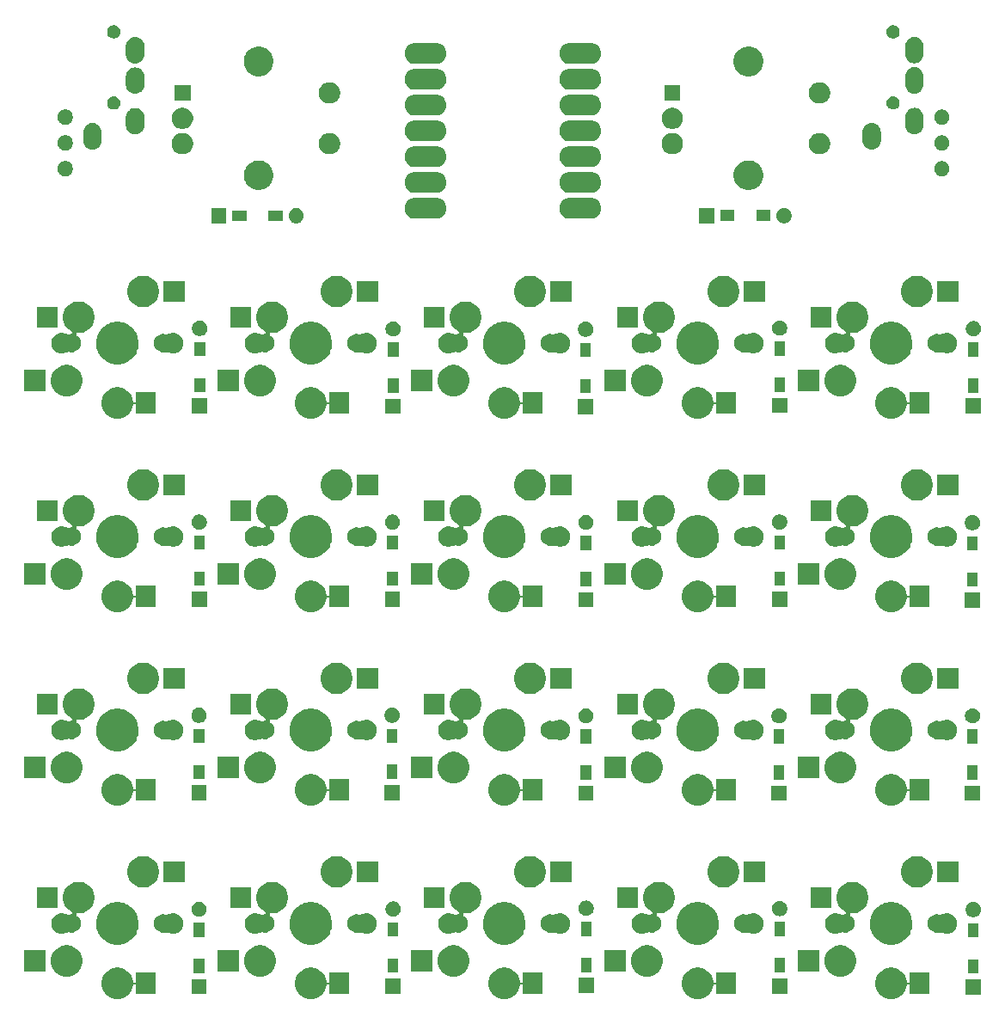
<source format=gbs>
G04 #@! TF.GenerationSoftware,KiCad,Pcbnew,(5.1.6-0-10_14)*
G04 #@! TF.CreationDate,2022-08-26T17:56:11+09:00*
G04 #@! TF.ProjectId,cool640xiao,636f6f6c-3634-4307-9869-616f2e6b6963,rev?*
G04 #@! TF.SameCoordinates,Original*
G04 #@! TF.FileFunction,Soldermask,Bot*
G04 #@! TF.FilePolarity,Negative*
%FSLAX46Y46*%
G04 Gerber Fmt 4.6, Leading zero omitted, Abs format (unit mm)*
G04 Created by KiCad (PCBNEW (5.1.6-0-10_14)) date 2022-08-26 17:56:11*
%MOMM*%
%LPD*%
G01*
G04 APERTURE LIST*
%ADD10C,0.100000*%
G04 APERTURE END LIST*
D10*
G36*
X76502585Y-61528802D02*
G01*
X76652410Y-61558604D01*
X76934674Y-61675521D01*
X77188705Y-61845259D01*
X77404741Y-62061295D01*
X77574479Y-62315326D01*
X77688459Y-62590500D01*
X77691396Y-62597591D01*
X77751404Y-62899270D01*
X77758517Y-62922719D01*
X77770068Y-62944330D01*
X77785613Y-62963272D01*
X77804555Y-62978817D01*
X77826166Y-62990368D01*
X77849615Y-62997481D01*
X77874001Y-62999883D01*
X77898387Y-62997481D01*
X77921836Y-62990368D01*
X77943447Y-62978817D01*
X77962389Y-62963272D01*
X77977934Y-62944330D01*
X77989485Y-62922719D01*
X77996598Y-62899270D01*
X77999000Y-62874884D01*
X77999000Y-61999000D01*
X80001000Y-61999000D01*
X80001000Y-64101000D01*
X77999000Y-64101000D01*
X77999000Y-63225116D01*
X77996598Y-63200730D01*
X77989485Y-63177281D01*
X77977934Y-63155670D01*
X77962389Y-63136728D01*
X77943447Y-63121183D01*
X77921836Y-63109632D01*
X77898387Y-63102519D01*
X77874001Y-63100117D01*
X77849615Y-63102519D01*
X77826166Y-63109632D01*
X77804555Y-63121183D01*
X77785613Y-63136728D01*
X77770068Y-63155670D01*
X77758517Y-63177281D01*
X77751404Y-63200730D01*
X77751000Y-63202760D01*
X77691396Y-63502410D01*
X77574479Y-63784674D01*
X77404741Y-64038705D01*
X77188705Y-64254741D01*
X76934674Y-64424479D01*
X76652410Y-64541396D01*
X76502585Y-64571198D01*
X76352761Y-64601000D01*
X76047239Y-64601000D01*
X75897415Y-64571198D01*
X75747590Y-64541396D01*
X75465326Y-64424479D01*
X75211295Y-64254741D01*
X74995259Y-64038705D01*
X74825521Y-63784674D01*
X74708604Y-63502410D01*
X74649000Y-63202760D01*
X74649000Y-62897240D01*
X74708604Y-62597590D01*
X74825521Y-62315326D01*
X74995259Y-62061295D01*
X75211295Y-61845259D01*
X75465326Y-61675521D01*
X75747590Y-61558604D01*
X75897415Y-61528802D01*
X76047239Y-61499000D01*
X76352761Y-61499000D01*
X76502585Y-61528802D01*
G37*
G36*
X57452585Y-61528802D02*
G01*
X57602410Y-61558604D01*
X57884674Y-61675521D01*
X58138705Y-61845259D01*
X58354741Y-62061295D01*
X58524479Y-62315326D01*
X58638459Y-62590500D01*
X58641396Y-62597591D01*
X58701404Y-62899270D01*
X58708517Y-62922719D01*
X58720068Y-62944330D01*
X58735613Y-62963272D01*
X58754555Y-62978817D01*
X58776166Y-62990368D01*
X58799615Y-62997481D01*
X58824001Y-62999883D01*
X58848387Y-62997481D01*
X58871836Y-62990368D01*
X58893447Y-62978817D01*
X58912389Y-62963272D01*
X58927934Y-62944330D01*
X58939485Y-62922719D01*
X58946598Y-62899270D01*
X58949000Y-62874884D01*
X58949000Y-61999000D01*
X60951000Y-61999000D01*
X60951000Y-64101000D01*
X58949000Y-64101000D01*
X58949000Y-63225116D01*
X58946598Y-63200730D01*
X58939485Y-63177281D01*
X58927934Y-63155670D01*
X58912389Y-63136728D01*
X58893447Y-63121183D01*
X58871836Y-63109632D01*
X58848387Y-63102519D01*
X58824001Y-63100117D01*
X58799615Y-63102519D01*
X58776166Y-63109632D01*
X58754555Y-63121183D01*
X58735613Y-63136728D01*
X58720068Y-63155670D01*
X58708517Y-63177281D01*
X58701404Y-63200730D01*
X58701000Y-63202760D01*
X58641396Y-63502410D01*
X58524479Y-63784674D01*
X58354741Y-64038705D01*
X58138705Y-64254741D01*
X57884674Y-64424479D01*
X57602410Y-64541396D01*
X57452585Y-64571198D01*
X57302761Y-64601000D01*
X56997239Y-64601000D01*
X56847415Y-64571198D01*
X56697590Y-64541396D01*
X56415326Y-64424479D01*
X56161295Y-64254741D01*
X55945259Y-64038705D01*
X55775521Y-63784674D01*
X55658604Y-63502410D01*
X55599000Y-63202760D01*
X55599000Y-62897240D01*
X55658604Y-62597590D01*
X55775521Y-62315326D01*
X55945259Y-62061295D01*
X56161295Y-61845259D01*
X56415326Y-61675521D01*
X56697590Y-61558604D01*
X56847415Y-61528802D01*
X56997239Y-61499000D01*
X57302761Y-61499000D01*
X57452585Y-61528802D01*
G37*
G36*
X38402585Y-61528802D02*
G01*
X38552410Y-61558604D01*
X38834674Y-61675521D01*
X39088705Y-61845259D01*
X39304741Y-62061295D01*
X39474479Y-62315326D01*
X39588459Y-62590500D01*
X39591396Y-62597591D01*
X39651404Y-62899270D01*
X39658517Y-62922719D01*
X39670068Y-62944330D01*
X39685613Y-62963272D01*
X39704555Y-62978817D01*
X39726166Y-62990368D01*
X39749615Y-62997481D01*
X39774001Y-62999883D01*
X39798387Y-62997481D01*
X39821836Y-62990368D01*
X39843447Y-62978817D01*
X39862389Y-62963272D01*
X39877934Y-62944330D01*
X39889485Y-62922719D01*
X39896598Y-62899270D01*
X39899000Y-62874884D01*
X39899000Y-61999000D01*
X41901000Y-61999000D01*
X41901000Y-64101000D01*
X39899000Y-64101000D01*
X39899000Y-63225116D01*
X39896598Y-63200730D01*
X39889485Y-63177281D01*
X39877934Y-63155670D01*
X39862389Y-63136728D01*
X39843447Y-63121183D01*
X39821836Y-63109632D01*
X39798387Y-63102519D01*
X39774001Y-63100117D01*
X39749615Y-63102519D01*
X39726166Y-63109632D01*
X39704555Y-63121183D01*
X39685613Y-63136728D01*
X39670068Y-63155670D01*
X39658517Y-63177281D01*
X39651404Y-63200730D01*
X39651000Y-63202760D01*
X39591396Y-63502410D01*
X39474479Y-63784674D01*
X39304741Y-64038705D01*
X39088705Y-64254741D01*
X38834674Y-64424479D01*
X38552410Y-64541396D01*
X38402585Y-64571198D01*
X38252761Y-64601000D01*
X37947239Y-64601000D01*
X37797415Y-64571198D01*
X37647590Y-64541396D01*
X37365326Y-64424479D01*
X37111295Y-64254741D01*
X36895259Y-64038705D01*
X36725521Y-63784674D01*
X36608604Y-63502410D01*
X36549000Y-63202760D01*
X36549000Y-62897240D01*
X36608604Y-62597590D01*
X36725521Y-62315326D01*
X36895259Y-62061295D01*
X37111295Y-61845259D01*
X37365326Y-61675521D01*
X37647590Y-61558604D01*
X37797415Y-61528802D01*
X37947239Y-61499000D01*
X38252761Y-61499000D01*
X38402585Y-61528802D01*
G37*
G36*
X19352585Y-61528802D02*
G01*
X19502410Y-61558604D01*
X19784674Y-61675521D01*
X20038705Y-61845259D01*
X20254741Y-62061295D01*
X20424479Y-62315326D01*
X20538459Y-62590500D01*
X20541396Y-62597591D01*
X20601404Y-62899270D01*
X20608517Y-62922719D01*
X20620068Y-62944330D01*
X20635613Y-62963272D01*
X20654555Y-62978817D01*
X20676166Y-62990368D01*
X20699615Y-62997481D01*
X20724001Y-62999883D01*
X20748387Y-62997481D01*
X20771836Y-62990368D01*
X20793447Y-62978817D01*
X20812389Y-62963272D01*
X20827934Y-62944330D01*
X20839485Y-62922719D01*
X20846598Y-62899270D01*
X20849000Y-62874884D01*
X20849000Y-61999000D01*
X22851000Y-61999000D01*
X22851000Y-64101000D01*
X20849000Y-64101000D01*
X20849000Y-63225116D01*
X20846598Y-63200730D01*
X20839485Y-63177281D01*
X20827934Y-63155670D01*
X20812389Y-63136728D01*
X20793447Y-63121183D01*
X20771836Y-63109632D01*
X20748387Y-63102519D01*
X20724001Y-63100117D01*
X20699615Y-63102519D01*
X20676166Y-63109632D01*
X20654555Y-63121183D01*
X20635613Y-63136728D01*
X20620068Y-63155670D01*
X20608517Y-63177281D01*
X20601404Y-63200730D01*
X20601000Y-63202760D01*
X20541396Y-63502410D01*
X20424479Y-63784674D01*
X20254741Y-64038705D01*
X20038705Y-64254741D01*
X19784674Y-64424479D01*
X19502410Y-64541396D01*
X19352585Y-64571198D01*
X19202761Y-64601000D01*
X18897239Y-64601000D01*
X18747415Y-64571198D01*
X18597590Y-64541396D01*
X18315326Y-64424479D01*
X18061295Y-64254741D01*
X17845259Y-64038705D01*
X17675521Y-63784674D01*
X17558604Y-63502410D01*
X17499000Y-63202760D01*
X17499000Y-62897240D01*
X17558604Y-62597590D01*
X17675521Y-62315326D01*
X17845259Y-62061295D01*
X18061295Y-61845259D01*
X18315326Y-61675521D01*
X18597590Y-61558604D01*
X18747415Y-61528802D01*
X18897239Y-61499000D01*
X19202761Y-61499000D01*
X19352585Y-61528802D01*
G37*
G36*
X302585Y-61528802D02*
G01*
X452410Y-61558604D01*
X734674Y-61675521D01*
X988705Y-61845259D01*
X1204741Y-62061295D01*
X1374479Y-62315326D01*
X1488459Y-62590500D01*
X1491396Y-62597591D01*
X1551404Y-62899270D01*
X1558517Y-62922719D01*
X1570068Y-62944330D01*
X1585613Y-62963272D01*
X1604555Y-62978817D01*
X1626166Y-62990368D01*
X1649615Y-62997481D01*
X1674001Y-62999883D01*
X1698387Y-62997481D01*
X1721836Y-62990368D01*
X1743447Y-62978817D01*
X1762389Y-62963272D01*
X1777934Y-62944330D01*
X1789485Y-62922719D01*
X1796598Y-62899270D01*
X1799000Y-62874884D01*
X1799000Y-61999000D01*
X3801000Y-61999000D01*
X3801000Y-64101000D01*
X1799000Y-64101000D01*
X1799000Y-63225116D01*
X1796598Y-63200730D01*
X1789485Y-63177281D01*
X1777934Y-63155670D01*
X1762389Y-63136728D01*
X1743447Y-63121183D01*
X1721836Y-63109632D01*
X1698387Y-63102519D01*
X1674001Y-63100117D01*
X1649615Y-63102519D01*
X1626166Y-63109632D01*
X1604555Y-63121183D01*
X1585613Y-63136728D01*
X1570068Y-63155670D01*
X1558517Y-63177281D01*
X1551404Y-63200730D01*
X1551000Y-63202760D01*
X1491396Y-63502410D01*
X1374479Y-63784674D01*
X1204741Y-64038705D01*
X988705Y-64254741D01*
X734674Y-64424479D01*
X452410Y-64541396D01*
X302585Y-64571198D01*
X152761Y-64601000D01*
X-152761Y-64601000D01*
X-302585Y-64571198D01*
X-452410Y-64541396D01*
X-734674Y-64424479D01*
X-988705Y-64254741D01*
X-1204741Y-64038705D01*
X-1374479Y-63784674D01*
X-1491396Y-63502410D01*
X-1551000Y-63202760D01*
X-1551000Y-62897240D01*
X-1491396Y-62597590D01*
X-1374479Y-62315326D01*
X-1204741Y-62061295D01*
X-988705Y-61845259D01*
X-734674Y-61675521D01*
X-452410Y-61558604D01*
X-302585Y-61528802D01*
X-152761Y-61499000D01*
X152761Y-61499000D01*
X302585Y-61528802D01*
G37*
G36*
X85039500Y-64149500D02*
G01*
X83540500Y-64149500D01*
X83540500Y-62650500D01*
X85039500Y-62650500D01*
X85039500Y-64149500D01*
G37*
G36*
X8799500Y-64109500D02*
G01*
X7300500Y-64109500D01*
X7300500Y-62610500D01*
X8799500Y-62610500D01*
X8799500Y-64109500D01*
G37*
G36*
X27899500Y-64089500D02*
G01*
X26400500Y-64089500D01*
X26400500Y-62590500D01*
X27899500Y-62590500D01*
X27899500Y-64089500D01*
G37*
G36*
X65959500Y-64049500D02*
G01*
X64460500Y-64049500D01*
X64460500Y-62550500D01*
X65959500Y-62550500D01*
X65959500Y-64049500D01*
G37*
G36*
X46909500Y-64019500D02*
G01*
X45410500Y-64019500D01*
X45410500Y-62520500D01*
X46909500Y-62520500D01*
X46909500Y-64019500D01*
G37*
G36*
X52452585Y-59328802D02*
G01*
X52602410Y-59358604D01*
X52884674Y-59475521D01*
X53138705Y-59645259D01*
X53354741Y-59861295D01*
X53524479Y-60115326D01*
X53641396Y-60397590D01*
X53641396Y-60397591D01*
X53682454Y-60604000D01*
X53701000Y-60697240D01*
X53701000Y-61002760D01*
X53641396Y-61302410D01*
X53524479Y-61584674D01*
X53354741Y-61838705D01*
X53138705Y-62054741D01*
X52884674Y-62224479D01*
X52602410Y-62341396D01*
X52452585Y-62371198D01*
X52302761Y-62401000D01*
X51997239Y-62401000D01*
X51847415Y-62371198D01*
X51697590Y-62341396D01*
X51415326Y-62224479D01*
X51161295Y-62054741D01*
X50945259Y-61838705D01*
X50775521Y-61584674D01*
X50658604Y-61302410D01*
X50599000Y-61002760D01*
X50599000Y-60697240D01*
X50617547Y-60604000D01*
X50658604Y-60397591D01*
X50658604Y-60397590D01*
X50775521Y-60115326D01*
X50945259Y-59861295D01*
X51161295Y-59645259D01*
X51415326Y-59475521D01*
X51697590Y-59358604D01*
X51847415Y-59328802D01*
X51997239Y-59299000D01*
X52302761Y-59299000D01*
X52452585Y-59328802D01*
G37*
G36*
X14352585Y-59328802D02*
G01*
X14502410Y-59358604D01*
X14784674Y-59475521D01*
X15038705Y-59645259D01*
X15254741Y-59861295D01*
X15424479Y-60115326D01*
X15541396Y-60397590D01*
X15541396Y-60397591D01*
X15582454Y-60604000D01*
X15601000Y-60697240D01*
X15601000Y-61002760D01*
X15541396Y-61302410D01*
X15424479Y-61584674D01*
X15254741Y-61838705D01*
X15038705Y-62054741D01*
X14784674Y-62224479D01*
X14502410Y-62341396D01*
X14352585Y-62371198D01*
X14202761Y-62401000D01*
X13897239Y-62401000D01*
X13747415Y-62371198D01*
X13597590Y-62341396D01*
X13315326Y-62224479D01*
X13061295Y-62054741D01*
X12845259Y-61838705D01*
X12675521Y-61584674D01*
X12558604Y-61302410D01*
X12499000Y-61002760D01*
X12499000Y-60697240D01*
X12517547Y-60604000D01*
X12558604Y-60397591D01*
X12558604Y-60397590D01*
X12675521Y-60115326D01*
X12845259Y-59861295D01*
X13061295Y-59645259D01*
X13315326Y-59475521D01*
X13597590Y-59358604D01*
X13747415Y-59328802D01*
X13897239Y-59299000D01*
X14202761Y-59299000D01*
X14352585Y-59328802D01*
G37*
G36*
X71502585Y-59328802D02*
G01*
X71652410Y-59358604D01*
X71934674Y-59475521D01*
X72188705Y-59645259D01*
X72404741Y-59861295D01*
X72574479Y-60115326D01*
X72691396Y-60397590D01*
X72691396Y-60397591D01*
X72732454Y-60604000D01*
X72751000Y-60697240D01*
X72751000Y-61002760D01*
X72691396Y-61302410D01*
X72574479Y-61584674D01*
X72404741Y-61838705D01*
X72188705Y-62054741D01*
X71934674Y-62224479D01*
X71652410Y-62341396D01*
X71502585Y-62371198D01*
X71352761Y-62401000D01*
X71047239Y-62401000D01*
X70897415Y-62371198D01*
X70747590Y-62341396D01*
X70465326Y-62224479D01*
X70211295Y-62054741D01*
X69995259Y-61838705D01*
X69825521Y-61584674D01*
X69708604Y-61302410D01*
X69649000Y-61002760D01*
X69649000Y-60697240D01*
X69667547Y-60604000D01*
X69708604Y-60397591D01*
X69708604Y-60397590D01*
X69825521Y-60115326D01*
X69995259Y-59861295D01*
X70211295Y-59645259D01*
X70465326Y-59475521D01*
X70747590Y-59358604D01*
X70897415Y-59328802D01*
X71047239Y-59299000D01*
X71352761Y-59299000D01*
X71502585Y-59328802D01*
G37*
G36*
X33402585Y-59328802D02*
G01*
X33552410Y-59358604D01*
X33834674Y-59475521D01*
X34088705Y-59645259D01*
X34304741Y-59861295D01*
X34474479Y-60115326D01*
X34591396Y-60397590D01*
X34591396Y-60397591D01*
X34632454Y-60604000D01*
X34651000Y-60697240D01*
X34651000Y-61002760D01*
X34591396Y-61302410D01*
X34474479Y-61584674D01*
X34304741Y-61838705D01*
X34088705Y-62054741D01*
X33834674Y-62224479D01*
X33552410Y-62341396D01*
X33402585Y-62371198D01*
X33252761Y-62401000D01*
X32947239Y-62401000D01*
X32797415Y-62371198D01*
X32647590Y-62341396D01*
X32365326Y-62224479D01*
X32111295Y-62054741D01*
X31895259Y-61838705D01*
X31725521Y-61584674D01*
X31608604Y-61302410D01*
X31549000Y-61002760D01*
X31549000Y-60697240D01*
X31567547Y-60604000D01*
X31608604Y-60397591D01*
X31608604Y-60397590D01*
X31725521Y-60115326D01*
X31895259Y-59861295D01*
X32111295Y-59645259D01*
X32365326Y-59475521D01*
X32647590Y-59358604D01*
X32797415Y-59328802D01*
X32947239Y-59299000D01*
X33252761Y-59299000D01*
X33402585Y-59328802D01*
G37*
G36*
X-4697415Y-59328802D02*
G01*
X-4547590Y-59358604D01*
X-4265326Y-59475521D01*
X-4011295Y-59645259D01*
X-3795259Y-59861295D01*
X-3625521Y-60115326D01*
X-3508604Y-60397590D01*
X-3508604Y-60397591D01*
X-3467546Y-60604000D01*
X-3449000Y-60697240D01*
X-3449000Y-61002760D01*
X-3508604Y-61302410D01*
X-3625521Y-61584674D01*
X-3795259Y-61838705D01*
X-4011295Y-62054741D01*
X-4265326Y-62224479D01*
X-4547590Y-62341396D01*
X-4697415Y-62371198D01*
X-4847239Y-62401000D01*
X-5152761Y-62401000D01*
X-5302585Y-62371198D01*
X-5452410Y-62341396D01*
X-5734674Y-62224479D01*
X-5988705Y-62054741D01*
X-6204741Y-61838705D01*
X-6374479Y-61584674D01*
X-6491396Y-61302410D01*
X-6551000Y-61002760D01*
X-6551000Y-60697240D01*
X-6532453Y-60604000D01*
X-6491396Y-60397591D01*
X-6491396Y-60397590D01*
X-6374479Y-60115326D01*
X-6204741Y-59861295D01*
X-5988705Y-59645259D01*
X-5734674Y-59475521D01*
X-5452410Y-59358604D01*
X-5302585Y-59328802D01*
X-5152761Y-59299000D01*
X-4847239Y-59299000D01*
X-4697415Y-59328802D01*
G37*
G36*
X84816000Y-62066000D02*
G01*
X83764000Y-62066000D01*
X83764000Y-60664000D01*
X84816000Y-60664000D01*
X84816000Y-62066000D01*
G37*
G36*
X8576000Y-62026000D02*
G01*
X7524000Y-62026000D01*
X7524000Y-60624000D01*
X8576000Y-60624000D01*
X8576000Y-62026000D01*
G37*
G36*
X27676000Y-62006000D02*
G01*
X26624000Y-62006000D01*
X26624000Y-60604000D01*
X27676000Y-60604000D01*
X27676000Y-62006000D01*
G37*
G36*
X65736000Y-61966000D02*
G01*
X64684000Y-61966000D01*
X64684000Y-60564000D01*
X65736000Y-60564000D01*
X65736000Y-61966000D01*
G37*
G36*
X46686000Y-61936000D02*
G01*
X45634000Y-61936000D01*
X45634000Y-60534000D01*
X46686000Y-60534000D01*
X46686000Y-61936000D01*
G37*
G36*
X50101000Y-61901000D02*
G01*
X47999000Y-61901000D01*
X47999000Y-59799000D01*
X50101000Y-59799000D01*
X50101000Y-61901000D01*
G37*
G36*
X-7049000Y-61901000D02*
G01*
X-9151000Y-61901000D01*
X-9151000Y-59799000D01*
X-7049000Y-59799000D01*
X-7049000Y-61901000D01*
G37*
G36*
X69151000Y-61901000D02*
G01*
X67049000Y-61901000D01*
X67049000Y-59799000D01*
X69151000Y-59799000D01*
X69151000Y-61901000D01*
G37*
G36*
X12001000Y-61901000D02*
G01*
X9899000Y-61901000D01*
X9899000Y-59799000D01*
X12001000Y-59799000D01*
X12001000Y-61901000D01*
G37*
G36*
X31051000Y-61901000D02*
G01*
X28949000Y-61901000D01*
X28949000Y-59799000D01*
X31051000Y-59799000D01*
X31051000Y-61901000D01*
G37*
G36*
X57602391Y-55097825D02*
G01*
X57762839Y-55129740D01*
X58033206Y-55241730D01*
X58082684Y-55262224D01*
X58145197Y-55288118D01*
X58290158Y-55384978D01*
X58489309Y-55518046D01*
X58781954Y-55810691D01*
X58784659Y-55814740D01*
X59008005Y-56149000D01*
X59011883Y-56154805D01*
X59049905Y-56246598D01*
X59167087Y-56529500D01*
X59170260Y-56537162D01*
X59251000Y-56943068D01*
X59251000Y-57356932D01*
X59197847Y-57624149D01*
X59170260Y-57762839D01*
X59065473Y-58015818D01*
X59046959Y-58060515D01*
X59011882Y-58145197D01*
X58896138Y-58318420D01*
X58790847Y-58476000D01*
X58781953Y-58489310D01*
X58489310Y-58781953D01*
X58145197Y-59011882D01*
X57762839Y-59170260D01*
X57627536Y-59197173D01*
X57356932Y-59251000D01*
X56943068Y-59251000D01*
X56672464Y-59197173D01*
X56537161Y-59170260D01*
X56154803Y-59011882D01*
X55810690Y-58781953D01*
X55518047Y-58489310D01*
X55509154Y-58476000D01*
X55403862Y-58318420D01*
X55288118Y-58145197D01*
X55253042Y-58060515D01*
X55234527Y-58015818D01*
X55129740Y-57762839D01*
X55102153Y-57624149D01*
X55049000Y-57356932D01*
X55049000Y-56943068D01*
X55129740Y-56537162D01*
X55132914Y-56529500D01*
X55250095Y-56246598D01*
X55288117Y-56154805D01*
X55291996Y-56149000D01*
X55515341Y-55814740D01*
X55518046Y-55810691D01*
X55810691Y-55518046D01*
X56009842Y-55384978D01*
X56154803Y-55288118D01*
X56217317Y-55262224D01*
X56266794Y-55241730D01*
X56537161Y-55129740D01*
X56697609Y-55097825D01*
X56943068Y-55049000D01*
X57356932Y-55049000D01*
X57602391Y-55097825D01*
G37*
G36*
X76652391Y-55097825D02*
G01*
X76812839Y-55129740D01*
X77083206Y-55241730D01*
X77132684Y-55262224D01*
X77195197Y-55288118D01*
X77340158Y-55384978D01*
X77539309Y-55518046D01*
X77831954Y-55810691D01*
X77834659Y-55814740D01*
X78058005Y-56149000D01*
X78061883Y-56154805D01*
X78099905Y-56246598D01*
X78217087Y-56529500D01*
X78220260Y-56537162D01*
X78301000Y-56943068D01*
X78301000Y-57356932D01*
X78247847Y-57624149D01*
X78220260Y-57762839D01*
X78115473Y-58015818D01*
X78096959Y-58060515D01*
X78061882Y-58145197D01*
X77946138Y-58318420D01*
X77840847Y-58476000D01*
X77831953Y-58489310D01*
X77539310Y-58781953D01*
X77195197Y-59011882D01*
X76812839Y-59170260D01*
X76677536Y-59197173D01*
X76406932Y-59251000D01*
X75993068Y-59251000D01*
X75722464Y-59197173D01*
X75587161Y-59170260D01*
X75204803Y-59011882D01*
X74860690Y-58781953D01*
X74568047Y-58489310D01*
X74559154Y-58476000D01*
X74453862Y-58318420D01*
X74338118Y-58145197D01*
X74303042Y-58060515D01*
X74284527Y-58015818D01*
X74179740Y-57762839D01*
X74152153Y-57624149D01*
X74099000Y-57356932D01*
X74099000Y-56943068D01*
X74179740Y-56537162D01*
X74182914Y-56529500D01*
X74300095Y-56246598D01*
X74338117Y-56154805D01*
X74341996Y-56149000D01*
X74565341Y-55814740D01*
X74568046Y-55810691D01*
X74860691Y-55518046D01*
X75059842Y-55384978D01*
X75204803Y-55288118D01*
X75267317Y-55262224D01*
X75316794Y-55241730D01*
X75587161Y-55129740D01*
X75747609Y-55097825D01*
X75993068Y-55049000D01*
X76406932Y-55049000D01*
X76652391Y-55097825D01*
G37*
G36*
X452391Y-55097825D02*
G01*
X612839Y-55129740D01*
X883206Y-55241730D01*
X932684Y-55262224D01*
X995197Y-55288118D01*
X1140158Y-55384978D01*
X1339309Y-55518046D01*
X1631954Y-55810691D01*
X1634659Y-55814740D01*
X1858005Y-56149000D01*
X1861883Y-56154805D01*
X1899905Y-56246598D01*
X2017087Y-56529500D01*
X2020260Y-56537162D01*
X2101000Y-56943068D01*
X2101000Y-57356932D01*
X2047847Y-57624149D01*
X2020260Y-57762839D01*
X1915473Y-58015818D01*
X1896959Y-58060515D01*
X1861882Y-58145197D01*
X1746138Y-58318420D01*
X1640847Y-58476000D01*
X1631953Y-58489310D01*
X1339310Y-58781953D01*
X995197Y-59011882D01*
X612839Y-59170260D01*
X477536Y-59197173D01*
X206932Y-59251000D01*
X-206932Y-59251000D01*
X-477536Y-59197173D01*
X-612839Y-59170260D01*
X-995197Y-59011882D01*
X-1339310Y-58781953D01*
X-1631953Y-58489310D01*
X-1640846Y-58476000D01*
X-1746138Y-58318420D01*
X-1861882Y-58145197D01*
X-1896958Y-58060515D01*
X-1915473Y-58015818D01*
X-2020260Y-57762839D01*
X-2047847Y-57624149D01*
X-2101000Y-57356932D01*
X-2101000Y-56943068D01*
X-2020260Y-56537162D01*
X-2017086Y-56529500D01*
X-1899905Y-56246598D01*
X-1861883Y-56154805D01*
X-1858004Y-56149000D01*
X-1634659Y-55814740D01*
X-1631954Y-55810691D01*
X-1339309Y-55518046D01*
X-1140158Y-55384978D01*
X-995197Y-55288118D01*
X-932683Y-55262224D01*
X-883206Y-55241730D01*
X-612839Y-55129740D01*
X-452391Y-55097825D01*
X-206932Y-55049000D01*
X206932Y-55049000D01*
X452391Y-55097825D01*
G37*
G36*
X38552391Y-55097825D02*
G01*
X38712839Y-55129740D01*
X38983206Y-55241730D01*
X39032684Y-55262224D01*
X39095197Y-55288118D01*
X39240158Y-55384978D01*
X39439309Y-55518046D01*
X39731954Y-55810691D01*
X39734659Y-55814740D01*
X39958005Y-56149000D01*
X39961883Y-56154805D01*
X39999905Y-56246598D01*
X40117087Y-56529500D01*
X40120260Y-56537162D01*
X40201000Y-56943068D01*
X40201000Y-57356932D01*
X40147847Y-57624149D01*
X40120260Y-57762839D01*
X40015473Y-58015818D01*
X39996959Y-58060515D01*
X39961882Y-58145197D01*
X39846138Y-58318420D01*
X39740847Y-58476000D01*
X39731953Y-58489310D01*
X39439310Y-58781953D01*
X39095197Y-59011882D01*
X38712839Y-59170260D01*
X38577536Y-59197173D01*
X38306932Y-59251000D01*
X37893068Y-59251000D01*
X37622464Y-59197173D01*
X37487161Y-59170260D01*
X37104803Y-59011882D01*
X36760690Y-58781953D01*
X36468047Y-58489310D01*
X36459154Y-58476000D01*
X36353862Y-58318420D01*
X36238118Y-58145197D01*
X36203042Y-58060515D01*
X36184527Y-58015818D01*
X36079740Y-57762839D01*
X36052153Y-57624149D01*
X35999000Y-57356932D01*
X35999000Y-56943068D01*
X36079740Y-56537162D01*
X36082914Y-56529500D01*
X36200095Y-56246598D01*
X36238117Y-56154805D01*
X36241996Y-56149000D01*
X36465341Y-55814740D01*
X36468046Y-55810691D01*
X36760691Y-55518046D01*
X36959842Y-55384978D01*
X37104803Y-55288118D01*
X37167317Y-55262224D01*
X37216794Y-55241730D01*
X37487161Y-55129740D01*
X37647609Y-55097825D01*
X37893068Y-55049000D01*
X38306932Y-55049000D01*
X38552391Y-55097825D01*
G37*
G36*
X19502391Y-55097825D02*
G01*
X19662839Y-55129740D01*
X19933206Y-55241730D01*
X19982684Y-55262224D01*
X20045197Y-55288118D01*
X20190158Y-55384978D01*
X20389309Y-55518046D01*
X20681954Y-55810691D01*
X20684659Y-55814740D01*
X20908005Y-56149000D01*
X20911883Y-56154805D01*
X20949905Y-56246598D01*
X21067087Y-56529500D01*
X21070260Y-56537162D01*
X21151000Y-56943068D01*
X21151000Y-57356932D01*
X21097847Y-57624149D01*
X21070260Y-57762839D01*
X20965473Y-58015818D01*
X20946959Y-58060515D01*
X20911882Y-58145197D01*
X20796138Y-58318420D01*
X20690847Y-58476000D01*
X20681953Y-58489310D01*
X20389310Y-58781953D01*
X20045197Y-59011882D01*
X19662839Y-59170260D01*
X19527536Y-59197173D01*
X19256932Y-59251000D01*
X18843068Y-59251000D01*
X18572464Y-59197173D01*
X18437161Y-59170260D01*
X18054803Y-59011882D01*
X17710690Y-58781953D01*
X17418047Y-58489310D01*
X17409154Y-58476000D01*
X17303862Y-58318420D01*
X17188118Y-58145197D01*
X17153042Y-58060515D01*
X17134527Y-58015818D01*
X17029740Y-57762839D01*
X17002153Y-57624149D01*
X16949000Y-57356932D01*
X16949000Y-56943068D01*
X17029740Y-56537162D01*
X17032914Y-56529500D01*
X17150095Y-56246598D01*
X17188117Y-56154805D01*
X17191996Y-56149000D01*
X17415341Y-55814740D01*
X17418046Y-55810691D01*
X17710691Y-55518046D01*
X17909842Y-55384978D01*
X18054803Y-55288118D01*
X18117317Y-55262224D01*
X18166794Y-55241730D01*
X18437161Y-55129740D01*
X18597609Y-55097825D01*
X18843068Y-55049000D01*
X19256932Y-55049000D01*
X19502391Y-55097825D01*
G37*
G36*
X84816000Y-58516000D02*
G01*
X83764000Y-58516000D01*
X83764000Y-57114000D01*
X84816000Y-57114000D01*
X84816000Y-58516000D01*
G37*
G36*
X8576000Y-58476000D02*
G01*
X7524000Y-58476000D01*
X7524000Y-57074000D01*
X8576000Y-57074000D01*
X8576000Y-58476000D01*
G37*
G36*
X27676000Y-58456000D02*
G01*
X26624000Y-58456000D01*
X26624000Y-57054000D01*
X27676000Y-57054000D01*
X27676000Y-58456000D01*
G37*
G36*
X65736000Y-58416000D02*
G01*
X64684000Y-58416000D01*
X64684000Y-57014000D01*
X65736000Y-57014000D01*
X65736000Y-58416000D01*
G37*
G36*
X46686000Y-58386000D02*
G01*
X45634000Y-58386000D01*
X45634000Y-56984000D01*
X46686000Y-56984000D01*
X46686000Y-58386000D01*
G37*
G36*
X15542585Y-53088802D02*
G01*
X15692410Y-53118604D01*
X15974674Y-53235521D01*
X16228705Y-53405259D01*
X16444741Y-53621295D01*
X16614479Y-53875326D01*
X16731396Y-54157590D01*
X16791000Y-54457240D01*
X16791000Y-54762760D01*
X16731396Y-55062410D01*
X16614479Y-55344674D01*
X16444741Y-55598705D01*
X16228705Y-55814741D01*
X15974674Y-55984479D01*
X15692410Y-56101396D01*
X15559773Y-56127779D01*
X15392761Y-56161000D01*
X15103680Y-56161000D01*
X15079294Y-56163402D01*
X15055845Y-56170515D01*
X15034234Y-56182066D01*
X15015292Y-56197611D01*
X14999747Y-56216553D01*
X14988196Y-56238164D01*
X14981083Y-56261613D01*
X14978681Y-56285999D01*
X14981083Y-56310385D01*
X14988196Y-56333834D01*
X14999747Y-56355445D01*
X15015292Y-56374387D01*
X15034226Y-56389926D01*
X15124354Y-56450147D01*
X15249853Y-56575646D01*
X15348456Y-56723216D01*
X15416376Y-56887188D01*
X15451000Y-57061259D01*
X15451000Y-57238741D01*
X15416376Y-57412812D01*
X15348456Y-57576784D01*
X15249853Y-57724354D01*
X15124354Y-57849853D01*
X14976784Y-57948456D01*
X14812812Y-58016376D01*
X14663512Y-58046073D01*
X14638742Y-58051000D01*
X14461258Y-58051000D01*
X14391247Y-58037074D01*
X14287188Y-58016376D01*
X14287185Y-58016375D01*
X14284386Y-58015818D01*
X14260000Y-58013416D01*
X14235614Y-58015818D01*
X14232815Y-58016375D01*
X14232812Y-58016376D01*
X14128753Y-58037074D01*
X14058742Y-58051000D01*
X14015395Y-58051000D01*
X13991009Y-58053402D01*
X13967560Y-58060515D01*
X13841981Y-58112532D01*
X13745285Y-58131766D01*
X13648591Y-58151000D01*
X13451409Y-58151000D01*
X13354715Y-58131766D01*
X13258019Y-58112532D01*
X13075849Y-58037074D01*
X12911900Y-57927527D01*
X12772473Y-57788100D01*
X12662926Y-57624151D01*
X12587468Y-57441981D01*
X12549000Y-57248590D01*
X12549000Y-57051410D01*
X12587468Y-56858019D01*
X12662926Y-56675849D01*
X12772473Y-56511900D01*
X12911900Y-56372473D01*
X13075849Y-56262926D01*
X13079019Y-56261613D01*
X13150088Y-56232175D01*
X13258019Y-56187468D01*
X13451409Y-56149000D01*
X13648591Y-56149000D01*
X13841981Y-56187468D01*
X13949912Y-56232175D01*
X13967560Y-56239485D01*
X13991009Y-56246598D01*
X14015395Y-56249000D01*
X14058742Y-56249000D01*
X14099625Y-56257132D01*
X14232812Y-56283624D01*
X14232815Y-56283625D01*
X14235614Y-56284182D01*
X14260000Y-56286584D01*
X14284386Y-56284182D01*
X14287185Y-56283625D01*
X14287188Y-56283624D01*
X14420375Y-56257132D01*
X14461258Y-56249000D01*
X14515526Y-56249000D01*
X14539912Y-56246598D01*
X14563361Y-56239485D01*
X14584972Y-56227934D01*
X14603914Y-56212389D01*
X14619459Y-56193447D01*
X14631010Y-56171836D01*
X14638123Y-56148387D01*
X14640525Y-56124001D01*
X14638123Y-56099615D01*
X14631010Y-56076166D01*
X14619459Y-56054555D01*
X14603914Y-56035613D01*
X14584972Y-56020068D01*
X14563367Y-56008520D01*
X14505326Y-55984479D01*
X14251295Y-55814741D01*
X14035259Y-55598705D01*
X13865521Y-55344674D01*
X13748604Y-55062410D01*
X13689000Y-54762760D01*
X13689000Y-54457240D01*
X13748604Y-54157590D01*
X13865521Y-53875326D01*
X14035259Y-53621295D01*
X14251295Y-53405259D01*
X14505326Y-53235521D01*
X14787590Y-53118604D01*
X14937415Y-53088802D01*
X15087239Y-53059000D01*
X15392761Y-53059000D01*
X15542585Y-53088802D01*
G37*
G36*
X81991981Y-56187468D02*
G01*
X82099912Y-56232175D01*
X82170982Y-56261613D01*
X82174151Y-56262926D01*
X82338100Y-56372473D01*
X82477527Y-56511900D01*
X82587074Y-56675849D01*
X82662532Y-56858019D01*
X82701000Y-57051410D01*
X82701000Y-57248590D01*
X82662532Y-57441981D01*
X82587074Y-57624151D01*
X82477527Y-57788100D01*
X82338100Y-57927527D01*
X82174151Y-58037074D01*
X81991981Y-58112532D01*
X81895285Y-58131766D01*
X81798591Y-58151000D01*
X81601409Y-58151000D01*
X81504715Y-58131766D01*
X81408019Y-58112532D01*
X81282440Y-58060515D01*
X81258991Y-58053402D01*
X81234605Y-58051000D01*
X81191258Y-58051000D01*
X81121247Y-58037074D01*
X81017188Y-58016376D01*
X81017185Y-58016375D01*
X81014386Y-58015818D01*
X80990000Y-58013416D01*
X80965614Y-58015818D01*
X80962815Y-58016375D01*
X80962812Y-58016376D01*
X80858753Y-58037074D01*
X80788742Y-58051000D01*
X80611258Y-58051000D01*
X80586488Y-58046073D01*
X80437188Y-58016376D01*
X80273216Y-57948456D01*
X80125646Y-57849853D01*
X80000147Y-57724354D01*
X79901544Y-57576784D01*
X79833624Y-57412812D01*
X79799000Y-57238741D01*
X79799000Y-57061259D01*
X79833624Y-56887188D01*
X79901544Y-56723216D01*
X80000147Y-56575646D01*
X80125646Y-56450147D01*
X80273216Y-56351544D01*
X80437188Y-56283624D01*
X80586488Y-56253927D01*
X80611258Y-56249000D01*
X80788742Y-56249000D01*
X80829625Y-56257132D01*
X80962812Y-56283624D01*
X80962815Y-56283625D01*
X80965614Y-56284182D01*
X80990000Y-56286584D01*
X81014386Y-56284182D01*
X81017185Y-56283625D01*
X81017188Y-56283624D01*
X81150375Y-56257132D01*
X81191258Y-56249000D01*
X81234605Y-56249000D01*
X81258991Y-56246598D01*
X81282440Y-56239485D01*
X81300088Y-56232175D01*
X81408019Y-56187468D01*
X81601409Y-56149000D01*
X81798591Y-56149000D01*
X81991981Y-56187468D01*
G37*
G36*
X-3507415Y-53088802D02*
G01*
X-3357590Y-53118604D01*
X-3075326Y-53235521D01*
X-2821295Y-53405259D01*
X-2605259Y-53621295D01*
X-2435521Y-53875326D01*
X-2318604Y-54157590D01*
X-2259000Y-54457240D01*
X-2259000Y-54762760D01*
X-2318604Y-55062410D01*
X-2435521Y-55344674D01*
X-2605259Y-55598705D01*
X-2821295Y-55814741D01*
X-3075326Y-55984479D01*
X-3357590Y-56101396D01*
X-3490227Y-56127779D01*
X-3657239Y-56161000D01*
X-3946320Y-56161000D01*
X-3970706Y-56163402D01*
X-3994155Y-56170515D01*
X-4015766Y-56182066D01*
X-4034708Y-56197611D01*
X-4050253Y-56216553D01*
X-4061804Y-56238164D01*
X-4068917Y-56261613D01*
X-4071319Y-56285999D01*
X-4068917Y-56310385D01*
X-4061804Y-56333834D01*
X-4050253Y-56355445D01*
X-4034708Y-56374387D01*
X-4015774Y-56389926D01*
X-3925646Y-56450147D01*
X-3800147Y-56575646D01*
X-3701544Y-56723216D01*
X-3633624Y-56887188D01*
X-3599000Y-57061259D01*
X-3599000Y-57238741D01*
X-3633624Y-57412812D01*
X-3701544Y-57576784D01*
X-3800147Y-57724354D01*
X-3925646Y-57849853D01*
X-4073216Y-57948456D01*
X-4237188Y-58016376D01*
X-4386488Y-58046073D01*
X-4411258Y-58051000D01*
X-4588742Y-58051000D01*
X-4658753Y-58037074D01*
X-4762812Y-58016376D01*
X-4762815Y-58016375D01*
X-4765614Y-58015818D01*
X-4790000Y-58013416D01*
X-4814386Y-58015818D01*
X-4817185Y-58016375D01*
X-4817188Y-58016376D01*
X-4921247Y-58037074D01*
X-4991258Y-58051000D01*
X-5034605Y-58051000D01*
X-5058991Y-58053402D01*
X-5082440Y-58060515D01*
X-5208019Y-58112532D01*
X-5304715Y-58131766D01*
X-5401409Y-58151000D01*
X-5598591Y-58151000D01*
X-5695285Y-58131766D01*
X-5791981Y-58112532D01*
X-5974151Y-58037074D01*
X-6138100Y-57927527D01*
X-6277527Y-57788100D01*
X-6387074Y-57624151D01*
X-6462532Y-57441981D01*
X-6501000Y-57248590D01*
X-6501000Y-57051410D01*
X-6462532Y-56858019D01*
X-6387074Y-56675849D01*
X-6277527Y-56511900D01*
X-6138100Y-56372473D01*
X-5974151Y-56262926D01*
X-5970981Y-56261613D01*
X-5899912Y-56232175D01*
X-5791981Y-56187468D01*
X-5598591Y-56149000D01*
X-5401409Y-56149000D01*
X-5208019Y-56187468D01*
X-5100088Y-56232175D01*
X-5082440Y-56239485D01*
X-5058991Y-56246598D01*
X-5034605Y-56249000D01*
X-4991258Y-56249000D01*
X-4950375Y-56257132D01*
X-4817188Y-56283624D01*
X-4817185Y-56283625D01*
X-4814386Y-56284182D01*
X-4790000Y-56286584D01*
X-4765614Y-56284182D01*
X-4762815Y-56283625D01*
X-4762812Y-56283624D01*
X-4629625Y-56257132D01*
X-4588742Y-56249000D01*
X-4534474Y-56249000D01*
X-4510088Y-56246598D01*
X-4486639Y-56239485D01*
X-4465028Y-56227934D01*
X-4446086Y-56212389D01*
X-4430541Y-56193447D01*
X-4418990Y-56171836D01*
X-4411877Y-56148387D01*
X-4409475Y-56124001D01*
X-4411877Y-56099615D01*
X-4418990Y-56076166D01*
X-4430541Y-56054555D01*
X-4446086Y-56035613D01*
X-4465028Y-56020068D01*
X-4486633Y-56008520D01*
X-4544674Y-55984479D01*
X-4798705Y-55814741D01*
X-5014741Y-55598705D01*
X-5184479Y-55344674D01*
X-5301396Y-55062410D01*
X-5361000Y-54762760D01*
X-5361000Y-54457240D01*
X-5301396Y-54157590D01*
X-5184479Y-53875326D01*
X-5014741Y-53621295D01*
X-4798705Y-53405259D01*
X-4544674Y-53235521D01*
X-4262410Y-53118604D01*
X-4112585Y-53088802D01*
X-3962761Y-53059000D01*
X-3657239Y-53059000D01*
X-3507415Y-53088802D01*
G37*
G36*
X5791981Y-56187468D02*
G01*
X5899912Y-56232175D01*
X5970982Y-56261613D01*
X5974151Y-56262926D01*
X6138100Y-56372473D01*
X6277527Y-56511900D01*
X6387074Y-56675849D01*
X6462532Y-56858019D01*
X6501000Y-57051410D01*
X6501000Y-57248590D01*
X6462532Y-57441981D01*
X6387074Y-57624151D01*
X6277527Y-57788100D01*
X6138100Y-57927527D01*
X5974151Y-58037074D01*
X5791981Y-58112532D01*
X5695285Y-58131766D01*
X5598591Y-58151000D01*
X5401409Y-58151000D01*
X5304715Y-58131766D01*
X5208019Y-58112532D01*
X5082440Y-58060515D01*
X5058991Y-58053402D01*
X5034605Y-58051000D01*
X4991258Y-58051000D01*
X4921247Y-58037074D01*
X4817188Y-58016376D01*
X4817185Y-58016375D01*
X4814386Y-58015818D01*
X4790000Y-58013416D01*
X4765614Y-58015818D01*
X4762815Y-58016375D01*
X4762812Y-58016376D01*
X4658753Y-58037074D01*
X4588742Y-58051000D01*
X4411258Y-58051000D01*
X4386488Y-58046073D01*
X4237188Y-58016376D01*
X4073216Y-57948456D01*
X3925646Y-57849853D01*
X3800147Y-57724354D01*
X3701544Y-57576784D01*
X3633624Y-57412812D01*
X3599000Y-57238741D01*
X3599000Y-57061259D01*
X3633624Y-56887188D01*
X3701544Y-56723216D01*
X3800147Y-56575646D01*
X3925646Y-56450147D01*
X4073216Y-56351544D01*
X4237188Y-56283624D01*
X4386488Y-56253927D01*
X4411258Y-56249000D01*
X4588742Y-56249000D01*
X4629625Y-56257132D01*
X4762812Y-56283624D01*
X4762815Y-56283625D01*
X4765614Y-56284182D01*
X4790000Y-56286584D01*
X4814386Y-56284182D01*
X4817185Y-56283625D01*
X4817188Y-56283624D01*
X4950375Y-56257132D01*
X4991258Y-56249000D01*
X5034605Y-56249000D01*
X5058991Y-56246598D01*
X5082440Y-56239485D01*
X5100088Y-56232175D01*
X5208019Y-56187468D01*
X5401409Y-56149000D01*
X5598591Y-56149000D01*
X5791981Y-56187468D01*
G37*
G36*
X72692585Y-53088802D02*
G01*
X72842410Y-53118604D01*
X73124674Y-53235521D01*
X73378705Y-53405259D01*
X73594741Y-53621295D01*
X73764479Y-53875326D01*
X73881396Y-54157590D01*
X73941000Y-54457240D01*
X73941000Y-54762760D01*
X73881396Y-55062410D01*
X73764479Y-55344674D01*
X73594741Y-55598705D01*
X73378705Y-55814741D01*
X73124674Y-55984479D01*
X72842410Y-56101396D01*
X72709773Y-56127779D01*
X72542761Y-56161000D01*
X72253680Y-56161000D01*
X72229294Y-56163402D01*
X72205845Y-56170515D01*
X72184234Y-56182066D01*
X72165292Y-56197611D01*
X72149747Y-56216553D01*
X72138196Y-56238164D01*
X72131083Y-56261613D01*
X72128681Y-56285999D01*
X72131083Y-56310385D01*
X72138196Y-56333834D01*
X72149747Y-56355445D01*
X72165292Y-56374387D01*
X72184226Y-56389926D01*
X72274354Y-56450147D01*
X72399853Y-56575646D01*
X72498456Y-56723216D01*
X72566376Y-56887188D01*
X72601000Y-57061259D01*
X72601000Y-57238741D01*
X72566376Y-57412812D01*
X72498456Y-57576784D01*
X72399853Y-57724354D01*
X72274354Y-57849853D01*
X72126784Y-57948456D01*
X71962812Y-58016376D01*
X71813512Y-58046073D01*
X71788742Y-58051000D01*
X71611258Y-58051000D01*
X71541247Y-58037074D01*
X71437188Y-58016376D01*
X71437185Y-58016375D01*
X71434386Y-58015818D01*
X71410000Y-58013416D01*
X71385614Y-58015818D01*
X71382815Y-58016375D01*
X71382812Y-58016376D01*
X71278753Y-58037074D01*
X71208742Y-58051000D01*
X71165395Y-58051000D01*
X71141009Y-58053402D01*
X71117560Y-58060515D01*
X70991981Y-58112532D01*
X70895285Y-58131766D01*
X70798591Y-58151000D01*
X70601409Y-58151000D01*
X70504715Y-58131766D01*
X70408019Y-58112532D01*
X70225849Y-58037074D01*
X70061900Y-57927527D01*
X69922473Y-57788100D01*
X69812926Y-57624151D01*
X69737468Y-57441981D01*
X69699000Y-57248590D01*
X69699000Y-57051410D01*
X69737468Y-56858019D01*
X69812926Y-56675849D01*
X69922473Y-56511900D01*
X70061900Y-56372473D01*
X70225849Y-56262926D01*
X70229019Y-56261613D01*
X70300088Y-56232175D01*
X70408019Y-56187468D01*
X70601409Y-56149000D01*
X70798591Y-56149000D01*
X70991981Y-56187468D01*
X71099912Y-56232175D01*
X71117560Y-56239485D01*
X71141009Y-56246598D01*
X71165395Y-56249000D01*
X71208742Y-56249000D01*
X71249625Y-56257132D01*
X71382812Y-56283624D01*
X71382815Y-56283625D01*
X71385614Y-56284182D01*
X71410000Y-56286584D01*
X71434386Y-56284182D01*
X71437185Y-56283625D01*
X71437188Y-56283624D01*
X71570375Y-56257132D01*
X71611258Y-56249000D01*
X71665526Y-56249000D01*
X71689912Y-56246598D01*
X71713361Y-56239485D01*
X71734972Y-56227934D01*
X71753914Y-56212389D01*
X71769459Y-56193447D01*
X71781010Y-56171836D01*
X71788123Y-56148387D01*
X71790525Y-56124001D01*
X71788123Y-56099615D01*
X71781010Y-56076166D01*
X71769459Y-56054555D01*
X71753914Y-56035613D01*
X71734972Y-56020068D01*
X71713367Y-56008520D01*
X71655326Y-55984479D01*
X71401295Y-55814741D01*
X71185259Y-55598705D01*
X71015521Y-55344674D01*
X70898604Y-55062410D01*
X70839000Y-54762760D01*
X70839000Y-54457240D01*
X70898604Y-54157590D01*
X71015521Y-53875326D01*
X71185259Y-53621295D01*
X71401295Y-53405259D01*
X71655326Y-53235521D01*
X71937590Y-53118604D01*
X72087415Y-53088802D01*
X72237239Y-53059000D01*
X72542761Y-53059000D01*
X72692585Y-53088802D01*
G37*
G36*
X62941981Y-56187468D02*
G01*
X63049912Y-56232175D01*
X63120982Y-56261613D01*
X63124151Y-56262926D01*
X63288100Y-56372473D01*
X63427527Y-56511900D01*
X63537074Y-56675849D01*
X63612532Y-56858019D01*
X63651000Y-57051410D01*
X63651000Y-57248590D01*
X63612532Y-57441981D01*
X63537074Y-57624151D01*
X63427527Y-57788100D01*
X63288100Y-57927527D01*
X63124151Y-58037074D01*
X62941981Y-58112532D01*
X62845285Y-58131766D01*
X62748591Y-58151000D01*
X62551409Y-58151000D01*
X62454715Y-58131766D01*
X62358019Y-58112532D01*
X62232440Y-58060515D01*
X62208991Y-58053402D01*
X62184605Y-58051000D01*
X62141258Y-58051000D01*
X62071247Y-58037074D01*
X61967188Y-58016376D01*
X61967185Y-58016375D01*
X61964386Y-58015818D01*
X61940000Y-58013416D01*
X61915614Y-58015818D01*
X61912815Y-58016375D01*
X61912812Y-58016376D01*
X61808753Y-58037074D01*
X61738742Y-58051000D01*
X61561258Y-58051000D01*
X61536488Y-58046073D01*
X61387188Y-58016376D01*
X61223216Y-57948456D01*
X61075646Y-57849853D01*
X60950147Y-57724354D01*
X60851544Y-57576784D01*
X60783624Y-57412812D01*
X60749000Y-57238741D01*
X60749000Y-57061259D01*
X60783624Y-56887188D01*
X60851544Y-56723216D01*
X60950147Y-56575646D01*
X61075646Y-56450147D01*
X61223216Y-56351544D01*
X61387188Y-56283624D01*
X61536488Y-56253927D01*
X61561258Y-56249000D01*
X61738742Y-56249000D01*
X61779625Y-56257132D01*
X61912812Y-56283624D01*
X61912815Y-56283625D01*
X61915614Y-56284182D01*
X61940000Y-56286584D01*
X61964386Y-56284182D01*
X61967185Y-56283625D01*
X61967188Y-56283624D01*
X62100375Y-56257132D01*
X62141258Y-56249000D01*
X62184605Y-56249000D01*
X62208991Y-56246598D01*
X62232440Y-56239485D01*
X62250088Y-56232175D01*
X62358019Y-56187468D01*
X62551409Y-56149000D01*
X62748591Y-56149000D01*
X62941981Y-56187468D01*
G37*
G36*
X43891981Y-56187468D02*
G01*
X43999912Y-56232175D01*
X44070982Y-56261613D01*
X44074151Y-56262926D01*
X44238100Y-56372473D01*
X44377527Y-56511900D01*
X44487074Y-56675849D01*
X44562532Y-56858019D01*
X44601000Y-57051410D01*
X44601000Y-57248590D01*
X44562532Y-57441981D01*
X44487074Y-57624151D01*
X44377527Y-57788100D01*
X44238100Y-57927527D01*
X44074151Y-58037074D01*
X43891981Y-58112532D01*
X43795285Y-58131766D01*
X43698591Y-58151000D01*
X43501409Y-58151000D01*
X43404715Y-58131766D01*
X43308019Y-58112532D01*
X43182440Y-58060515D01*
X43158991Y-58053402D01*
X43134605Y-58051000D01*
X43091258Y-58051000D01*
X43021247Y-58037074D01*
X42917188Y-58016376D01*
X42917185Y-58016375D01*
X42914386Y-58015818D01*
X42890000Y-58013416D01*
X42865614Y-58015818D01*
X42862815Y-58016375D01*
X42862812Y-58016376D01*
X42758753Y-58037074D01*
X42688742Y-58051000D01*
X42511258Y-58051000D01*
X42486488Y-58046073D01*
X42337188Y-58016376D01*
X42173216Y-57948456D01*
X42025646Y-57849853D01*
X41900147Y-57724354D01*
X41801544Y-57576784D01*
X41733624Y-57412812D01*
X41699000Y-57238741D01*
X41699000Y-57061259D01*
X41733624Y-56887188D01*
X41801544Y-56723216D01*
X41900147Y-56575646D01*
X42025646Y-56450147D01*
X42173216Y-56351544D01*
X42337188Y-56283624D01*
X42486488Y-56253927D01*
X42511258Y-56249000D01*
X42688742Y-56249000D01*
X42729625Y-56257132D01*
X42862812Y-56283624D01*
X42862815Y-56283625D01*
X42865614Y-56284182D01*
X42890000Y-56286584D01*
X42914386Y-56284182D01*
X42917185Y-56283625D01*
X42917188Y-56283624D01*
X43050375Y-56257132D01*
X43091258Y-56249000D01*
X43134605Y-56249000D01*
X43158991Y-56246598D01*
X43182440Y-56239485D01*
X43200088Y-56232175D01*
X43308019Y-56187468D01*
X43501409Y-56149000D01*
X43698591Y-56149000D01*
X43891981Y-56187468D01*
G37*
G36*
X24841981Y-56187468D02*
G01*
X24949912Y-56232175D01*
X25020982Y-56261613D01*
X25024151Y-56262926D01*
X25188100Y-56372473D01*
X25327527Y-56511900D01*
X25437074Y-56675849D01*
X25512532Y-56858019D01*
X25551000Y-57051410D01*
X25551000Y-57248590D01*
X25512532Y-57441981D01*
X25437074Y-57624151D01*
X25327527Y-57788100D01*
X25188100Y-57927527D01*
X25024151Y-58037074D01*
X24841981Y-58112532D01*
X24745285Y-58131766D01*
X24648591Y-58151000D01*
X24451409Y-58151000D01*
X24354715Y-58131766D01*
X24258019Y-58112532D01*
X24132440Y-58060515D01*
X24108991Y-58053402D01*
X24084605Y-58051000D01*
X24041258Y-58051000D01*
X23971247Y-58037074D01*
X23867188Y-58016376D01*
X23867185Y-58016375D01*
X23864386Y-58015818D01*
X23840000Y-58013416D01*
X23815614Y-58015818D01*
X23812815Y-58016375D01*
X23812812Y-58016376D01*
X23708753Y-58037074D01*
X23638742Y-58051000D01*
X23461258Y-58051000D01*
X23436488Y-58046073D01*
X23287188Y-58016376D01*
X23123216Y-57948456D01*
X22975646Y-57849853D01*
X22850147Y-57724354D01*
X22751544Y-57576784D01*
X22683624Y-57412812D01*
X22649000Y-57238741D01*
X22649000Y-57061259D01*
X22683624Y-56887188D01*
X22751544Y-56723216D01*
X22850147Y-56575646D01*
X22975646Y-56450147D01*
X23123216Y-56351544D01*
X23287188Y-56283624D01*
X23436488Y-56253927D01*
X23461258Y-56249000D01*
X23638742Y-56249000D01*
X23679625Y-56257132D01*
X23812812Y-56283624D01*
X23812815Y-56283625D01*
X23815614Y-56284182D01*
X23840000Y-56286584D01*
X23864386Y-56284182D01*
X23867185Y-56283625D01*
X23867188Y-56283624D01*
X24000375Y-56257132D01*
X24041258Y-56249000D01*
X24084605Y-56249000D01*
X24108991Y-56246598D01*
X24132440Y-56239485D01*
X24150088Y-56232175D01*
X24258019Y-56187468D01*
X24451409Y-56149000D01*
X24648591Y-56149000D01*
X24841981Y-56187468D01*
G37*
G36*
X34592585Y-53088802D02*
G01*
X34742410Y-53118604D01*
X35024674Y-53235521D01*
X35278705Y-53405259D01*
X35494741Y-53621295D01*
X35664479Y-53875326D01*
X35781396Y-54157590D01*
X35841000Y-54457240D01*
X35841000Y-54762760D01*
X35781396Y-55062410D01*
X35664479Y-55344674D01*
X35494741Y-55598705D01*
X35278705Y-55814741D01*
X35024674Y-55984479D01*
X34742410Y-56101396D01*
X34609773Y-56127779D01*
X34442761Y-56161000D01*
X34153680Y-56161000D01*
X34129294Y-56163402D01*
X34105845Y-56170515D01*
X34084234Y-56182066D01*
X34065292Y-56197611D01*
X34049747Y-56216553D01*
X34038196Y-56238164D01*
X34031083Y-56261613D01*
X34028681Y-56285999D01*
X34031083Y-56310385D01*
X34038196Y-56333834D01*
X34049747Y-56355445D01*
X34065292Y-56374387D01*
X34084226Y-56389926D01*
X34174354Y-56450147D01*
X34299853Y-56575646D01*
X34398456Y-56723216D01*
X34466376Y-56887188D01*
X34501000Y-57061259D01*
X34501000Y-57238741D01*
X34466376Y-57412812D01*
X34398456Y-57576784D01*
X34299853Y-57724354D01*
X34174354Y-57849853D01*
X34026784Y-57948456D01*
X33862812Y-58016376D01*
X33713512Y-58046073D01*
X33688742Y-58051000D01*
X33511258Y-58051000D01*
X33441247Y-58037074D01*
X33337188Y-58016376D01*
X33337185Y-58016375D01*
X33334386Y-58015818D01*
X33310000Y-58013416D01*
X33285614Y-58015818D01*
X33282815Y-58016375D01*
X33282812Y-58016376D01*
X33178753Y-58037074D01*
X33108742Y-58051000D01*
X33065395Y-58051000D01*
X33041009Y-58053402D01*
X33017560Y-58060515D01*
X32891981Y-58112532D01*
X32795285Y-58131766D01*
X32698591Y-58151000D01*
X32501409Y-58151000D01*
X32404715Y-58131766D01*
X32308019Y-58112532D01*
X32125849Y-58037074D01*
X31961900Y-57927527D01*
X31822473Y-57788100D01*
X31712926Y-57624151D01*
X31637468Y-57441981D01*
X31599000Y-57248590D01*
X31599000Y-57051410D01*
X31637468Y-56858019D01*
X31712926Y-56675849D01*
X31822473Y-56511900D01*
X31961900Y-56372473D01*
X32125849Y-56262926D01*
X32129019Y-56261613D01*
X32200088Y-56232175D01*
X32308019Y-56187468D01*
X32501409Y-56149000D01*
X32698591Y-56149000D01*
X32891981Y-56187468D01*
X32999912Y-56232175D01*
X33017560Y-56239485D01*
X33041009Y-56246598D01*
X33065395Y-56249000D01*
X33108742Y-56249000D01*
X33149625Y-56257132D01*
X33282812Y-56283624D01*
X33282815Y-56283625D01*
X33285614Y-56284182D01*
X33310000Y-56286584D01*
X33334386Y-56284182D01*
X33337185Y-56283625D01*
X33337188Y-56283624D01*
X33470375Y-56257132D01*
X33511258Y-56249000D01*
X33565526Y-56249000D01*
X33589912Y-56246598D01*
X33613361Y-56239485D01*
X33634972Y-56227934D01*
X33653914Y-56212389D01*
X33669459Y-56193447D01*
X33681010Y-56171836D01*
X33688123Y-56148387D01*
X33690525Y-56124001D01*
X33688123Y-56099615D01*
X33681010Y-56076166D01*
X33669459Y-56054555D01*
X33653914Y-56035613D01*
X33634972Y-56020068D01*
X33613367Y-56008520D01*
X33555326Y-55984479D01*
X33301295Y-55814741D01*
X33085259Y-55598705D01*
X32915521Y-55344674D01*
X32798604Y-55062410D01*
X32739000Y-54762760D01*
X32739000Y-54457240D01*
X32798604Y-54157590D01*
X32915521Y-53875326D01*
X33085259Y-53621295D01*
X33301295Y-53405259D01*
X33555326Y-53235521D01*
X33837590Y-53118604D01*
X33987415Y-53088802D01*
X34137239Y-53059000D01*
X34442761Y-53059000D01*
X34592585Y-53088802D01*
G37*
G36*
X53642585Y-53088802D02*
G01*
X53792410Y-53118604D01*
X54074674Y-53235521D01*
X54328705Y-53405259D01*
X54544741Y-53621295D01*
X54714479Y-53875326D01*
X54831396Y-54157590D01*
X54891000Y-54457240D01*
X54891000Y-54762760D01*
X54831396Y-55062410D01*
X54714479Y-55344674D01*
X54544741Y-55598705D01*
X54328705Y-55814741D01*
X54074674Y-55984479D01*
X53792410Y-56101396D01*
X53659773Y-56127779D01*
X53492761Y-56161000D01*
X53203680Y-56161000D01*
X53179294Y-56163402D01*
X53155845Y-56170515D01*
X53134234Y-56182066D01*
X53115292Y-56197611D01*
X53099747Y-56216553D01*
X53088196Y-56238164D01*
X53081083Y-56261613D01*
X53078681Y-56285999D01*
X53081083Y-56310385D01*
X53088196Y-56333834D01*
X53099747Y-56355445D01*
X53115292Y-56374387D01*
X53134226Y-56389926D01*
X53224354Y-56450147D01*
X53349853Y-56575646D01*
X53448456Y-56723216D01*
X53516376Y-56887188D01*
X53551000Y-57061259D01*
X53551000Y-57238741D01*
X53516376Y-57412812D01*
X53448456Y-57576784D01*
X53349853Y-57724354D01*
X53224354Y-57849853D01*
X53076784Y-57948456D01*
X52912812Y-58016376D01*
X52763512Y-58046073D01*
X52738742Y-58051000D01*
X52561258Y-58051000D01*
X52491247Y-58037074D01*
X52387188Y-58016376D01*
X52387185Y-58016375D01*
X52384386Y-58015818D01*
X52360000Y-58013416D01*
X52335614Y-58015818D01*
X52332815Y-58016375D01*
X52332812Y-58016376D01*
X52228753Y-58037074D01*
X52158742Y-58051000D01*
X52115395Y-58051000D01*
X52091009Y-58053402D01*
X52067560Y-58060515D01*
X51941981Y-58112532D01*
X51845285Y-58131766D01*
X51748591Y-58151000D01*
X51551409Y-58151000D01*
X51454715Y-58131766D01*
X51358019Y-58112532D01*
X51175849Y-58037074D01*
X51011900Y-57927527D01*
X50872473Y-57788100D01*
X50762926Y-57624151D01*
X50687468Y-57441981D01*
X50649000Y-57248590D01*
X50649000Y-57051410D01*
X50687468Y-56858019D01*
X50762926Y-56675849D01*
X50872473Y-56511900D01*
X51011900Y-56372473D01*
X51175849Y-56262926D01*
X51179019Y-56261613D01*
X51250088Y-56232175D01*
X51358019Y-56187468D01*
X51551409Y-56149000D01*
X51748591Y-56149000D01*
X51941981Y-56187468D01*
X52049912Y-56232175D01*
X52067560Y-56239485D01*
X52091009Y-56246598D01*
X52115395Y-56249000D01*
X52158742Y-56249000D01*
X52199625Y-56257132D01*
X52332812Y-56283624D01*
X52332815Y-56283625D01*
X52335614Y-56284182D01*
X52360000Y-56286584D01*
X52384386Y-56284182D01*
X52387185Y-56283625D01*
X52387188Y-56283624D01*
X52520375Y-56257132D01*
X52561258Y-56249000D01*
X52615526Y-56249000D01*
X52639912Y-56246598D01*
X52663361Y-56239485D01*
X52684972Y-56227934D01*
X52703914Y-56212389D01*
X52719459Y-56193447D01*
X52731010Y-56171836D01*
X52738123Y-56148387D01*
X52740525Y-56124001D01*
X52738123Y-56099615D01*
X52731010Y-56076166D01*
X52719459Y-56054555D01*
X52703914Y-56035613D01*
X52684972Y-56020068D01*
X52663367Y-56008520D01*
X52605326Y-55984479D01*
X52351295Y-55814741D01*
X52135259Y-55598705D01*
X51965521Y-55344674D01*
X51848604Y-55062410D01*
X51789000Y-54762760D01*
X51789000Y-54457240D01*
X51848604Y-54157590D01*
X51965521Y-53875326D01*
X52135259Y-53621295D01*
X52351295Y-53405259D01*
X52605326Y-53235521D01*
X52887590Y-53118604D01*
X53037415Y-53088802D01*
X53187239Y-53059000D01*
X53492761Y-53059000D01*
X53642585Y-53088802D01*
G37*
G36*
X84384425Y-55034599D02*
G01*
X84508621Y-55059302D01*
X84645022Y-55115801D01*
X84767779Y-55197825D01*
X84872175Y-55302221D01*
X84954199Y-55424978D01*
X85010698Y-55561379D01*
X85039500Y-55706181D01*
X85039500Y-55853819D01*
X85010698Y-55998621D01*
X84954199Y-56135022D01*
X84872175Y-56257779D01*
X84767779Y-56362175D01*
X84645022Y-56444199D01*
X84508621Y-56500698D01*
X84384425Y-56525401D01*
X84363820Y-56529500D01*
X84216180Y-56529500D01*
X84195575Y-56525401D01*
X84071379Y-56500698D01*
X83934978Y-56444199D01*
X83812221Y-56362175D01*
X83707825Y-56257779D01*
X83625801Y-56135022D01*
X83569302Y-55998621D01*
X83540500Y-55853819D01*
X83540500Y-55706181D01*
X83569302Y-55561379D01*
X83625801Y-55424978D01*
X83707825Y-55302221D01*
X83812221Y-55197825D01*
X83934978Y-55115801D01*
X84071379Y-55059302D01*
X84195575Y-55034599D01*
X84216180Y-55030500D01*
X84363820Y-55030500D01*
X84384425Y-55034599D01*
G37*
G36*
X8144425Y-54994599D02*
G01*
X8268621Y-55019302D01*
X8405022Y-55075801D01*
X8527779Y-55157825D01*
X8632175Y-55262221D01*
X8714199Y-55384978D01*
X8770698Y-55521379D01*
X8795401Y-55645575D01*
X8798470Y-55661000D01*
X8799500Y-55666181D01*
X8799500Y-55813819D01*
X8770698Y-55958621D01*
X8714199Y-56095022D01*
X8632175Y-56217779D01*
X8527779Y-56322175D01*
X8405022Y-56404199D01*
X8268621Y-56460698D01*
X8144425Y-56485401D01*
X8123820Y-56489500D01*
X7976180Y-56489500D01*
X7955575Y-56485401D01*
X7831379Y-56460698D01*
X7694978Y-56404199D01*
X7572221Y-56322175D01*
X7467825Y-56217779D01*
X7385801Y-56095022D01*
X7329302Y-55958621D01*
X7300500Y-55813819D01*
X7300500Y-55666181D01*
X7301531Y-55661000D01*
X7304599Y-55645575D01*
X7329302Y-55521379D01*
X7385801Y-55384978D01*
X7467825Y-55262221D01*
X7572221Y-55157825D01*
X7694978Y-55075801D01*
X7831379Y-55019302D01*
X7955575Y-54994599D01*
X7976180Y-54990500D01*
X8123820Y-54990500D01*
X8144425Y-54994599D01*
G37*
G36*
X27244425Y-54974599D02*
G01*
X27368621Y-54999302D01*
X27505022Y-55055801D01*
X27627779Y-55137825D01*
X27732175Y-55242221D01*
X27814199Y-55364978D01*
X27870698Y-55501379D01*
X27899500Y-55646181D01*
X27899500Y-55793819D01*
X27870698Y-55938621D01*
X27814199Y-56075022D01*
X27732175Y-56197779D01*
X27627779Y-56302175D01*
X27505022Y-56384199D01*
X27368621Y-56440698D01*
X27244425Y-56465401D01*
X27223820Y-56469500D01*
X27076180Y-56469500D01*
X27055575Y-56465401D01*
X26931379Y-56440698D01*
X26794978Y-56384199D01*
X26672221Y-56302175D01*
X26567825Y-56197779D01*
X26485801Y-56075022D01*
X26429302Y-55938621D01*
X26400500Y-55793819D01*
X26400500Y-55646181D01*
X26429302Y-55501379D01*
X26485801Y-55364978D01*
X26567825Y-55242221D01*
X26672221Y-55137825D01*
X26794978Y-55055801D01*
X26931379Y-54999302D01*
X27055575Y-54974599D01*
X27076180Y-54970500D01*
X27223820Y-54970500D01*
X27244425Y-54974599D01*
G37*
G36*
X65304425Y-54934599D02*
G01*
X65428621Y-54959302D01*
X65565022Y-55015801D01*
X65687779Y-55097825D01*
X65792175Y-55202221D01*
X65874199Y-55324978D01*
X65930698Y-55461379D01*
X65959500Y-55606181D01*
X65959500Y-55753819D01*
X65930698Y-55898621D01*
X65874199Y-56035022D01*
X65792175Y-56157779D01*
X65687779Y-56262175D01*
X65565022Y-56344199D01*
X65428621Y-56400698D01*
X65304425Y-56425401D01*
X65283820Y-56429500D01*
X65136180Y-56429500D01*
X65115575Y-56425401D01*
X64991379Y-56400698D01*
X64854978Y-56344199D01*
X64732221Y-56262175D01*
X64627825Y-56157779D01*
X64545801Y-56035022D01*
X64489302Y-55898621D01*
X64460500Y-55753819D01*
X64460500Y-55606181D01*
X64489302Y-55461379D01*
X64545801Y-55324978D01*
X64627825Y-55202221D01*
X64732221Y-55097825D01*
X64854978Y-55015801D01*
X64991379Y-54959302D01*
X65115575Y-54934599D01*
X65136180Y-54930500D01*
X65283820Y-54930500D01*
X65304425Y-54934599D01*
G37*
G36*
X46254425Y-54904599D02*
G01*
X46378621Y-54929302D01*
X46515022Y-54985801D01*
X46637779Y-55067825D01*
X46742175Y-55172221D01*
X46824199Y-55294978D01*
X46880698Y-55431379D01*
X46909500Y-55576181D01*
X46909500Y-55723819D01*
X46880698Y-55868621D01*
X46824199Y-56005022D01*
X46742175Y-56127779D01*
X46637779Y-56232175D01*
X46515022Y-56314199D01*
X46378621Y-56370698D01*
X46254425Y-56395401D01*
X46233820Y-56399500D01*
X46086180Y-56399500D01*
X46065575Y-56395401D01*
X45941379Y-56370698D01*
X45804978Y-56314199D01*
X45682221Y-56232175D01*
X45577825Y-56127779D01*
X45495801Y-56005022D01*
X45439302Y-55868621D01*
X45410500Y-55723819D01*
X45410500Y-55576181D01*
X45439302Y-55431379D01*
X45495801Y-55294978D01*
X45577825Y-55172221D01*
X45682221Y-55067825D01*
X45804978Y-54985801D01*
X45941379Y-54929302D01*
X46065575Y-54904599D01*
X46086180Y-54900500D01*
X46233820Y-54900500D01*
X46254425Y-54904599D01*
G37*
G36*
X32251000Y-55661000D02*
G01*
X30149000Y-55661000D01*
X30149000Y-53559000D01*
X32251000Y-53559000D01*
X32251000Y-55661000D01*
G37*
G36*
X70351000Y-55661000D02*
G01*
X68249000Y-55661000D01*
X68249000Y-53559000D01*
X70351000Y-53559000D01*
X70351000Y-55661000D01*
G37*
G36*
X13201000Y-55661000D02*
G01*
X11099000Y-55661000D01*
X11099000Y-53559000D01*
X13201000Y-53559000D01*
X13201000Y-55661000D01*
G37*
G36*
X51301000Y-55661000D02*
G01*
X49199000Y-55661000D01*
X49199000Y-53559000D01*
X51301000Y-53559000D01*
X51301000Y-55661000D01*
G37*
G36*
X-5849000Y-55661000D02*
G01*
X-7951000Y-55661000D01*
X-7951000Y-53559000D01*
X-5849000Y-53559000D01*
X-5849000Y-55661000D01*
G37*
G36*
X40942585Y-50548802D02*
G01*
X41092410Y-50578604D01*
X41374674Y-50695521D01*
X41628705Y-50865259D01*
X41844741Y-51081295D01*
X42014479Y-51335326D01*
X42131396Y-51617590D01*
X42191000Y-51917240D01*
X42191000Y-52222760D01*
X42131396Y-52522410D01*
X42014479Y-52804674D01*
X41844741Y-53058705D01*
X41628705Y-53274741D01*
X41374674Y-53444479D01*
X41092410Y-53561396D01*
X40942585Y-53591198D01*
X40792761Y-53621000D01*
X40487239Y-53621000D01*
X40337415Y-53591198D01*
X40187590Y-53561396D01*
X39905326Y-53444479D01*
X39651295Y-53274741D01*
X39435259Y-53058705D01*
X39265521Y-52804674D01*
X39148604Y-52522410D01*
X39089000Y-52222760D01*
X39089000Y-51917240D01*
X39148604Y-51617590D01*
X39265521Y-51335326D01*
X39435259Y-51081295D01*
X39651295Y-50865259D01*
X39905326Y-50695521D01*
X40187590Y-50578604D01*
X40337415Y-50548802D01*
X40487239Y-50519000D01*
X40792761Y-50519000D01*
X40942585Y-50548802D01*
G37*
G36*
X59992585Y-50548802D02*
G01*
X60142410Y-50578604D01*
X60424674Y-50695521D01*
X60678705Y-50865259D01*
X60894741Y-51081295D01*
X61064479Y-51335326D01*
X61181396Y-51617590D01*
X61241000Y-51917240D01*
X61241000Y-52222760D01*
X61181396Y-52522410D01*
X61064479Y-52804674D01*
X60894741Y-53058705D01*
X60678705Y-53274741D01*
X60424674Y-53444479D01*
X60142410Y-53561396D01*
X59992585Y-53591198D01*
X59842761Y-53621000D01*
X59537239Y-53621000D01*
X59387415Y-53591198D01*
X59237590Y-53561396D01*
X58955326Y-53444479D01*
X58701295Y-53274741D01*
X58485259Y-53058705D01*
X58315521Y-52804674D01*
X58198604Y-52522410D01*
X58139000Y-52222760D01*
X58139000Y-51917240D01*
X58198604Y-51617590D01*
X58315521Y-51335326D01*
X58485259Y-51081295D01*
X58701295Y-50865259D01*
X58955326Y-50695521D01*
X59237590Y-50578604D01*
X59387415Y-50548802D01*
X59537239Y-50519000D01*
X59842761Y-50519000D01*
X59992585Y-50548802D01*
G37*
G36*
X79042585Y-50548802D02*
G01*
X79192410Y-50578604D01*
X79474674Y-50695521D01*
X79728705Y-50865259D01*
X79944741Y-51081295D01*
X80114479Y-51335326D01*
X80231396Y-51617590D01*
X80291000Y-51917240D01*
X80291000Y-52222760D01*
X80231396Y-52522410D01*
X80114479Y-52804674D01*
X79944741Y-53058705D01*
X79728705Y-53274741D01*
X79474674Y-53444479D01*
X79192410Y-53561396D01*
X79042585Y-53591198D01*
X78892761Y-53621000D01*
X78587239Y-53621000D01*
X78437415Y-53591198D01*
X78287590Y-53561396D01*
X78005326Y-53444479D01*
X77751295Y-53274741D01*
X77535259Y-53058705D01*
X77365521Y-52804674D01*
X77248604Y-52522410D01*
X77189000Y-52222760D01*
X77189000Y-51917240D01*
X77248604Y-51617590D01*
X77365521Y-51335326D01*
X77535259Y-51081295D01*
X77751295Y-50865259D01*
X78005326Y-50695521D01*
X78287590Y-50578604D01*
X78437415Y-50548802D01*
X78587239Y-50519000D01*
X78892761Y-50519000D01*
X79042585Y-50548802D01*
G37*
G36*
X21892585Y-50548802D02*
G01*
X22042410Y-50578604D01*
X22324674Y-50695521D01*
X22578705Y-50865259D01*
X22794741Y-51081295D01*
X22964479Y-51335326D01*
X23081396Y-51617590D01*
X23141000Y-51917240D01*
X23141000Y-52222760D01*
X23081396Y-52522410D01*
X22964479Y-52804674D01*
X22794741Y-53058705D01*
X22578705Y-53274741D01*
X22324674Y-53444479D01*
X22042410Y-53561396D01*
X21892585Y-53591198D01*
X21742761Y-53621000D01*
X21437239Y-53621000D01*
X21287415Y-53591198D01*
X21137590Y-53561396D01*
X20855326Y-53444479D01*
X20601295Y-53274741D01*
X20385259Y-53058705D01*
X20215521Y-52804674D01*
X20098604Y-52522410D01*
X20039000Y-52222760D01*
X20039000Y-51917240D01*
X20098604Y-51617590D01*
X20215521Y-51335326D01*
X20385259Y-51081295D01*
X20601295Y-50865259D01*
X20855326Y-50695521D01*
X21137590Y-50578604D01*
X21287415Y-50548802D01*
X21437239Y-50519000D01*
X21742761Y-50519000D01*
X21892585Y-50548802D01*
G37*
G36*
X2842585Y-50548802D02*
G01*
X2992410Y-50578604D01*
X3274674Y-50695521D01*
X3528705Y-50865259D01*
X3744741Y-51081295D01*
X3914479Y-51335326D01*
X4031396Y-51617590D01*
X4091000Y-51917240D01*
X4091000Y-52222760D01*
X4031396Y-52522410D01*
X3914479Y-52804674D01*
X3744741Y-53058705D01*
X3528705Y-53274741D01*
X3274674Y-53444479D01*
X2992410Y-53561396D01*
X2842585Y-53591198D01*
X2692761Y-53621000D01*
X2387239Y-53621000D01*
X2237415Y-53591198D01*
X2087590Y-53561396D01*
X1805326Y-53444479D01*
X1551295Y-53274741D01*
X1335259Y-53058705D01*
X1165521Y-52804674D01*
X1048604Y-52522410D01*
X989000Y-52222760D01*
X989000Y-51917240D01*
X1048604Y-51617590D01*
X1165521Y-51335326D01*
X1335259Y-51081295D01*
X1551295Y-50865259D01*
X1805326Y-50695521D01*
X2087590Y-50578604D01*
X2237415Y-50548802D01*
X2387239Y-50519000D01*
X2692761Y-50519000D01*
X2842585Y-50548802D01*
G37*
G36*
X6651000Y-53121000D02*
G01*
X4549000Y-53121000D01*
X4549000Y-51019000D01*
X6651000Y-51019000D01*
X6651000Y-53121000D01*
G37*
G36*
X44751000Y-53121000D02*
G01*
X42649000Y-53121000D01*
X42649000Y-51019000D01*
X44751000Y-51019000D01*
X44751000Y-53121000D01*
G37*
G36*
X82851000Y-53121000D02*
G01*
X80749000Y-53121000D01*
X80749000Y-51019000D01*
X82851000Y-51019000D01*
X82851000Y-53121000D01*
G37*
G36*
X25701000Y-53121000D02*
G01*
X23599000Y-53121000D01*
X23599000Y-51019000D01*
X25701000Y-51019000D01*
X25701000Y-53121000D01*
G37*
G36*
X63801000Y-53121000D02*
G01*
X61699000Y-53121000D01*
X61699000Y-51019000D01*
X63801000Y-51019000D01*
X63801000Y-53121000D01*
G37*
G36*
X38402585Y-42478802D02*
G01*
X38552410Y-42508604D01*
X38834674Y-42625521D01*
X39088705Y-42795259D01*
X39304741Y-43011295D01*
X39474479Y-43265326D01*
X39580175Y-43520500D01*
X39591396Y-43547591D01*
X39651404Y-43849270D01*
X39658517Y-43872719D01*
X39670068Y-43894330D01*
X39685613Y-43913272D01*
X39704555Y-43928817D01*
X39726166Y-43940368D01*
X39749615Y-43947481D01*
X39774001Y-43949883D01*
X39798387Y-43947481D01*
X39821836Y-43940368D01*
X39843447Y-43928817D01*
X39862389Y-43913272D01*
X39877934Y-43894330D01*
X39889485Y-43872719D01*
X39896598Y-43849270D01*
X39899000Y-43824884D01*
X39899000Y-42949000D01*
X41901000Y-42949000D01*
X41901000Y-45051000D01*
X39899000Y-45051000D01*
X39899000Y-44175116D01*
X39896598Y-44150730D01*
X39889485Y-44127281D01*
X39877934Y-44105670D01*
X39862389Y-44086728D01*
X39843447Y-44071183D01*
X39821836Y-44059632D01*
X39798387Y-44052519D01*
X39774001Y-44050117D01*
X39749615Y-44052519D01*
X39726166Y-44059632D01*
X39704555Y-44071183D01*
X39685613Y-44086728D01*
X39670068Y-44105670D01*
X39658517Y-44127281D01*
X39651404Y-44150730D01*
X39651000Y-44152760D01*
X39591396Y-44452410D01*
X39474479Y-44734674D01*
X39304741Y-44988705D01*
X39088705Y-45204741D01*
X38834674Y-45374479D01*
X38552410Y-45491396D01*
X38402585Y-45521198D01*
X38252761Y-45551000D01*
X37947239Y-45551000D01*
X37797415Y-45521198D01*
X37647590Y-45491396D01*
X37365326Y-45374479D01*
X37111295Y-45204741D01*
X36895259Y-44988705D01*
X36725521Y-44734674D01*
X36608604Y-44452410D01*
X36549000Y-44152760D01*
X36549000Y-43847240D01*
X36608604Y-43547590D01*
X36725521Y-43265326D01*
X36895259Y-43011295D01*
X37111295Y-42795259D01*
X37365326Y-42625521D01*
X37647590Y-42508604D01*
X37797415Y-42478802D01*
X37947239Y-42449000D01*
X38252761Y-42449000D01*
X38402585Y-42478802D01*
G37*
G36*
X19352585Y-42478802D02*
G01*
X19502410Y-42508604D01*
X19784674Y-42625521D01*
X20038705Y-42795259D01*
X20254741Y-43011295D01*
X20424479Y-43265326D01*
X20530175Y-43520500D01*
X20541396Y-43547591D01*
X20601404Y-43849270D01*
X20608517Y-43872719D01*
X20620068Y-43894330D01*
X20635613Y-43913272D01*
X20654555Y-43928817D01*
X20676166Y-43940368D01*
X20699615Y-43947481D01*
X20724001Y-43949883D01*
X20748387Y-43947481D01*
X20771836Y-43940368D01*
X20793447Y-43928817D01*
X20812389Y-43913272D01*
X20827934Y-43894330D01*
X20839485Y-43872719D01*
X20846598Y-43849270D01*
X20849000Y-43824884D01*
X20849000Y-42949000D01*
X22851000Y-42949000D01*
X22851000Y-45051000D01*
X20849000Y-45051000D01*
X20849000Y-44175116D01*
X20846598Y-44150730D01*
X20839485Y-44127281D01*
X20827934Y-44105670D01*
X20812389Y-44086728D01*
X20793447Y-44071183D01*
X20771836Y-44059632D01*
X20748387Y-44052519D01*
X20724001Y-44050117D01*
X20699615Y-44052519D01*
X20676166Y-44059632D01*
X20654555Y-44071183D01*
X20635613Y-44086728D01*
X20620068Y-44105670D01*
X20608517Y-44127281D01*
X20601404Y-44150730D01*
X20601000Y-44152760D01*
X20541396Y-44452410D01*
X20424479Y-44734674D01*
X20254741Y-44988705D01*
X20038705Y-45204741D01*
X19784674Y-45374479D01*
X19502410Y-45491396D01*
X19352585Y-45521198D01*
X19202761Y-45551000D01*
X18897239Y-45551000D01*
X18747415Y-45521198D01*
X18597590Y-45491396D01*
X18315326Y-45374479D01*
X18061295Y-45204741D01*
X17845259Y-44988705D01*
X17675521Y-44734674D01*
X17558604Y-44452410D01*
X17499000Y-44152760D01*
X17499000Y-43847240D01*
X17558604Y-43547590D01*
X17675521Y-43265326D01*
X17845259Y-43011295D01*
X18061295Y-42795259D01*
X18315326Y-42625521D01*
X18597590Y-42508604D01*
X18747415Y-42478802D01*
X18897239Y-42449000D01*
X19202761Y-42449000D01*
X19352585Y-42478802D01*
G37*
G36*
X76502585Y-42478802D02*
G01*
X76652410Y-42508604D01*
X76934674Y-42625521D01*
X77188705Y-42795259D01*
X77404741Y-43011295D01*
X77574479Y-43265326D01*
X77680175Y-43520500D01*
X77691396Y-43547591D01*
X77751404Y-43849270D01*
X77758517Y-43872719D01*
X77770068Y-43894330D01*
X77785613Y-43913272D01*
X77804555Y-43928817D01*
X77826166Y-43940368D01*
X77849615Y-43947481D01*
X77874001Y-43949883D01*
X77898387Y-43947481D01*
X77921836Y-43940368D01*
X77943447Y-43928817D01*
X77962389Y-43913272D01*
X77977934Y-43894330D01*
X77989485Y-43872719D01*
X77996598Y-43849270D01*
X77999000Y-43824884D01*
X77999000Y-42949000D01*
X80001000Y-42949000D01*
X80001000Y-45051000D01*
X77999000Y-45051000D01*
X77999000Y-44175116D01*
X77996598Y-44150730D01*
X77989485Y-44127281D01*
X77977934Y-44105670D01*
X77962389Y-44086728D01*
X77943447Y-44071183D01*
X77921836Y-44059632D01*
X77898387Y-44052519D01*
X77874001Y-44050117D01*
X77849615Y-44052519D01*
X77826166Y-44059632D01*
X77804555Y-44071183D01*
X77785613Y-44086728D01*
X77770068Y-44105670D01*
X77758517Y-44127281D01*
X77751404Y-44150730D01*
X77751000Y-44152760D01*
X77691396Y-44452410D01*
X77574479Y-44734674D01*
X77404741Y-44988705D01*
X77188705Y-45204741D01*
X76934674Y-45374479D01*
X76652410Y-45491396D01*
X76502585Y-45521198D01*
X76352761Y-45551000D01*
X76047239Y-45551000D01*
X75897415Y-45521198D01*
X75747590Y-45491396D01*
X75465326Y-45374479D01*
X75211295Y-45204741D01*
X74995259Y-44988705D01*
X74825521Y-44734674D01*
X74708604Y-44452410D01*
X74649000Y-44152760D01*
X74649000Y-43847240D01*
X74708604Y-43547590D01*
X74825521Y-43265326D01*
X74995259Y-43011295D01*
X75211295Y-42795259D01*
X75465326Y-42625521D01*
X75747590Y-42508604D01*
X75897415Y-42478802D01*
X76047239Y-42449000D01*
X76352761Y-42449000D01*
X76502585Y-42478802D01*
G37*
G36*
X302585Y-42478802D02*
G01*
X452410Y-42508604D01*
X734674Y-42625521D01*
X988705Y-42795259D01*
X1204741Y-43011295D01*
X1374479Y-43265326D01*
X1480175Y-43520500D01*
X1491396Y-43547591D01*
X1551404Y-43849270D01*
X1558517Y-43872719D01*
X1570068Y-43894330D01*
X1585613Y-43913272D01*
X1604555Y-43928817D01*
X1626166Y-43940368D01*
X1649615Y-43947481D01*
X1674001Y-43949883D01*
X1698387Y-43947481D01*
X1721836Y-43940368D01*
X1743447Y-43928817D01*
X1762389Y-43913272D01*
X1777934Y-43894330D01*
X1789485Y-43872719D01*
X1796598Y-43849270D01*
X1799000Y-43824884D01*
X1799000Y-42949000D01*
X3801000Y-42949000D01*
X3801000Y-45051000D01*
X1799000Y-45051000D01*
X1799000Y-44175116D01*
X1796598Y-44150730D01*
X1789485Y-44127281D01*
X1777934Y-44105670D01*
X1762389Y-44086728D01*
X1743447Y-44071183D01*
X1721836Y-44059632D01*
X1698387Y-44052519D01*
X1674001Y-44050117D01*
X1649615Y-44052519D01*
X1626166Y-44059632D01*
X1604555Y-44071183D01*
X1585613Y-44086728D01*
X1570068Y-44105670D01*
X1558517Y-44127281D01*
X1551404Y-44150730D01*
X1551000Y-44152760D01*
X1491396Y-44452410D01*
X1374479Y-44734674D01*
X1204741Y-44988705D01*
X988705Y-45204741D01*
X734674Y-45374479D01*
X452410Y-45491396D01*
X302585Y-45521198D01*
X152761Y-45551000D01*
X-152761Y-45551000D01*
X-302585Y-45521198D01*
X-452410Y-45491396D01*
X-734674Y-45374479D01*
X-988705Y-45204741D01*
X-1204741Y-44988705D01*
X-1374479Y-44734674D01*
X-1491396Y-44452410D01*
X-1551000Y-44152760D01*
X-1551000Y-43847240D01*
X-1491396Y-43547590D01*
X-1374479Y-43265326D01*
X-1204741Y-43011295D01*
X-988705Y-42795259D01*
X-734674Y-42625521D01*
X-452410Y-42508604D01*
X-302585Y-42478802D01*
X-152761Y-42449000D01*
X152761Y-42449000D01*
X302585Y-42478802D01*
G37*
G36*
X57452585Y-42478802D02*
G01*
X57602410Y-42508604D01*
X57884674Y-42625521D01*
X58138705Y-42795259D01*
X58354741Y-43011295D01*
X58524479Y-43265326D01*
X58630175Y-43520500D01*
X58641396Y-43547591D01*
X58701404Y-43849270D01*
X58708517Y-43872719D01*
X58720068Y-43894330D01*
X58735613Y-43913272D01*
X58754555Y-43928817D01*
X58776166Y-43940368D01*
X58799615Y-43947481D01*
X58824001Y-43949883D01*
X58848387Y-43947481D01*
X58871836Y-43940368D01*
X58893447Y-43928817D01*
X58912389Y-43913272D01*
X58927934Y-43894330D01*
X58939485Y-43872719D01*
X58946598Y-43849270D01*
X58949000Y-43824884D01*
X58949000Y-42949000D01*
X60951000Y-42949000D01*
X60951000Y-45051000D01*
X58949000Y-45051000D01*
X58949000Y-44175116D01*
X58946598Y-44150730D01*
X58939485Y-44127281D01*
X58927934Y-44105670D01*
X58912389Y-44086728D01*
X58893447Y-44071183D01*
X58871836Y-44059632D01*
X58848387Y-44052519D01*
X58824001Y-44050117D01*
X58799615Y-44052519D01*
X58776166Y-44059632D01*
X58754555Y-44071183D01*
X58735613Y-44086728D01*
X58720068Y-44105670D01*
X58708517Y-44127281D01*
X58701404Y-44150730D01*
X58701000Y-44152760D01*
X58641396Y-44452410D01*
X58524479Y-44734674D01*
X58354741Y-44988705D01*
X58138705Y-45204741D01*
X57884674Y-45374479D01*
X57602410Y-45491396D01*
X57452585Y-45521198D01*
X57302761Y-45551000D01*
X56997239Y-45551000D01*
X56847415Y-45521198D01*
X56697590Y-45491396D01*
X56415326Y-45374479D01*
X56161295Y-45204741D01*
X55945259Y-44988705D01*
X55775521Y-44734674D01*
X55658604Y-44452410D01*
X55599000Y-44152760D01*
X55599000Y-43847240D01*
X55658604Y-43547590D01*
X55775521Y-43265326D01*
X55945259Y-43011295D01*
X56161295Y-42795259D01*
X56415326Y-42625521D01*
X56697590Y-42508604D01*
X56847415Y-42478802D01*
X56997239Y-42449000D01*
X57302761Y-42449000D01*
X57452585Y-42478802D01*
G37*
G36*
X65919500Y-45079500D02*
G01*
X64420500Y-45079500D01*
X64420500Y-43580500D01*
X65919500Y-43580500D01*
X65919500Y-45079500D01*
G37*
G36*
X46899500Y-45069500D02*
G01*
X45400500Y-45069500D01*
X45400500Y-43570500D01*
X46899500Y-43570500D01*
X46899500Y-45069500D01*
G37*
G36*
X84969500Y-45059500D02*
G01*
X83470500Y-45059500D01*
X83470500Y-43560500D01*
X84969500Y-43560500D01*
X84969500Y-45059500D01*
G37*
G36*
X8779500Y-45019500D02*
G01*
X7280500Y-45019500D01*
X7280500Y-43520500D01*
X8779500Y-43520500D01*
X8779500Y-45019500D01*
G37*
G36*
X27809500Y-45009500D02*
G01*
X26310500Y-45009500D01*
X26310500Y-43510500D01*
X27809500Y-43510500D01*
X27809500Y-45009500D01*
G37*
G36*
X71502585Y-40278802D02*
G01*
X71652410Y-40308604D01*
X71934674Y-40425521D01*
X72188705Y-40595259D01*
X72404741Y-40811295D01*
X72574479Y-41065326D01*
X72691396Y-41347590D01*
X72751000Y-41647240D01*
X72751000Y-41952760D01*
X72691396Y-42252410D01*
X72574479Y-42534674D01*
X72404741Y-42788705D01*
X72188705Y-43004741D01*
X71934674Y-43174479D01*
X71652410Y-43291396D01*
X71502585Y-43321198D01*
X71352761Y-43351000D01*
X71047239Y-43351000D01*
X70897415Y-43321198D01*
X70747590Y-43291396D01*
X70465326Y-43174479D01*
X70211295Y-43004741D01*
X69995259Y-42788705D01*
X69825521Y-42534674D01*
X69708604Y-42252410D01*
X69649000Y-41952760D01*
X69649000Y-41647240D01*
X69708604Y-41347590D01*
X69825521Y-41065326D01*
X69995259Y-40811295D01*
X70211295Y-40595259D01*
X70465326Y-40425521D01*
X70747590Y-40308604D01*
X70897415Y-40278802D01*
X71047239Y-40249000D01*
X71352761Y-40249000D01*
X71502585Y-40278802D01*
G37*
G36*
X33402585Y-40278802D02*
G01*
X33552410Y-40308604D01*
X33834674Y-40425521D01*
X34088705Y-40595259D01*
X34304741Y-40811295D01*
X34474479Y-41065326D01*
X34591396Y-41347590D01*
X34651000Y-41647240D01*
X34651000Y-41952760D01*
X34591396Y-42252410D01*
X34474479Y-42534674D01*
X34304741Y-42788705D01*
X34088705Y-43004741D01*
X33834674Y-43174479D01*
X33552410Y-43291396D01*
X33402585Y-43321198D01*
X33252761Y-43351000D01*
X32947239Y-43351000D01*
X32797415Y-43321198D01*
X32647590Y-43291396D01*
X32365326Y-43174479D01*
X32111295Y-43004741D01*
X31895259Y-42788705D01*
X31725521Y-42534674D01*
X31608604Y-42252410D01*
X31549000Y-41952760D01*
X31549000Y-41647240D01*
X31608604Y-41347590D01*
X31725521Y-41065326D01*
X31895259Y-40811295D01*
X32111295Y-40595259D01*
X32365326Y-40425521D01*
X32647590Y-40308604D01*
X32797415Y-40278802D01*
X32947239Y-40249000D01*
X33252761Y-40249000D01*
X33402585Y-40278802D01*
G37*
G36*
X52452585Y-40278802D02*
G01*
X52602410Y-40308604D01*
X52884674Y-40425521D01*
X53138705Y-40595259D01*
X53354741Y-40811295D01*
X53524479Y-41065326D01*
X53641396Y-41347590D01*
X53701000Y-41647240D01*
X53701000Y-41952760D01*
X53641396Y-42252410D01*
X53524479Y-42534674D01*
X53354741Y-42788705D01*
X53138705Y-43004741D01*
X52884674Y-43174479D01*
X52602410Y-43291396D01*
X52452585Y-43321198D01*
X52302761Y-43351000D01*
X51997239Y-43351000D01*
X51847415Y-43321198D01*
X51697590Y-43291396D01*
X51415326Y-43174479D01*
X51161295Y-43004741D01*
X50945259Y-42788705D01*
X50775521Y-42534674D01*
X50658604Y-42252410D01*
X50599000Y-41952760D01*
X50599000Y-41647240D01*
X50658604Y-41347590D01*
X50775521Y-41065326D01*
X50945259Y-40811295D01*
X51161295Y-40595259D01*
X51415326Y-40425521D01*
X51697590Y-40308604D01*
X51847415Y-40278802D01*
X51997239Y-40249000D01*
X52302761Y-40249000D01*
X52452585Y-40278802D01*
G37*
G36*
X14352585Y-40278802D02*
G01*
X14502410Y-40308604D01*
X14784674Y-40425521D01*
X15038705Y-40595259D01*
X15254741Y-40811295D01*
X15424479Y-41065326D01*
X15541396Y-41347590D01*
X15601000Y-41647240D01*
X15601000Y-41952760D01*
X15541396Y-42252410D01*
X15424479Y-42534674D01*
X15254741Y-42788705D01*
X15038705Y-43004741D01*
X14784674Y-43174479D01*
X14502410Y-43291396D01*
X14352585Y-43321198D01*
X14202761Y-43351000D01*
X13897239Y-43351000D01*
X13747415Y-43321198D01*
X13597590Y-43291396D01*
X13315326Y-43174479D01*
X13061295Y-43004741D01*
X12845259Y-42788705D01*
X12675521Y-42534674D01*
X12558604Y-42252410D01*
X12499000Y-41952760D01*
X12499000Y-41647240D01*
X12558604Y-41347590D01*
X12675521Y-41065326D01*
X12845259Y-40811295D01*
X13061295Y-40595259D01*
X13315326Y-40425521D01*
X13597590Y-40308604D01*
X13747415Y-40278802D01*
X13897239Y-40249000D01*
X14202761Y-40249000D01*
X14352585Y-40278802D01*
G37*
G36*
X-4697415Y-40278802D02*
G01*
X-4547590Y-40308604D01*
X-4265326Y-40425521D01*
X-4011295Y-40595259D01*
X-3795259Y-40811295D01*
X-3625521Y-41065326D01*
X-3508604Y-41347590D01*
X-3449000Y-41647240D01*
X-3449000Y-41952760D01*
X-3508604Y-42252410D01*
X-3625521Y-42534674D01*
X-3795259Y-42788705D01*
X-4011295Y-43004741D01*
X-4265326Y-43174479D01*
X-4547590Y-43291396D01*
X-4697415Y-43321198D01*
X-4847239Y-43351000D01*
X-5152761Y-43351000D01*
X-5302585Y-43321198D01*
X-5452410Y-43291396D01*
X-5734674Y-43174479D01*
X-5988705Y-43004741D01*
X-6204741Y-42788705D01*
X-6374479Y-42534674D01*
X-6491396Y-42252410D01*
X-6551000Y-41952760D01*
X-6551000Y-41647240D01*
X-6491396Y-41347590D01*
X-6374479Y-41065326D01*
X-6204741Y-40811295D01*
X-5988705Y-40595259D01*
X-5734674Y-40425521D01*
X-5452410Y-40308604D01*
X-5302585Y-40278802D01*
X-5152761Y-40249000D01*
X-4847239Y-40249000D01*
X-4697415Y-40278802D01*
G37*
G36*
X65696000Y-42996000D02*
G01*
X64644000Y-42996000D01*
X64644000Y-41594000D01*
X65696000Y-41594000D01*
X65696000Y-42996000D01*
G37*
G36*
X46676000Y-42986000D02*
G01*
X45624000Y-42986000D01*
X45624000Y-41584000D01*
X46676000Y-41584000D01*
X46676000Y-42986000D01*
G37*
G36*
X84746000Y-42976000D02*
G01*
X83694000Y-42976000D01*
X83694000Y-41574000D01*
X84746000Y-41574000D01*
X84746000Y-42976000D01*
G37*
G36*
X8556000Y-42936000D02*
G01*
X7504000Y-42936000D01*
X7504000Y-41534000D01*
X8556000Y-41534000D01*
X8556000Y-42936000D01*
G37*
G36*
X27586000Y-42926000D02*
G01*
X26534000Y-42926000D01*
X26534000Y-41524000D01*
X27586000Y-41524000D01*
X27586000Y-42926000D01*
G37*
G36*
X12001000Y-42851000D02*
G01*
X9899000Y-42851000D01*
X9899000Y-40749000D01*
X12001000Y-40749000D01*
X12001000Y-42851000D01*
G37*
G36*
X69151000Y-42851000D02*
G01*
X67049000Y-42851000D01*
X67049000Y-40749000D01*
X69151000Y-40749000D01*
X69151000Y-42851000D01*
G37*
G36*
X50101000Y-42851000D02*
G01*
X47999000Y-42851000D01*
X47999000Y-40749000D01*
X50101000Y-40749000D01*
X50101000Y-42851000D01*
G37*
G36*
X31051000Y-42851000D02*
G01*
X28949000Y-42851000D01*
X28949000Y-40749000D01*
X31051000Y-40749000D01*
X31051000Y-42851000D01*
G37*
G36*
X-7049000Y-42851000D02*
G01*
X-9151000Y-42851000D01*
X-9151000Y-40749000D01*
X-7049000Y-40749000D01*
X-7049000Y-42851000D01*
G37*
G36*
X38577536Y-36052827D02*
G01*
X38712839Y-36079740D01*
X38911973Y-36162224D01*
X39080961Y-36232221D01*
X39095197Y-36238118D01*
X39165328Y-36284978D01*
X39439309Y-36468046D01*
X39731954Y-36760691D01*
X39804070Y-36868620D01*
X39958005Y-37099000D01*
X39961883Y-37104805D01*
X39999905Y-37196598D01*
X40109797Y-37461900D01*
X40120260Y-37487162D01*
X40201000Y-37893068D01*
X40201000Y-38306932D01*
X40147847Y-38574149D01*
X40120260Y-38712839D01*
X40015473Y-38965818D01*
X39996959Y-39010515D01*
X39961882Y-39095197D01*
X39846138Y-39268420D01*
X39740847Y-39426000D01*
X39731953Y-39439310D01*
X39439310Y-39731953D01*
X39095197Y-39961882D01*
X38712839Y-40120260D01*
X38577536Y-40147173D01*
X38306932Y-40201000D01*
X37893068Y-40201000D01*
X37622464Y-40147173D01*
X37487161Y-40120260D01*
X37104803Y-39961882D01*
X36760690Y-39731953D01*
X36468047Y-39439310D01*
X36459154Y-39426000D01*
X36353862Y-39268420D01*
X36238118Y-39095197D01*
X36203042Y-39010515D01*
X36184527Y-38965818D01*
X36079740Y-38712839D01*
X36052153Y-38574149D01*
X35999000Y-38306932D01*
X35999000Y-37893068D01*
X36079740Y-37487162D01*
X36090204Y-37461900D01*
X36200095Y-37196598D01*
X36238117Y-37104805D01*
X36241996Y-37099000D01*
X36395930Y-36868620D01*
X36468046Y-36760691D01*
X36760691Y-36468046D01*
X37034672Y-36284978D01*
X37104803Y-36238118D01*
X37119040Y-36232221D01*
X37288027Y-36162224D01*
X37487161Y-36079740D01*
X37622464Y-36052827D01*
X37893068Y-35999000D01*
X38306932Y-35999000D01*
X38577536Y-36052827D01*
G37*
G36*
X19527536Y-36052827D02*
G01*
X19662839Y-36079740D01*
X19861973Y-36162224D01*
X20030961Y-36232221D01*
X20045197Y-36238118D01*
X20115328Y-36284978D01*
X20389309Y-36468046D01*
X20681954Y-36760691D01*
X20754070Y-36868620D01*
X20908005Y-37099000D01*
X20911883Y-37104805D01*
X20949905Y-37196598D01*
X21059797Y-37461900D01*
X21070260Y-37487162D01*
X21151000Y-37893068D01*
X21151000Y-38306932D01*
X21097847Y-38574149D01*
X21070260Y-38712839D01*
X20965473Y-38965818D01*
X20946959Y-39010515D01*
X20911882Y-39095197D01*
X20796138Y-39268420D01*
X20690847Y-39426000D01*
X20681953Y-39439310D01*
X20389310Y-39731953D01*
X20045197Y-39961882D01*
X19662839Y-40120260D01*
X19527536Y-40147173D01*
X19256932Y-40201000D01*
X18843068Y-40201000D01*
X18572464Y-40147173D01*
X18437161Y-40120260D01*
X18054803Y-39961882D01*
X17710690Y-39731953D01*
X17418047Y-39439310D01*
X17409154Y-39426000D01*
X17303862Y-39268420D01*
X17188118Y-39095197D01*
X17153042Y-39010515D01*
X17134527Y-38965818D01*
X17029740Y-38712839D01*
X17002153Y-38574149D01*
X16949000Y-38306932D01*
X16949000Y-37893068D01*
X17029740Y-37487162D01*
X17040204Y-37461900D01*
X17150095Y-37196598D01*
X17188117Y-37104805D01*
X17191996Y-37099000D01*
X17345930Y-36868620D01*
X17418046Y-36760691D01*
X17710691Y-36468046D01*
X17984672Y-36284978D01*
X18054803Y-36238118D01*
X18069040Y-36232221D01*
X18238027Y-36162224D01*
X18437161Y-36079740D01*
X18572464Y-36052827D01*
X18843068Y-35999000D01*
X19256932Y-35999000D01*
X19527536Y-36052827D01*
G37*
G36*
X76677536Y-36052827D02*
G01*
X76812839Y-36079740D01*
X77011973Y-36162224D01*
X77180961Y-36232221D01*
X77195197Y-36238118D01*
X77265328Y-36284978D01*
X77539309Y-36468046D01*
X77831954Y-36760691D01*
X77904070Y-36868620D01*
X78058005Y-37099000D01*
X78061883Y-37104805D01*
X78099905Y-37196598D01*
X78209797Y-37461900D01*
X78220260Y-37487162D01*
X78301000Y-37893068D01*
X78301000Y-38306932D01*
X78247847Y-38574149D01*
X78220260Y-38712839D01*
X78115473Y-38965818D01*
X78096959Y-39010515D01*
X78061882Y-39095197D01*
X77946138Y-39268420D01*
X77840847Y-39426000D01*
X77831953Y-39439310D01*
X77539310Y-39731953D01*
X77195197Y-39961882D01*
X76812839Y-40120260D01*
X76677536Y-40147173D01*
X76406932Y-40201000D01*
X75993068Y-40201000D01*
X75722464Y-40147173D01*
X75587161Y-40120260D01*
X75204803Y-39961882D01*
X74860690Y-39731953D01*
X74568047Y-39439310D01*
X74559154Y-39426000D01*
X74453862Y-39268420D01*
X74338118Y-39095197D01*
X74303042Y-39010515D01*
X74284527Y-38965818D01*
X74179740Y-38712839D01*
X74152153Y-38574149D01*
X74099000Y-38306932D01*
X74099000Y-37893068D01*
X74179740Y-37487162D01*
X74190204Y-37461900D01*
X74300095Y-37196598D01*
X74338117Y-37104805D01*
X74341996Y-37099000D01*
X74495930Y-36868620D01*
X74568046Y-36760691D01*
X74860691Y-36468046D01*
X75134672Y-36284978D01*
X75204803Y-36238118D01*
X75219040Y-36232221D01*
X75388027Y-36162224D01*
X75587161Y-36079740D01*
X75722464Y-36052827D01*
X75993068Y-35999000D01*
X76406932Y-35999000D01*
X76677536Y-36052827D01*
G37*
G36*
X57627536Y-36052827D02*
G01*
X57762839Y-36079740D01*
X57961973Y-36162224D01*
X58130961Y-36232221D01*
X58145197Y-36238118D01*
X58215328Y-36284978D01*
X58489309Y-36468046D01*
X58781954Y-36760691D01*
X58854070Y-36868620D01*
X59008005Y-37099000D01*
X59011883Y-37104805D01*
X59049905Y-37196598D01*
X59159797Y-37461900D01*
X59170260Y-37487162D01*
X59251000Y-37893068D01*
X59251000Y-38306932D01*
X59197847Y-38574149D01*
X59170260Y-38712839D01*
X59065473Y-38965818D01*
X59046959Y-39010515D01*
X59011882Y-39095197D01*
X58896138Y-39268420D01*
X58790847Y-39426000D01*
X58781953Y-39439310D01*
X58489310Y-39731953D01*
X58145197Y-39961882D01*
X57762839Y-40120260D01*
X57627536Y-40147173D01*
X57356932Y-40201000D01*
X56943068Y-40201000D01*
X56672464Y-40147173D01*
X56537161Y-40120260D01*
X56154803Y-39961882D01*
X55810690Y-39731953D01*
X55518047Y-39439310D01*
X55509154Y-39426000D01*
X55403862Y-39268420D01*
X55288118Y-39095197D01*
X55253042Y-39010515D01*
X55234527Y-38965818D01*
X55129740Y-38712839D01*
X55102153Y-38574149D01*
X55049000Y-38306932D01*
X55049000Y-37893068D01*
X55129740Y-37487162D01*
X55140204Y-37461900D01*
X55250095Y-37196598D01*
X55288117Y-37104805D01*
X55291996Y-37099000D01*
X55445930Y-36868620D01*
X55518046Y-36760691D01*
X55810691Y-36468046D01*
X56084672Y-36284978D01*
X56154803Y-36238118D01*
X56169040Y-36232221D01*
X56338027Y-36162224D01*
X56537161Y-36079740D01*
X56672464Y-36052827D01*
X56943068Y-35999000D01*
X57356932Y-35999000D01*
X57627536Y-36052827D01*
G37*
G36*
X477536Y-36052827D02*
G01*
X612839Y-36079740D01*
X811973Y-36162224D01*
X980961Y-36232221D01*
X995197Y-36238118D01*
X1065328Y-36284978D01*
X1339309Y-36468046D01*
X1631954Y-36760691D01*
X1704070Y-36868620D01*
X1858005Y-37099000D01*
X1861883Y-37104805D01*
X1899905Y-37196598D01*
X2009797Y-37461900D01*
X2020260Y-37487162D01*
X2101000Y-37893068D01*
X2101000Y-38306932D01*
X2047847Y-38574149D01*
X2020260Y-38712839D01*
X1915473Y-38965818D01*
X1896959Y-39010515D01*
X1861882Y-39095197D01*
X1746138Y-39268420D01*
X1640847Y-39426000D01*
X1631953Y-39439310D01*
X1339310Y-39731953D01*
X995197Y-39961882D01*
X612839Y-40120260D01*
X477536Y-40147173D01*
X206932Y-40201000D01*
X-206932Y-40201000D01*
X-477536Y-40147173D01*
X-612839Y-40120260D01*
X-995197Y-39961882D01*
X-1339310Y-39731953D01*
X-1631953Y-39439310D01*
X-1640846Y-39426000D01*
X-1746138Y-39268420D01*
X-1861882Y-39095197D01*
X-1896958Y-39010515D01*
X-1915473Y-38965818D01*
X-2020260Y-38712839D01*
X-2047847Y-38574149D01*
X-2101000Y-38306932D01*
X-2101000Y-37893068D01*
X-2020260Y-37487162D01*
X-2009796Y-37461900D01*
X-1899905Y-37196598D01*
X-1861883Y-37104805D01*
X-1858004Y-37099000D01*
X-1704070Y-36868620D01*
X-1631954Y-36760691D01*
X-1339309Y-36468046D01*
X-1065328Y-36284978D01*
X-995197Y-36238118D01*
X-980960Y-36232221D01*
X-811973Y-36162224D01*
X-612839Y-36079740D01*
X-477536Y-36052827D01*
X-206932Y-35999000D01*
X206932Y-35999000D01*
X477536Y-36052827D01*
G37*
G36*
X65696000Y-39446000D02*
G01*
X64644000Y-39446000D01*
X64644000Y-38044000D01*
X65696000Y-38044000D01*
X65696000Y-39446000D01*
G37*
G36*
X46676000Y-39436000D02*
G01*
X45624000Y-39436000D01*
X45624000Y-38034000D01*
X46676000Y-38034000D01*
X46676000Y-39436000D01*
G37*
G36*
X84746000Y-39426000D02*
G01*
X83694000Y-39426000D01*
X83694000Y-38024000D01*
X84746000Y-38024000D01*
X84746000Y-39426000D01*
G37*
G36*
X8556000Y-39386000D02*
G01*
X7504000Y-39386000D01*
X7504000Y-37984000D01*
X8556000Y-37984000D01*
X8556000Y-39386000D01*
G37*
G36*
X27586000Y-39376000D02*
G01*
X26534000Y-39376000D01*
X26534000Y-37974000D01*
X27586000Y-37974000D01*
X27586000Y-39376000D01*
G37*
G36*
X24742983Y-37117776D02*
G01*
X24841981Y-37137468D01*
X24963434Y-37187776D01*
X25020982Y-37211613D01*
X25024151Y-37212926D01*
X25188100Y-37322473D01*
X25327527Y-37461900D01*
X25437074Y-37625849D01*
X25512532Y-37808019D01*
X25551000Y-38001410D01*
X25551000Y-38198590D01*
X25512532Y-38391981D01*
X25437074Y-38574151D01*
X25327527Y-38738100D01*
X25188100Y-38877527D01*
X25024151Y-38987074D01*
X24841981Y-39062532D01*
X24648591Y-39101000D01*
X24451409Y-39101000D01*
X24258019Y-39062532D01*
X24132440Y-39010515D01*
X24108991Y-39003402D01*
X24084605Y-39001000D01*
X24041258Y-39001000D01*
X23971247Y-38987074D01*
X23867188Y-38966376D01*
X23867185Y-38966375D01*
X23864386Y-38965818D01*
X23840000Y-38963416D01*
X23815614Y-38965818D01*
X23812815Y-38966375D01*
X23812812Y-38966376D01*
X23708753Y-38987074D01*
X23638742Y-39001000D01*
X23461258Y-39001000D01*
X23436488Y-38996073D01*
X23287188Y-38966376D01*
X23123216Y-38898456D01*
X22975646Y-38799853D01*
X22850147Y-38674354D01*
X22751544Y-38526784D01*
X22683624Y-38362812D01*
X22649000Y-38188741D01*
X22649000Y-38011259D01*
X22683624Y-37837188D01*
X22751544Y-37673216D01*
X22850147Y-37525646D01*
X22975646Y-37400147D01*
X23123216Y-37301544D01*
X23287188Y-37233624D01*
X23436488Y-37203927D01*
X23461258Y-37199000D01*
X23638742Y-37199000D01*
X23679625Y-37207132D01*
X23812812Y-37233624D01*
X23812815Y-37233625D01*
X23815614Y-37234182D01*
X23840000Y-37236584D01*
X23864386Y-37234182D01*
X23867185Y-37233625D01*
X23867188Y-37233624D01*
X24000375Y-37207132D01*
X24041258Y-37199000D01*
X24084605Y-37199000D01*
X24108991Y-37196598D01*
X24132440Y-37189485D01*
X24137690Y-37187311D01*
X24258019Y-37137468D01*
X24357017Y-37117776D01*
X24451409Y-37099000D01*
X24648591Y-37099000D01*
X24742983Y-37117776D01*
G37*
G36*
X15542585Y-34038802D02*
G01*
X15692410Y-34068604D01*
X15974674Y-34185521D01*
X16228705Y-34355259D01*
X16444741Y-34571295D01*
X16614479Y-34825326D01*
X16731396Y-35107590D01*
X16791000Y-35407240D01*
X16791000Y-35712760D01*
X16731396Y-36012410D01*
X16614479Y-36294674D01*
X16444741Y-36548705D01*
X16228705Y-36764741D01*
X15974674Y-36934479D01*
X15692410Y-37051396D01*
X15623922Y-37065019D01*
X15392761Y-37111000D01*
X15103680Y-37111000D01*
X15079294Y-37113402D01*
X15055845Y-37120515D01*
X15034234Y-37132066D01*
X15015292Y-37147611D01*
X14999747Y-37166553D01*
X14988196Y-37188164D01*
X14981083Y-37211613D01*
X14978681Y-37235999D01*
X14981083Y-37260385D01*
X14988196Y-37283834D01*
X14999747Y-37305445D01*
X15015292Y-37324387D01*
X15034226Y-37339926D01*
X15124354Y-37400147D01*
X15249853Y-37525646D01*
X15348456Y-37673216D01*
X15416376Y-37837188D01*
X15451000Y-38011259D01*
X15451000Y-38188741D01*
X15416376Y-38362812D01*
X15348456Y-38526784D01*
X15249853Y-38674354D01*
X15124354Y-38799853D01*
X14976784Y-38898456D01*
X14812812Y-38966376D01*
X14663512Y-38996073D01*
X14638742Y-39001000D01*
X14461258Y-39001000D01*
X14391247Y-38987074D01*
X14287188Y-38966376D01*
X14287185Y-38966375D01*
X14284386Y-38965818D01*
X14260000Y-38963416D01*
X14235614Y-38965818D01*
X14232815Y-38966375D01*
X14232812Y-38966376D01*
X14128753Y-38987074D01*
X14058742Y-39001000D01*
X14015395Y-39001000D01*
X13991009Y-39003402D01*
X13967560Y-39010515D01*
X13841981Y-39062532D01*
X13648591Y-39101000D01*
X13451409Y-39101000D01*
X13258019Y-39062532D01*
X13075849Y-38987074D01*
X12911900Y-38877527D01*
X12772473Y-38738100D01*
X12662926Y-38574151D01*
X12587468Y-38391981D01*
X12549000Y-38198590D01*
X12549000Y-38001410D01*
X12587468Y-37808019D01*
X12662926Y-37625849D01*
X12772473Y-37461900D01*
X12911900Y-37322473D01*
X13075849Y-37212926D01*
X13079019Y-37211613D01*
X13136566Y-37187776D01*
X13258019Y-37137468D01*
X13357017Y-37117776D01*
X13451409Y-37099000D01*
X13648591Y-37099000D01*
X13742983Y-37117776D01*
X13841981Y-37137468D01*
X13962310Y-37187311D01*
X13967560Y-37189485D01*
X13991009Y-37196598D01*
X14015395Y-37199000D01*
X14058742Y-37199000D01*
X14099625Y-37207132D01*
X14232812Y-37233624D01*
X14232815Y-37233625D01*
X14235614Y-37234182D01*
X14260000Y-37236584D01*
X14284386Y-37234182D01*
X14287185Y-37233625D01*
X14287188Y-37233624D01*
X14420375Y-37207132D01*
X14461258Y-37199000D01*
X14515526Y-37199000D01*
X14539912Y-37196598D01*
X14563361Y-37189485D01*
X14584972Y-37177934D01*
X14603914Y-37162389D01*
X14619459Y-37143447D01*
X14631010Y-37121836D01*
X14638123Y-37098387D01*
X14640525Y-37074001D01*
X14638123Y-37049615D01*
X14631010Y-37026166D01*
X14619459Y-37004555D01*
X14603914Y-36985613D01*
X14584972Y-36970068D01*
X14563367Y-36958520D01*
X14505326Y-36934479D01*
X14251295Y-36764741D01*
X14035259Y-36548705D01*
X13865521Y-36294674D01*
X13748604Y-36012410D01*
X13689000Y-35712760D01*
X13689000Y-35407240D01*
X13748604Y-35107590D01*
X13865521Y-34825326D01*
X14035259Y-34571295D01*
X14251295Y-34355259D01*
X14505326Y-34185521D01*
X14787590Y-34068604D01*
X14937415Y-34038802D01*
X15087239Y-34009000D01*
X15392761Y-34009000D01*
X15542585Y-34038802D01*
G37*
G36*
X81892983Y-37117776D02*
G01*
X81991981Y-37137468D01*
X82113434Y-37187776D01*
X82170982Y-37211613D01*
X82174151Y-37212926D01*
X82338100Y-37322473D01*
X82477527Y-37461900D01*
X82587074Y-37625849D01*
X82662532Y-37808019D01*
X82701000Y-38001410D01*
X82701000Y-38198590D01*
X82662532Y-38391981D01*
X82587074Y-38574151D01*
X82477527Y-38738100D01*
X82338100Y-38877527D01*
X82174151Y-38987074D01*
X81991981Y-39062532D01*
X81798591Y-39101000D01*
X81601409Y-39101000D01*
X81408019Y-39062532D01*
X81282440Y-39010515D01*
X81258991Y-39003402D01*
X81234605Y-39001000D01*
X81191258Y-39001000D01*
X81121247Y-38987074D01*
X81017188Y-38966376D01*
X81017185Y-38966375D01*
X81014386Y-38965818D01*
X80990000Y-38963416D01*
X80965614Y-38965818D01*
X80962815Y-38966375D01*
X80962812Y-38966376D01*
X80858753Y-38987074D01*
X80788742Y-39001000D01*
X80611258Y-39001000D01*
X80586488Y-38996073D01*
X80437188Y-38966376D01*
X80273216Y-38898456D01*
X80125646Y-38799853D01*
X80000147Y-38674354D01*
X79901544Y-38526784D01*
X79833624Y-38362812D01*
X79799000Y-38188741D01*
X79799000Y-38011259D01*
X79833624Y-37837188D01*
X79901544Y-37673216D01*
X80000147Y-37525646D01*
X80125646Y-37400147D01*
X80273216Y-37301544D01*
X80437188Y-37233624D01*
X80586488Y-37203927D01*
X80611258Y-37199000D01*
X80788742Y-37199000D01*
X80829625Y-37207132D01*
X80962812Y-37233624D01*
X80962815Y-37233625D01*
X80965614Y-37234182D01*
X80990000Y-37236584D01*
X81014386Y-37234182D01*
X81017185Y-37233625D01*
X81017188Y-37233624D01*
X81150375Y-37207132D01*
X81191258Y-37199000D01*
X81234605Y-37199000D01*
X81258991Y-37196598D01*
X81282440Y-37189485D01*
X81287690Y-37187311D01*
X81408019Y-37137468D01*
X81507017Y-37117776D01*
X81601409Y-37099000D01*
X81798591Y-37099000D01*
X81892983Y-37117776D01*
G37*
G36*
X72692585Y-34038802D02*
G01*
X72842410Y-34068604D01*
X73124674Y-34185521D01*
X73378705Y-34355259D01*
X73594741Y-34571295D01*
X73764479Y-34825326D01*
X73881396Y-35107590D01*
X73941000Y-35407240D01*
X73941000Y-35712760D01*
X73881396Y-36012410D01*
X73764479Y-36294674D01*
X73594741Y-36548705D01*
X73378705Y-36764741D01*
X73124674Y-36934479D01*
X72842410Y-37051396D01*
X72773922Y-37065019D01*
X72542761Y-37111000D01*
X72253680Y-37111000D01*
X72229294Y-37113402D01*
X72205845Y-37120515D01*
X72184234Y-37132066D01*
X72165292Y-37147611D01*
X72149747Y-37166553D01*
X72138196Y-37188164D01*
X72131083Y-37211613D01*
X72128681Y-37235999D01*
X72131083Y-37260385D01*
X72138196Y-37283834D01*
X72149747Y-37305445D01*
X72165292Y-37324387D01*
X72184226Y-37339926D01*
X72274354Y-37400147D01*
X72399853Y-37525646D01*
X72498456Y-37673216D01*
X72566376Y-37837188D01*
X72601000Y-38011259D01*
X72601000Y-38188741D01*
X72566376Y-38362812D01*
X72498456Y-38526784D01*
X72399853Y-38674354D01*
X72274354Y-38799853D01*
X72126784Y-38898456D01*
X71962812Y-38966376D01*
X71813512Y-38996073D01*
X71788742Y-39001000D01*
X71611258Y-39001000D01*
X71541247Y-38987074D01*
X71437188Y-38966376D01*
X71437185Y-38966375D01*
X71434386Y-38965818D01*
X71410000Y-38963416D01*
X71385614Y-38965818D01*
X71382815Y-38966375D01*
X71382812Y-38966376D01*
X71278753Y-38987074D01*
X71208742Y-39001000D01*
X71165395Y-39001000D01*
X71141009Y-39003402D01*
X71117560Y-39010515D01*
X70991981Y-39062532D01*
X70798591Y-39101000D01*
X70601409Y-39101000D01*
X70408019Y-39062532D01*
X70225849Y-38987074D01*
X70061900Y-38877527D01*
X69922473Y-38738100D01*
X69812926Y-38574151D01*
X69737468Y-38391981D01*
X69699000Y-38198590D01*
X69699000Y-38001410D01*
X69737468Y-37808019D01*
X69812926Y-37625849D01*
X69922473Y-37461900D01*
X70061900Y-37322473D01*
X70225849Y-37212926D01*
X70229019Y-37211613D01*
X70286566Y-37187776D01*
X70408019Y-37137468D01*
X70507017Y-37117776D01*
X70601409Y-37099000D01*
X70798591Y-37099000D01*
X70892983Y-37117776D01*
X70991981Y-37137468D01*
X71112310Y-37187311D01*
X71117560Y-37189485D01*
X71141009Y-37196598D01*
X71165395Y-37199000D01*
X71208742Y-37199000D01*
X71249625Y-37207132D01*
X71382812Y-37233624D01*
X71382815Y-37233625D01*
X71385614Y-37234182D01*
X71410000Y-37236584D01*
X71434386Y-37234182D01*
X71437185Y-37233625D01*
X71437188Y-37233624D01*
X71570375Y-37207132D01*
X71611258Y-37199000D01*
X71665526Y-37199000D01*
X71689912Y-37196598D01*
X71713361Y-37189485D01*
X71734972Y-37177934D01*
X71753914Y-37162389D01*
X71769459Y-37143447D01*
X71781010Y-37121836D01*
X71788123Y-37098387D01*
X71790525Y-37074001D01*
X71788123Y-37049615D01*
X71781010Y-37026166D01*
X71769459Y-37004555D01*
X71753914Y-36985613D01*
X71734972Y-36970068D01*
X71713367Y-36958520D01*
X71655326Y-36934479D01*
X71401295Y-36764741D01*
X71185259Y-36548705D01*
X71015521Y-36294674D01*
X70898604Y-36012410D01*
X70839000Y-35712760D01*
X70839000Y-35407240D01*
X70898604Y-35107590D01*
X71015521Y-34825326D01*
X71185259Y-34571295D01*
X71401295Y-34355259D01*
X71655326Y-34185521D01*
X71937590Y-34068604D01*
X72087415Y-34038802D01*
X72237239Y-34009000D01*
X72542761Y-34009000D01*
X72692585Y-34038802D01*
G37*
G36*
X43792983Y-37117776D02*
G01*
X43891981Y-37137468D01*
X44013434Y-37187776D01*
X44070982Y-37211613D01*
X44074151Y-37212926D01*
X44238100Y-37322473D01*
X44377527Y-37461900D01*
X44487074Y-37625849D01*
X44562532Y-37808019D01*
X44601000Y-38001410D01*
X44601000Y-38198590D01*
X44562532Y-38391981D01*
X44487074Y-38574151D01*
X44377527Y-38738100D01*
X44238100Y-38877527D01*
X44074151Y-38987074D01*
X43891981Y-39062532D01*
X43698591Y-39101000D01*
X43501409Y-39101000D01*
X43308019Y-39062532D01*
X43182440Y-39010515D01*
X43158991Y-39003402D01*
X43134605Y-39001000D01*
X43091258Y-39001000D01*
X43021247Y-38987074D01*
X42917188Y-38966376D01*
X42917185Y-38966375D01*
X42914386Y-38965818D01*
X42890000Y-38963416D01*
X42865614Y-38965818D01*
X42862815Y-38966375D01*
X42862812Y-38966376D01*
X42758753Y-38987074D01*
X42688742Y-39001000D01*
X42511258Y-39001000D01*
X42486488Y-38996073D01*
X42337188Y-38966376D01*
X42173216Y-38898456D01*
X42025646Y-38799853D01*
X41900147Y-38674354D01*
X41801544Y-38526784D01*
X41733624Y-38362812D01*
X41699000Y-38188741D01*
X41699000Y-38011259D01*
X41733624Y-37837188D01*
X41801544Y-37673216D01*
X41900147Y-37525646D01*
X42025646Y-37400147D01*
X42173216Y-37301544D01*
X42337188Y-37233624D01*
X42486488Y-37203927D01*
X42511258Y-37199000D01*
X42688742Y-37199000D01*
X42729625Y-37207132D01*
X42862812Y-37233624D01*
X42862815Y-37233625D01*
X42865614Y-37234182D01*
X42890000Y-37236584D01*
X42914386Y-37234182D01*
X42917185Y-37233625D01*
X42917188Y-37233624D01*
X43050375Y-37207132D01*
X43091258Y-37199000D01*
X43134605Y-37199000D01*
X43158991Y-37196598D01*
X43182440Y-37189485D01*
X43187690Y-37187311D01*
X43308019Y-37137468D01*
X43407017Y-37117776D01*
X43501409Y-37099000D01*
X43698591Y-37099000D01*
X43792983Y-37117776D01*
G37*
G36*
X34592585Y-34038802D02*
G01*
X34742410Y-34068604D01*
X35024674Y-34185521D01*
X35278705Y-34355259D01*
X35494741Y-34571295D01*
X35664479Y-34825326D01*
X35781396Y-35107590D01*
X35841000Y-35407240D01*
X35841000Y-35712760D01*
X35781396Y-36012410D01*
X35664479Y-36294674D01*
X35494741Y-36548705D01*
X35278705Y-36764741D01*
X35024674Y-36934479D01*
X34742410Y-37051396D01*
X34673922Y-37065019D01*
X34442761Y-37111000D01*
X34153680Y-37111000D01*
X34129294Y-37113402D01*
X34105845Y-37120515D01*
X34084234Y-37132066D01*
X34065292Y-37147611D01*
X34049747Y-37166553D01*
X34038196Y-37188164D01*
X34031083Y-37211613D01*
X34028681Y-37235999D01*
X34031083Y-37260385D01*
X34038196Y-37283834D01*
X34049747Y-37305445D01*
X34065292Y-37324387D01*
X34084226Y-37339926D01*
X34174354Y-37400147D01*
X34299853Y-37525646D01*
X34398456Y-37673216D01*
X34466376Y-37837188D01*
X34501000Y-38011259D01*
X34501000Y-38188741D01*
X34466376Y-38362812D01*
X34398456Y-38526784D01*
X34299853Y-38674354D01*
X34174354Y-38799853D01*
X34026784Y-38898456D01*
X33862812Y-38966376D01*
X33713512Y-38996073D01*
X33688742Y-39001000D01*
X33511258Y-39001000D01*
X33441247Y-38987074D01*
X33337188Y-38966376D01*
X33337185Y-38966375D01*
X33334386Y-38965818D01*
X33310000Y-38963416D01*
X33285614Y-38965818D01*
X33282815Y-38966375D01*
X33282812Y-38966376D01*
X33178753Y-38987074D01*
X33108742Y-39001000D01*
X33065395Y-39001000D01*
X33041009Y-39003402D01*
X33017560Y-39010515D01*
X32891981Y-39062532D01*
X32698591Y-39101000D01*
X32501409Y-39101000D01*
X32308019Y-39062532D01*
X32125849Y-38987074D01*
X31961900Y-38877527D01*
X31822473Y-38738100D01*
X31712926Y-38574151D01*
X31637468Y-38391981D01*
X31599000Y-38198590D01*
X31599000Y-38001410D01*
X31637468Y-37808019D01*
X31712926Y-37625849D01*
X31822473Y-37461900D01*
X31961900Y-37322473D01*
X32125849Y-37212926D01*
X32129019Y-37211613D01*
X32186566Y-37187776D01*
X32308019Y-37137468D01*
X32407017Y-37117776D01*
X32501409Y-37099000D01*
X32698591Y-37099000D01*
X32792983Y-37117776D01*
X32891981Y-37137468D01*
X33012310Y-37187311D01*
X33017560Y-37189485D01*
X33041009Y-37196598D01*
X33065395Y-37199000D01*
X33108742Y-37199000D01*
X33149625Y-37207132D01*
X33282812Y-37233624D01*
X33282815Y-37233625D01*
X33285614Y-37234182D01*
X33310000Y-37236584D01*
X33334386Y-37234182D01*
X33337185Y-37233625D01*
X33337188Y-37233624D01*
X33470375Y-37207132D01*
X33511258Y-37199000D01*
X33565526Y-37199000D01*
X33589912Y-37196598D01*
X33613361Y-37189485D01*
X33634972Y-37177934D01*
X33653914Y-37162389D01*
X33669459Y-37143447D01*
X33681010Y-37121836D01*
X33688123Y-37098387D01*
X33690525Y-37074001D01*
X33688123Y-37049615D01*
X33681010Y-37026166D01*
X33669459Y-37004555D01*
X33653914Y-36985613D01*
X33634972Y-36970068D01*
X33613367Y-36958520D01*
X33555326Y-36934479D01*
X33301295Y-36764741D01*
X33085259Y-36548705D01*
X32915521Y-36294674D01*
X32798604Y-36012410D01*
X32739000Y-35712760D01*
X32739000Y-35407240D01*
X32798604Y-35107590D01*
X32915521Y-34825326D01*
X33085259Y-34571295D01*
X33301295Y-34355259D01*
X33555326Y-34185521D01*
X33837590Y-34068604D01*
X33987415Y-34038802D01*
X34137239Y-34009000D01*
X34442761Y-34009000D01*
X34592585Y-34038802D01*
G37*
G36*
X-3507415Y-34038802D02*
G01*
X-3357590Y-34068604D01*
X-3075326Y-34185521D01*
X-2821295Y-34355259D01*
X-2605259Y-34571295D01*
X-2435521Y-34825326D01*
X-2318604Y-35107590D01*
X-2259000Y-35407240D01*
X-2259000Y-35712760D01*
X-2318604Y-36012410D01*
X-2435521Y-36294674D01*
X-2605259Y-36548705D01*
X-2821295Y-36764741D01*
X-3075326Y-36934479D01*
X-3357590Y-37051396D01*
X-3426078Y-37065019D01*
X-3657239Y-37111000D01*
X-3946320Y-37111000D01*
X-3970706Y-37113402D01*
X-3994155Y-37120515D01*
X-4015766Y-37132066D01*
X-4034708Y-37147611D01*
X-4050253Y-37166553D01*
X-4061804Y-37188164D01*
X-4068917Y-37211613D01*
X-4071319Y-37235999D01*
X-4068917Y-37260385D01*
X-4061804Y-37283834D01*
X-4050253Y-37305445D01*
X-4034708Y-37324387D01*
X-4015774Y-37339926D01*
X-3925646Y-37400147D01*
X-3800147Y-37525646D01*
X-3701544Y-37673216D01*
X-3633624Y-37837188D01*
X-3599000Y-38011259D01*
X-3599000Y-38188741D01*
X-3633624Y-38362812D01*
X-3701544Y-38526784D01*
X-3800147Y-38674354D01*
X-3925646Y-38799853D01*
X-4073216Y-38898456D01*
X-4237188Y-38966376D01*
X-4386488Y-38996073D01*
X-4411258Y-39001000D01*
X-4588742Y-39001000D01*
X-4658753Y-38987074D01*
X-4762812Y-38966376D01*
X-4762815Y-38966375D01*
X-4765614Y-38965818D01*
X-4790000Y-38963416D01*
X-4814386Y-38965818D01*
X-4817185Y-38966375D01*
X-4817188Y-38966376D01*
X-4921247Y-38987074D01*
X-4991258Y-39001000D01*
X-5034605Y-39001000D01*
X-5058991Y-39003402D01*
X-5082440Y-39010515D01*
X-5208019Y-39062532D01*
X-5401409Y-39101000D01*
X-5598591Y-39101000D01*
X-5791981Y-39062532D01*
X-5974151Y-38987074D01*
X-6138100Y-38877527D01*
X-6277527Y-38738100D01*
X-6387074Y-38574151D01*
X-6462532Y-38391981D01*
X-6501000Y-38198590D01*
X-6501000Y-38001410D01*
X-6462532Y-37808019D01*
X-6387074Y-37625849D01*
X-6277527Y-37461900D01*
X-6138100Y-37322473D01*
X-5974151Y-37212926D01*
X-5970981Y-37211613D01*
X-5913434Y-37187776D01*
X-5791981Y-37137468D01*
X-5692983Y-37117776D01*
X-5598591Y-37099000D01*
X-5401409Y-37099000D01*
X-5307017Y-37117776D01*
X-5208019Y-37137468D01*
X-5087690Y-37187311D01*
X-5082440Y-37189485D01*
X-5058991Y-37196598D01*
X-5034605Y-37199000D01*
X-4991258Y-37199000D01*
X-4950375Y-37207132D01*
X-4817188Y-37233624D01*
X-4817185Y-37233625D01*
X-4814386Y-37234182D01*
X-4790000Y-37236584D01*
X-4765614Y-37234182D01*
X-4762815Y-37233625D01*
X-4762812Y-37233624D01*
X-4629625Y-37207132D01*
X-4588742Y-37199000D01*
X-4534474Y-37199000D01*
X-4510088Y-37196598D01*
X-4486639Y-37189485D01*
X-4465028Y-37177934D01*
X-4446086Y-37162389D01*
X-4430541Y-37143447D01*
X-4418990Y-37121836D01*
X-4411877Y-37098387D01*
X-4409475Y-37074001D01*
X-4411877Y-37049615D01*
X-4418990Y-37026166D01*
X-4430541Y-37004555D01*
X-4446086Y-36985613D01*
X-4465028Y-36970068D01*
X-4486633Y-36958520D01*
X-4544674Y-36934479D01*
X-4798705Y-36764741D01*
X-5014741Y-36548705D01*
X-5184479Y-36294674D01*
X-5301396Y-36012410D01*
X-5361000Y-35712760D01*
X-5361000Y-35407240D01*
X-5301396Y-35107590D01*
X-5184479Y-34825326D01*
X-5014741Y-34571295D01*
X-4798705Y-34355259D01*
X-4544674Y-34185521D01*
X-4262410Y-34068604D01*
X-4112585Y-34038802D01*
X-3962761Y-34009000D01*
X-3657239Y-34009000D01*
X-3507415Y-34038802D01*
G37*
G36*
X53642585Y-34038802D02*
G01*
X53792410Y-34068604D01*
X54074674Y-34185521D01*
X54328705Y-34355259D01*
X54544741Y-34571295D01*
X54714479Y-34825326D01*
X54831396Y-35107590D01*
X54891000Y-35407240D01*
X54891000Y-35712760D01*
X54831396Y-36012410D01*
X54714479Y-36294674D01*
X54544741Y-36548705D01*
X54328705Y-36764741D01*
X54074674Y-36934479D01*
X53792410Y-37051396D01*
X53723922Y-37065019D01*
X53492761Y-37111000D01*
X53203680Y-37111000D01*
X53179294Y-37113402D01*
X53155845Y-37120515D01*
X53134234Y-37132066D01*
X53115292Y-37147611D01*
X53099747Y-37166553D01*
X53088196Y-37188164D01*
X53081083Y-37211613D01*
X53078681Y-37235999D01*
X53081083Y-37260385D01*
X53088196Y-37283834D01*
X53099747Y-37305445D01*
X53115292Y-37324387D01*
X53134226Y-37339926D01*
X53224354Y-37400147D01*
X53349853Y-37525646D01*
X53448456Y-37673216D01*
X53516376Y-37837188D01*
X53551000Y-38011259D01*
X53551000Y-38188741D01*
X53516376Y-38362812D01*
X53448456Y-38526784D01*
X53349853Y-38674354D01*
X53224354Y-38799853D01*
X53076784Y-38898456D01*
X52912812Y-38966376D01*
X52763512Y-38996073D01*
X52738742Y-39001000D01*
X52561258Y-39001000D01*
X52491247Y-38987074D01*
X52387188Y-38966376D01*
X52387185Y-38966375D01*
X52384386Y-38965818D01*
X52360000Y-38963416D01*
X52335614Y-38965818D01*
X52332815Y-38966375D01*
X52332812Y-38966376D01*
X52228753Y-38987074D01*
X52158742Y-39001000D01*
X52115395Y-39001000D01*
X52091009Y-39003402D01*
X52067560Y-39010515D01*
X51941981Y-39062532D01*
X51748591Y-39101000D01*
X51551409Y-39101000D01*
X51358019Y-39062532D01*
X51175849Y-38987074D01*
X51011900Y-38877527D01*
X50872473Y-38738100D01*
X50762926Y-38574151D01*
X50687468Y-38391981D01*
X50649000Y-38198590D01*
X50649000Y-38001410D01*
X50687468Y-37808019D01*
X50762926Y-37625849D01*
X50872473Y-37461900D01*
X51011900Y-37322473D01*
X51175849Y-37212926D01*
X51179019Y-37211613D01*
X51236566Y-37187776D01*
X51358019Y-37137468D01*
X51457017Y-37117776D01*
X51551409Y-37099000D01*
X51748591Y-37099000D01*
X51842983Y-37117776D01*
X51941981Y-37137468D01*
X52062310Y-37187311D01*
X52067560Y-37189485D01*
X52091009Y-37196598D01*
X52115395Y-37199000D01*
X52158742Y-37199000D01*
X52199625Y-37207132D01*
X52332812Y-37233624D01*
X52332815Y-37233625D01*
X52335614Y-37234182D01*
X52360000Y-37236584D01*
X52384386Y-37234182D01*
X52387185Y-37233625D01*
X52387188Y-37233624D01*
X52520375Y-37207132D01*
X52561258Y-37199000D01*
X52615526Y-37199000D01*
X52639912Y-37196598D01*
X52663361Y-37189485D01*
X52684972Y-37177934D01*
X52703914Y-37162389D01*
X52719459Y-37143447D01*
X52731010Y-37121836D01*
X52738123Y-37098387D01*
X52740525Y-37074001D01*
X52738123Y-37049615D01*
X52731010Y-37026166D01*
X52719459Y-37004555D01*
X52703914Y-36985613D01*
X52684972Y-36970068D01*
X52663367Y-36958520D01*
X52605326Y-36934479D01*
X52351295Y-36764741D01*
X52135259Y-36548705D01*
X51965521Y-36294674D01*
X51848604Y-36012410D01*
X51789000Y-35712760D01*
X51789000Y-35407240D01*
X51848604Y-35107590D01*
X51965521Y-34825326D01*
X52135259Y-34571295D01*
X52351295Y-34355259D01*
X52605326Y-34185521D01*
X52887590Y-34068604D01*
X53037415Y-34038802D01*
X53187239Y-34009000D01*
X53492761Y-34009000D01*
X53642585Y-34038802D01*
G37*
G36*
X62842983Y-37117776D02*
G01*
X62941981Y-37137468D01*
X63063434Y-37187776D01*
X63120982Y-37211613D01*
X63124151Y-37212926D01*
X63288100Y-37322473D01*
X63427527Y-37461900D01*
X63537074Y-37625849D01*
X63612532Y-37808019D01*
X63651000Y-38001410D01*
X63651000Y-38198590D01*
X63612532Y-38391981D01*
X63537074Y-38574151D01*
X63427527Y-38738100D01*
X63288100Y-38877527D01*
X63124151Y-38987074D01*
X62941981Y-39062532D01*
X62748591Y-39101000D01*
X62551409Y-39101000D01*
X62358019Y-39062532D01*
X62232440Y-39010515D01*
X62208991Y-39003402D01*
X62184605Y-39001000D01*
X62141258Y-39001000D01*
X62071247Y-38987074D01*
X61967188Y-38966376D01*
X61967185Y-38966375D01*
X61964386Y-38965818D01*
X61940000Y-38963416D01*
X61915614Y-38965818D01*
X61912815Y-38966375D01*
X61912812Y-38966376D01*
X61808753Y-38987074D01*
X61738742Y-39001000D01*
X61561258Y-39001000D01*
X61536488Y-38996073D01*
X61387188Y-38966376D01*
X61223216Y-38898456D01*
X61075646Y-38799853D01*
X60950147Y-38674354D01*
X60851544Y-38526784D01*
X60783624Y-38362812D01*
X60749000Y-38188741D01*
X60749000Y-38011259D01*
X60783624Y-37837188D01*
X60851544Y-37673216D01*
X60950147Y-37525646D01*
X61075646Y-37400147D01*
X61223216Y-37301544D01*
X61387188Y-37233624D01*
X61536488Y-37203927D01*
X61561258Y-37199000D01*
X61738742Y-37199000D01*
X61779625Y-37207132D01*
X61912812Y-37233624D01*
X61912815Y-37233625D01*
X61915614Y-37234182D01*
X61940000Y-37236584D01*
X61964386Y-37234182D01*
X61967185Y-37233625D01*
X61967188Y-37233624D01*
X62100375Y-37207132D01*
X62141258Y-37199000D01*
X62184605Y-37199000D01*
X62208991Y-37196598D01*
X62232440Y-37189485D01*
X62237690Y-37187311D01*
X62358019Y-37137468D01*
X62457017Y-37117776D01*
X62551409Y-37099000D01*
X62748591Y-37099000D01*
X62842983Y-37117776D01*
G37*
G36*
X5692983Y-37117776D02*
G01*
X5791981Y-37137468D01*
X5913434Y-37187776D01*
X5970982Y-37211613D01*
X5974151Y-37212926D01*
X6138100Y-37322473D01*
X6277527Y-37461900D01*
X6387074Y-37625849D01*
X6462532Y-37808019D01*
X6501000Y-38001410D01*
X6501000Y-38198590D01*
X6462532Y-38391981D01*
X6387074Y-38574151D01*
X6277527Y-38738100D01*
X6138100Y-38877527D01*
X5974151Y-38987074D01*
X5791981Y-39062532D01*
X5598591Y-39101000D01*
X5401409Y-39101000D01*
X5208019Y-39062532D01*
X5082440Y-39010515D01*
X5058991Y-39003402D01*
X5034605Y-39001000D01*
X4991258Y-39001000D01*
X4921247Y-38987074D01*
X4817188Y-38966376D01*
X4817185Y-38966375D01*
X4814386Y-38965818D01*
X4790000Y-38963416D01*
X4765614Y-38965818D01*
X4762815Y-38966375D01*
X4762812Y-38966376D01*
X4658753Y-38987074D01*
X4588742Y-39001000D01*
X4411258Y-39001000D01*
X4386488Y-38996073D01*
X4237188Y-38966376D01*
X4073216Y-38898456D01*
X3925646Y-38799853D01*
X3800147Y-38674354D01*
X3701544Y-38526784D01*
X3633624Y-38362812D01*
X3599000Y-38188741D01*
X3599000Y-38011259D01*
X3633624Y-37837188D01*
X3701544Y-37673216D01*
X3800147Y-37525646D01*
X3925646Y-37400147D01*
X4073216Y-37301544D01*
X4237188Y-37233624D01*
X4386488Y-37203927D01*
X4411258Y-37199000D01*
X4588742Y-37199000D01*
X4629625Y-37207132D01*
X4762812Y-37233624D01*
X4762815Y-37233625D01*
X4765614Y-37234182D01*
X4790000Y-37236584D01*
X4814386Y-37234182D01*
X4817185Y-37233625D01*
X4817188Y-37233624D01*
X4950375Y-37207132D01*
X4991258Y-37199000D01*
X5034605Y-37199000D01*
X5058991Y-37196598D01*
X5082440Y-37189485D01*
X5087690Y-37187311D01*
X5208019Y-37137468D01*
X5307017Y-37117776D01*
X5401409Y-37099000D01*
X5598591Y-37099000D01*
X5692983Y-37117776D01*
G37*
G36*
X65264425Y-35964599D02*
G01*
X65388621Y-35989302D01*
X65525022Y-36045801D01*
X65647779Y-36127825D01*
X65752175Y-36232221D01*
X65834199Y-36354978D01*
X65890698Y-36491379D01*
X65919500Y-36636181D01*
X65919500Y-36783819D01*
X65890698Y-36928621D01*
X65834199Y-37065022D01*
X65752175Y-37187779D01*
X65647779Y-37292175D01*
X65525022Y-37374199D01*
X65388621Y-37430698D01*
X65264425Y-37455401D01*
X65243820Y-37459500D01*
X65096180Y-37459500D01*
X65075575Y-37455401D01*
X64951379Y-37430698D01*
X64814978Y-37374199D01*
X64692221Y-37292175D01*
X64587825Y-37187779D01*
X64505801Y-37065022D01*
X64449302Y-36928621D01*
X64420500Y-36783819D01*
X64420500Y-36636181D01*
X64449302Y-36491379D01*
X64505801Y-36354978D01*
X64587825Y-36232221D01*
X64692221Y-36127825D01*
X64814978Y-36045801D01*
X64951379Y-35989302D01*
X65075575Y-35964599D01*
X65096180Y-35960500D01*
X65243820Y-35960500D01*
X65264425Y-35964599D01*
G37*
G36*
X46244425Y-35954599D02*
G01*
X46368621Y-35979302D01*
X46505022Y-36035801D01*
X46627779Y-36117825D01*
X46732175Y-36222221D01*
X46814199Y-36344978D01*
X46870698Y-36481379D01*
X46899500Y-36626181D01*
X46899500Y-36773819D01*
X46870698Y-36918621D01*
X46814199Y-37055022D01*
X46732175Y-37177779D01*
X46627779Y-37282175D01*
X46505022Y-37364199D01*
X46368621Y-37420698D01*
X46244425Y-37445401D01*
X46223820Y-37449500D01*
X46076180Y-37449500D01*
X46055575Y-37445401D01*
X45931379Y-37420698D01*
X45794978Y-37364199D01*
X45672221Y-37282175D01*
X45567825Y-37177779D01*
X45485801Y-37055022D01*
X45429302Y-36918621D01*
X45400500Y-36773819D01*
X45400500Y-36626181D01*
X45429302Y-36481379D01*
X45485801Y-36344978D01*
X45567825Y-36222221D01*
X45672221Y-36117825D01*
X45794978Y-36035801D01*
X45931379Y-35979302D01*
X46055575Y-35954599D01*
X46076180Y-35950500D01*
X46223820Y-35950500D01*
X46244425Y-35954599D01*
G37*
G36*
X84314425Y-35944599D02*
G01*
X84438621Y-35969302D01*
X84575022Y-36025801D01*
X84697779Y-36107825D01*
X84802175Y-36212221D01*
X84884199Y-36334978D01*
X84940698Y-36471379D01*
X84961544Y-36576181D01*
X84968470Y-36611000D01*
X84969500Y-36616181D01*
X84969500Y-36763819D01*
X84940698Y-36908621D01*
X84884199Y-37045022D01*
X84802175Y-37167779D01*
X84697779Y-37272175D01*
X84575022Y-37354199D01*
X84438621Y-37410698D01*
X84314425Y-37435401D01*
X84293820Y-37439500D01*
X84146180Y-37439500D01*
X84125575Y-37435401D01*
X84001379Y-37410698D01*
X83864978Y-37354199D01*
X83742221Y-37272175D01*
X83637825Y-37167779D01*
X83555801Y-37045022D01*
X83499302Y-36908621D01*
X83470500Y-36763819D01*
X83470500Y-36616181D01*
X83471531Y-36611000D01*
X83478456Y-36576181D01*
X83499302Y-36471379D01*
X83555801Y-36334978D01*
X83637825Y-36212221D01*
X83742221Y-36107825D01*
X83864978Y-36025801D01*
X84001379Y-35969302D01*
X84125575Y-35944599D01*
X84146180Y-35940500D01*
X84293820Y-35940500D01*
X84314425Y-35944599D01*
G37*
G36*
X8124425Y-35904599D02*
G01*
X8248621Y-35929302D01*
X8385022Y-35985801D01*
X8507779Y-36067825D01*
X8612175Y-36172221D01*
X8694199Y-36294978D01*
X8750698Y-36431379D01*
X8779500Y-36576181D01*
X8779500Y-36723819D01*
X8750698Y-36868621D01*
X8694199Y-37005022D01*
X8612175Y-37127779D01*
X8507779Y-37232175D01*
X8385022Y-37314199D01*
X8248621Y-37370698D01*
X8124425Y-37395401D01*
X8103820Y-37399500D01*
X7956180Y-37399500D01*
X7935575Y-37395401D01*
X7811379Y-37370698D01*
X7674978Y-37314199D01*
X7552221Y-37232175D01*
X7447825Y-37127779D01*
X7365801Y-37005022D01*
X7309302Y-36868621D01*
X7280500Y-36723819D01*
X7280500Y-36576181D01*
X7309302Y-36431379D01*
X7365801Y-36294978D01*
X7447825Y-36172221D01*
X7552221Y-36067825D01*
X7674978Y-35985801D01*
X7811379Y-35929302D01*
X7935575Y-35904599D01*
X7956180Y-35900500D01*
X8103820Y-35900500D01*
X8124425Y-35904599D01*
G37*
G36*
X27154425Y-35894599D02*
G01*
X27278621Y-35919302D01*
X27415022Y-35975801D01*
X27537779Y-36057825D01*
X27642175Y-36162221D01*
X27724199Y-36284978D01*
X27780698Y-36421379D01*
X27809500Y-36566181D01*
X27809500Y-36713819D01*
X27780698Y-36858621D01*
X27724199Y-36995022D01*
X27642175Y-37117779D01*
X27537779Y-37222175D01*
X27415022Y-37304199D01*
X27278621Y-37360698D01*
X27154425Y-37385401D01*
X27133820Y-37389500D01*
X26986180Y-37389500D01*
X26965575Y-37385401D01*
X26841379Y-37360698D01*
X26704978Y-37304199D01*
X26582221Y-37222175D01*
X26477825Y-37117779D01*
X26395801Y-36995022D01*
X26339302Y-36858621D01*
X26310500Y-36713819D01*
X26310500Y-36566181D01*
X26339302Y-36421379D01*
X26395801Y-36284978D01*
X26477825Y-36162221D01*
X26582221Y-36057825D01*
X26704978Y-35975801D01*
X26841379Y-35919302D01*
X26965575Y-35894599D01*
X26986180Y-35890500D01*
X27133820Y-35890500D01*
X27154425Y-35894599D01*
G37*
G36*
X13201000Y-36611000D02*
G01*
X11099000Y-36611000D01*
X11099000Y-34509000D01*
X13201000Y-34509000D01*
X13201000Y-36611000D01*
G37*
G36*
X70351000Y-36611000D02*
G01*
X68249000Y-36611000D01*
X68249000Y-34509000D01*
X70351000Y-34509000D01*
X70351000Y-36611000D01*
G37*
G36*
X-5849000Y-36611000D02*
G01*
X-7951000Y-36611000D01*
X-7951000Y-34509000D01*
X-5849000Y-34509000D01*
X-5849000Y-36611000D01*
G37*
G36*
X32251000Y-36611000D02*
G01*
X30149000Y-36611000D01*
X30149000Y-34509000D01*
X32251000Y-34509000D01*
X32251000Y-36611000D01*
G37*
G36*
X51301000Y-36611000D02*
G01*
X49199000Y-36611000D01*
X49199000Y-34509000D01*
X51301000Y-34509000D01*
X51301000Y-36611000D01*
G37*
G36*
X40942585Y-31498802D02*
G01*
X41092410Y-31528604D01*
X41374674Y-31645521D01*
X41628705Y-31815259D01*
X41844741Y-32031295D01*
X42014479Y-32285326D01*
X42131396Y-32567590D01*
X42191000Y-32867240D01*
X42191000Y-33172760D01*
X42131396Y-33472410D01*
X42014479Y-33754674D01*
X41844741Y-34008705D01*
X41628705Y-34224741D01*
X41374674Y-34394479D01*
X41092410Y-34511396D01*
X40942585Y-34541198D01*
X40792761Y-34571000D01*
X40487239Y-34571000D01*
X40337415Y-34541198D01*
X40187590Y-34511396D01*
X39905326Y-34394479D01*
X39651295Y-34224741D01*
X39435259Y-34008705D01*
X39265521Y-33754674D01*
X39148604Y-33472410D01*
X39089000Y-33172760D01*
X39089000Y-32867240D01*
X39148604Y-32567590D01*
X39265521Y-32285326D01*
X39435259Y-32031295D01*
X39651295Y-31815259D01*
X39905326Y-31645521D01*
X40187590Y-31528604D01*
X40337415Y-31498802D01*
X40487239Y-31469000D01*
X40792761Y-31469000D01*
X40942585Y-31498802D01*
G37*
G36*
X79042585Y-31498802D02*
G01*
X79192410Y-31528604D01*
X79474674Y-31645521D01*
X79728705Y-31815259D01*
X79944741Y-32031295D01*
X80114479Y-32285326D01*
X80231396Y-32567590D01*
X80291000Y-32867240D01*
X80291000Y-33172760D01*
X80231396Y-33472410D01*
X80114479Y-33754674D01*
X79944741Y-34008705D01*
X79728705Y-34224741D01*
X79474674Y-34394479D01*
X79192410Y-34511396D01*
X79042585Y-34541198D01*
X78892761Y-34571000D01*
X78587239Y-34571000D01*
X78437415Y-34541198D01*
X78287590Y-34511396D01*
X78005326Y-34394479D01*
X77751295Y-34224741D01*
X77535259Y-34008705D01*
X77365521Y-33754674D01*
X77248604Y-33472410D01*
X77189000Y-33172760D01*
X77189000Y-32867240D01*
X77248604Y-32567590D01*
X77365521Y-32285326D01*
X77535259Y-32031295D01*
X77751295Y-31815259D01*
X78005326Y-31645521D01*
X78287590Y-31528604D01*
X78437415Y-31498802D01*
X78587239Y-31469000D01*
X78892761Y-31469000D01*
X79042585Y-31498802D01*
G37*
G36*
X59992585Y-31498802D02*
G01*
X60142410Y-31528604D01*
X60424674Y-31645521D01*
X60678705Y-31815259D01*
X60894741Y-32031295D01*
X61064479Y-32285326D01*
X61181396Y-32567590D01*
X61241000Y-32867240D01*
X61241000Y-33172760D01*
X61181396Y-33472410D01*
X61064479Y-33754674D01*
X60894741Y-34008705D01*
X60678705Y-34224741D01*
X60424674Y-34394479D01*
X60142410Y-34511396D01*
X59992585Y-34541198D01*
X59842761Y-34571000D01*
X59537239Y-34571000D01*
X59387415Y-34541198D01*
X59237590Y-34511396D01*
X58955326Y-34394479D01*
X58701295Y-34224741D01*
X58485259Y-34008705D01*
X58315521Y-33754674D01*
X58198604Y-33472410D01*
X58139000Y-33172760D01*
X58139000Y-32867240D01*
X58198604Y-32567590D01*
X58315521Y-32285326D01*
X58485259Y-32031295D01*
X58701295Y-31815259D01*
X58955326Y-31645521D01*
X59237590Y-31528604D01*
X59387415Y-31498802D01*
X59537239Y-31469000D01*
X59842761Y-31469000D01*
X59992585Y-31498802D01*
G37*
G36*
X2842585Y-31498802D02*
G01*
X2992410Y-31528604D01*
X3274674Y-31645521D01*
X3528705Y-31815259D01*
X3744741Y-32031295D01*
X3914479Y-32285326D01*
X4031396Y-32567590D01*
X4091000Y-32867240D01*
X4091000Y-33172760D01*
X4031396Y-33472410D01*
X3914479Y-33754674D01*
X3744741Y-34008705D01*
X3528705Y-34224741D01*
X3274674Y-34394479D01*
X2992410Y-34511396D01*
X2842585Y-34541198D01*
X2692761Y-34571000D01*
X2387239Y-34571000D01*
X2237415Y-34541198D01*
X2087590Y-34511396D01*
X1805326Y-34394479D01*
X1551295Y-34224741D01*
X1335259Y-34008705D01*
X1165521Y-33754674D01*
X1048604Y-33472410D01*
X989000Y-33172760D01*
X989000Y-32867240D01*
X1048604Y-32567590D01*
X1165521Y-32285326D01*
X1335259Y-32031295D01*
X1551295Y-31815259D01*
X1805326Y-31645521D01*
X2087590Y-31528604D01*
X2237415Y-31498802D01*
X2387239Y-31469000D01*
X2692761Y-31469000D01*
X2842585Y-31498802D01*
G37*
G36*
X21892585Y-31498802D02*
G01*
X22042410Y-31528604D01*
X22324674Y-31645521D01*
X22578705Y-31815259D01*
X22794741Y-32031295D01*
X22964479Y-32285326D01*
X23081396Y-32567590D01*
X23141000Y-32867240D01*
X23141000Y-33172760D01*
X23081396Y-33472410D01*
X22964479Y-33754674D01*
X22794741Y-34008705D01*
X22578705Y-34224741D01*
X22324674Y-34394479D01*
X22042410Y-34511396D01*
X21892585Y-34541198D01*
X21742761Y-34571000D01*
X21437239Y-34571000D01*
X21287415Y-34541198D01*
X21137590Y-34511396D01*
X20855326Y-34394479D01*
X20601295Y-34224741D01*
X20385259Y-34008705D01*
X20215521Y-33754674D01*
X20098604Y-33472410D01*
X20039000Y-33172760D01*
X20039000Y-32867240D01*
X20098604Y-32567590D01*
X20215521Y-32285326D01*
X20385259Y-32031295D01*
X20601295Y-31815259D01*
X20855326Y-31645521D01*
X21137590Y-31528604D01*
X21287415Y-31498802D01*
X21437239Y-31469000D01*
X21742761Y-31469000D01*
X21892585Y-31498802D01*
G37*
G36*
X25701000Y-34071000D02*
G01*
X23599000Y-34071000D01*
X23599000Y-31969000D01*
X25701000Y-31969000D01*
X25701000Y-34071000D01*
G37*
G36*
X44751000Y-34071000D02*
G01*
X42649000Y-34071000D01*
X42649000Y-31969000D01*
X44751000Y-31969000D01*
X44751000Y-34071000D01*
G37*
G36*
X82851000Y-34071000D02*
G01*
X80749000Y-34071000D01*
X80749000Y-31969000D01*
X82851000Y-31969000D01*
X82851000Y-34071000D01*
G37*
G36*
X63801000Y-34071000D02*
G01*
X61699000Y-34071000D01*
X61699000Y-31969000D01*
X63801000Y-31969000D01*
X63801000Y-34071000D01*
G37*
G36*
X6651000Y-34071000D02*
G01*
X4549000Y-34071000D01*
X4549000Y-31969000D01*
X6651000Y-31969000D01*
X6651000Y-34071000D01*
G37*
G36*
X57452585Y-23428802D02*
G01*
X57602410Y-23458604D01*
X57884674Y-23575521D01*
X58138705Y-23745259D01*
X58354741Y-23961295D01*
X58524479Y-24215326D01*
X58641396Y-24497590D01*
X58670693Y-24644877D01*
X58701404Y-24799270D01*
X58708517Y-24822719D01*
X58720068Y-24844330D01*
X58735613Y-24863272D01*
X58754555Y-24878817D01*
X58776166Y-24890368D01*
X58799615Y-24897481D01*
X58824001Y-24899883D01*
X58848387Y-24897481D01*
X58871836Y-24890368D01*
X58893447Y-24878817D01*
X58912389Y-24863272D01*
X58927934Y-24844330D01*
X58939485Y-24822719D01*
X58946598Y-24799270D01*
X58949000Y-24774884D01*
X58949000Y-23899000D01*
X60951000Y-23899000D01*
X60951000Y-26001000D01*
X58949000Y-26001000D01*
X58949000Y-25125116D01*
X58946598Y-25100730D01*
X58939485Y-25077281D01*
X58927934Y-25055670D01*
X58912389Y-25036728D01*
X58893447Y-25021183D01*
X58871836Y-25009632D01*
X58848387Y-25002519D01*
X58824001Y-25000117D01*
X58799615Y-25002519D01*
X58776166Y-25009632D01*
X58754555Y-25021183D01*
X58735613Y-25036728D01*
X58720068Y-25055670D01*
X58708517Y-25077281D01*
X58701404Y-25100730D01*
X58701000Y-25102760D01*
X58641396Y-25402410D01*
X58524479Y-25684674D01*
X58354741Y-25938705D01*
X58138705Y-26154741D01*
X57884674Y-26324479D01*
X57602410Y-26441396D01*
X57452585Y-26471198D01*
X57302761Y-26501000D01*
X56997239Y-26501000D01*
X56847415Y-26471198D01*
X56697590Y-26441396D01*
X56415326Y-26324479D01*
X56161295Y-26154741D01*
X55945259Y-25938705D01*
X55775521Y-25684674D01*
X55658604Y-25402410D01*
X55599000Y-25102760D01*
X55599000Y-24797240D01*
X55658604Y-24497590D01*
X55775521Y-24215326D01*
X55945259Y-23961295D01*
X56161295Y-23745259D01*
X56415326Y-23575521D01*
X56697590Y-23458604D01*
X56847415Y-23428802D01*
X56997239Y-23399000D01*
X57302761Y-23399000D01*
X57452585Y-23428802D01*
G37*
G36*
X302585Y-23428802D02*
G01*
X452410Y-23458604D01*
X734674Y-23575521D01*
X988705Y-23745259D01*
X1204741Y-23961295D01*
X1374479Y-24215326D01*
X1491396Y-24497590D01*
X1520693Y-24644877D01*
X1551404Y-24799270D01*
X1558517Y-24822719D01*
X1570068Y-24844330D01*
X1585613Y-24863272D01*
X1604555Y-24878817D01*
X1626166Y-24890368D01*
X1649615Y-24897481D01*
X1674001Y-24899883D01*
X1698387Y-24897481D01*
X1721836Y-24890368D01*
X1743447Y-24878817D01*
X1762389Y-24863272D01*
X1777934Y-24844330D01*
X1789485Y-24822719D01*
X1796598Y-24799270D01*
X1799000Y-24774884D01*
X1799000Y-23899000D01*
X3801000Y-23899000D01*
X3801000Y-26001000D01*
X1799000Y-26001000D01*
X1799000Y-25125116D01*
X1796598Y-25100730D01*
X1789485Y-25077281D01*
X1777934Y-25055670D01*
X1762389Y-25036728D01*
X1743447Y-25021183D01*
X1721836Y-25009632D01*
X1698387Y-25002519D01*
X1674001Y-25000117D01*
X1649615Y-25002519D01*
X1626166Y-25009632D01*
X1604555Y-25021183D01*
X1585613Y-25036728D01*
X1570068Y-25055670D01*
X1558517Y-25077281D01*
X1551404Y-25100730D01*
X1551000Y-25102760D01*
X1491396Y-25402410D01*
X1374479Y-25684674D01*
X1204741Y-25938705D01*
X988705Y-26154741D01*
X734674Y-26324479D01*
X452410Y-26441396D01*
X302585Y-26471198D01*
X152761Y-26501000D01*
X-152761Y-26501000D01*
X-302585Y-26471198D01*
X-452410Y-26441396D01*
X-734674Y-26324479D01*
X-988705Y-26154741D01*
X-1204741Y-25938705D01*
X-1374479Y-25684674D01*
X-1491396Y-25402410D01*
X-1551000Y-25102760D01*
X-1551000Y-24797240D01*
X-1491396Y-24497590D01*
X-1374479Y-24215326D01*
X-1204741Y-23961295D01*
X-988705Y-23745259D01*
X-734674Y-23575521D01*
X-452410Y-23458604D01*
X-302585Y-23428802D01*
X-152761Y-23399000D01*
X152761Y-23399000D01*
X302585Y-23428802D01*
G37*
G36*
X38402585Y-23428802D02*
G01*
X38552410Y-23458604D01*
X38834674Y-23575521D01*
X39088705Y-23745259D01*
X39304741Y-23961295D01*
X39474479Y-24215326D01*
X39591396Y-24497590D01*
X39620693Y-24644877D01*
X39651404Y-24799270D01*
X39658517Y-24822719D01*
X39670068Y-24844330D01*
X39685613Y-24863272D01*
X39704555Y-24878817D01*
X39726166Y-24890368D01*
X39749615Y-24897481D01*
X39774001Y-24899883D01*
X39798387Y-24897481D01*
X39821836Y-24890368D01*
X39843447Y-24878817D01*
X39862389Y-24863272D01*
X39877934Y-24844330D01*
X39889485Y-24822719D01*
X39896598Y-24799270D01*
X39899000Y-24774884D01*
X39899000Y-23899000D01*
X41901000Y-23899000D01*
X41901000Y-26001000D01*
X39899000Y-26001000D01*
X39899000Y-25125116D01*
X39896598Y-25100730D01*
X39889485Y-25077281D01*
X39877934Y-25055670D01*
X39862389Y-25036728D01*
X39843447Y-25021183D01*
X39821836Y-25009632D01*
X39798387Y-25002519D01*
X39774001Y-25000117D01*
X39749615Y-25002519D01*
X39726166Y-25009632D01*
X39704555Y-25021183D01*
X39685613Y-25036728D01*
X39670068Y-25055670D01*
X39658517Y-25077281D01*
X39651404Y-25100730D01*
X39651000Y-25102760D01*
X39591396Y-25402410D01*
X39474479Y-25684674D01*
X39304741Y-25938705D01*
X39088705Y-26154741D01*
X38834674Y-26324479D01*
X38552410Y-26441396D01*
X38402585Y-26471198D01*
X38252761Y-26501000D01*
X37947239Y-26501000D01*
X37797415Y-26471198D01*
X37647590Y-26441396D01*
X37365326Y-26324479D01*
X37111295Y-26154741D01*
X36895259Y-25938705D01*
X36725521Y-25684674D01*
X36608604Y-25402410D01*
X36549000Y-25102760D01*
X36549000Y-24797240D01*
X36608604Y-24497590D01*
X36725521Y-24215326D01*
X36895259Y-23961295D01*
X37111295Y-23745259D01*
X37365326Y-23575521D01*
X37647590Y-23458604D01*
X37797415Y-23428802D01*
X37947239Y-23399000D01*
X38252761Y-23399000D01*
X38402585Y-23428802D01*
G37*
G36*
X76502585Y-23428802D02*
G01*
X76652410Y-23458604D01*
X76934674Y-23575521D01*
X77188705Y-23745259D01*
X77404741Y-23961295D01*
X77574479Y-24215326D01*
X77691396Y-24497590D01*
X77720693Y-24644877D01*
X77751404Y-24799270D01*
X77758517Y-24822719D01*
X77770068Y-24844330D01*
X77785613Y-24863272D01*
X77804555Y-24878817D01*
X77826166Y-24890368D01*
X77849615Y-24897481D01*
X77874001Y-24899883D01*
X77898387Y-24897481D01*
X77921836Y-24890368D01*
X77943447Y-24878817D01*
X77962389Y-24863272D01*
X77977934Y-24844330D01*
X77989485Y-24822719D01*
X77996598Y-24799270D01*
X77999000Y-24774884D01*
X77999000Y-23899000D01*
X80001000Y-23899000D01*
X80001000Y-26001000D01*
X77999000Y-26001000D01*
X77999000Y-25125116D01*
X77996598Y-25100730D01*
X77989485Y-25077281D01*
X77977934Y-25055670D01*
X77962389Y-25036728D01*
X77943447Y-25021183D01*
X77921836Y-25009632D01*
X77898387Y-25002519D01*
X77874001Y-25000117D01*
X77849615Y-25002519D01*
X77826166Y-25009632D01*
X77804555Y-25021183D01*
X77785613Y-25036728D01*
X77770068Y-25055670D01*
X77758517Y-25077281D01*
X77751404Y-25100730D01*
X77751000Y-25102760D01*
X77691396Y-25402410D01*
X77574479Y-25684674D01*
X77404741Y-25938705D01*
X77188705Y-26154741D01*
X76934674Y-26324479D01*
X76652410Y-26441396D01*
X76502585Y-26471198D01*
X76352761Y-26501000D01*
X76047239Y-26501000D01*
X75897415Y-26471198D01*
X75747590Y-26441396D01*
X75465326Y-26324479D01*
X75211295Y-26154741D01*
X74995259Y-25938705D01*
X74825521Y-25684674D01*
X74708604Y-25402410D01*
X74649000Y-25102760D01*
X74649000Y-24797240D01*
X74708604Y-24497590D01*
X74825521Y-24215326D01*
X74995259Y-23961295D01*
X75211295Y-23745259D01*
X75465326Y-23575521D01*
X75747590Y-23458604D01*
X75897415Y-23428802D01*
X76047239Y-23399000D01*
X76352761Y-23399000D01*
X76502585Y-23428802D01*
G37*
G36*
X19352585Y-23428802D02*
G01*
X19502410Y-23458604D01*
X19784674Y-23575521D01*
X20038705Y-23745259D01*
X20254741Y-23961295D01*
X20424479Y-24215326D01*
X20541396Y-24497590D01*
X20570693Y-24644877D01*
X20601404Y-24799270D01*
X20608517Y-24822719D01*
X20620068Y-24844330D01*
X20635613Y-24863272D01*
X20654555Y-24878817D01*
X20676166Y-24890368D01*
X20699615Y-24897481D01*
X20724001Y-24899883D01*
X20748387Y-24897481D01*
X20771836Y-24890368D01*
X20793447Y-24878817D01*
X20812389Y-24863272D01*
X20827934Y-24844330D01*
X20839485Y-24822719D01*
X20846598Y-24799270D01*
X20849000Y-24774884D01*
X20849000Y-23899000D01*
X22851000Y-23899000D01*
X22851000Y-26001000D01*
X20849000Y-26001000D01*
X20849000Y-25125116D01*
X20846598Y-25100730D01*
X20839485Y-25077281D01*
X20827934Y-25055670D01*
X20812389Y-25036728D01*
X20793447Y-25021183D01*
X20771836Y-25009632D01*
X20748387Y-25002519D01*
X20724001Y-25000117D01*
X20699615Y-25002519D01*
X20676166Y-25009632D01*
X20654555Y-25021183D01*
X20635613Y-25036728D01*
X20620068Y-25055670D01*
X20608517Y-25077281D01*
X20601404Y-25100730D01*
X20601000Y-25102760D01*
X20541396Y-25402410D01*
X20424479Y-25684674D01*
X20254741Y-25938705D01*
X20038705Y-26154741D01*
X19784674Y-26324479D01*
X19502410Y-26441396D01*
X19352585Y-26471198D01*
X19202761Y-26501000D01*
X18897239Y-26501000D01*
X18747415Y-26471198D01*
X18597590Y-26441396D01*
X18315326Y-26324479D01*
X18061295Y-26154741D01*
X17845259Y-25938705D01*
X17675521Y-25684674D01*
X17558604Y-25402410D01*
X17499000Y-25102760D01*
X17499000Y-24797240D01*
X17558604Y-24497590D01*
X17675521Y-24215326D01*
X17845259Y-23961295D01*
X18061295Y-23745259D01*
X18315326Y-23575521D01*
X18597590Y-23458604D01*
X18747415Y-23428802D01*
X18897239Y-23399000D01*
X19202761Y-23399000D01*
X19352585Y-23428802D01*
G37*
G36*
X84949500Y-26059500D02*
G01*
X83450500Y-26059500D01*
X83450500Y-24560500D01*
X84949500Y-24560500D01*
X84949500Y-26059500D01*
G37*
G36*
X46889500Y-26029500D02*
G01*
X45390500Y-26029500D01*
X45390500Y-24530500D01*
X46889500Y-24530500D01*
X46889500Y-26029500D01*
G37*
G36*
X27839500Y-25989500D02*
G01*
X26340500Y-25989500D01*
X26340500Y-24490500D01*
X27839500Y-24490500D01*
X27839500Y-25989500D01*
G37*
G36*
X8819500Y-25989500D02*
G01*
X7320500Y-25989500D01*
X7320500Y-24490500D01*
X8819500Y-24490500D01*
X8819500Y-25989500D01*
G37*
G36*
X65969500Y-25979500D02*
G01*
X64470500Y-25979500D01*
X64470500Y-24480500D01*
X65969500Y-24480500D01*
X65969500Y-25979500D01*
G37*
G36*
X14352585Y-21228802D02*
G01*
X14502410Y-21258604D01*
X14784674Y-21375521D01*
X15038705Y-21545259D01*
X15254741Y-21761295D01*
X15424479Y-22015326D01*
X15541396Y-22297590D01*
X15541396Y-22297591D01*
X15582454Y-22504000D01*
X15601000Y-22597240D01*
X15601000Y-22902760D01*
X15541396Y-23202410D01*
X15424479Y-23484674D01*
X15254741Y-23738705D01*
X15038705Y-23954741D01*
X14784674Y-24124479D01*
X14502410Y-24241396D01*
X14352585Y-24271198D01*
X14202761Y-24301000D01*
X13897239Y-24301000D01*
X13747415Y-24271198D01*
X13597590Y-24241396D01*
X13315326Y-24124479D01*
X13061295Y-23954741D01*
X12845259Y-23738705D01*
X12675521Y-23484674D01*
X12558604Y-23202410D01*
X12499000Y-22902760D01*
X12499000Y-22597240D01*
X12517547Y-22504000D01*
X12558604Y-22297591D01*
X12558604Y-22297590D01*
X12675521Y-22015326D01*
X12845259Y-21761295D01*
X13061295Y-21545259D01*
X13315326Y-21375521D01*
X13597590Y-21258604D01*
X13747415Y-21228802D01*
X13897239Y-21199000D01*
X14202761Y-21199000D01*
X14352585Y-21228802D01*
G37*
G36*
X71502585Y-21228802D02*
G01*
X71652410Y-21258604D01*
X71934674Y-21375521D01*
X72188705Y-21545259D01*
X72404741Y-21761295D01*
X72574479Y-22015326D01*
X72691396Y-22297590D01*
X72691396Y-22297591D01*
X72732454Y-22504000D01*
X72751000Y-22597240D01*
X72751000Y-22902760D01*
X72691396Y-23202410D01*
X72574479Y-23484674D01*
X72404741Y-23738705D01*
X72188705Y-23954741D01*
X71934674Y-24124479D01*
X71652410Y-24241396D01*
X71502585Y-24271198D01*
X71352761Y-24301000D01*
X71047239Y-24301000D01*
X70897415Y-24271198D01*
X70747590Y-24241396D01*
X70465326Y-24124479D01*
X70211295Y-23954741D01*
X69995259Y-23738705D01*
X69825521Y-23484674D01*
X69708604Y-23202410D01*
X69649000Y-22902760D01*
X69649000Y-22597240D01*
X69667547Y-22504000D01*
X69708604Y-22297591D01*
X69708604Y-22297590D01*
X69825521Y-22015326D01*
X69995259Y-21761295D01*
X70211295Y-21545259D01*
X70465326Y-21375521D01*
X70747590Y-21258604D01*
X70897415Y-21228802D01*
X71047239Y-21199000D01*
X71352761Y-21199000D01*
X71502585Y-21228802D01*
G37*
G36*
X52452585Y-21228802D02*
G01*
X52602410Y-21258604D01*
X52884674Y-21375521D01*
X53138705Y-21545259D01*
X53354741Y-21761295D01*
X53524479Y-22015326D01*
X53641396Y-22297590D01*
X53641396Y-22297591D01*
X53682454Y-22504000D01*
X53701000Y-22597240D01*
X53701000Y-22902760D01*
X53641396Y-23202410D01*
X53524479Y-23484674D01*
X53354741Y-23738705D01*
X53138705Y-23954741D01*
X52884674Y-24124479D01*
X52602410Y-24241396D01*
X52452585Y-24271198D01*
X52302761Y-24301000D01*
X51997239Y-24301000D01*
X51847415Y-24271198D01*
X51697590Y-24241396D01*
X51415326Y-24124479D01*
X51161295Y-23954741D01*
X50945259Y-23738705D01*
X50775521Y-23484674D01*
X50658604Y-23202410D01*
X50599000Y-22902760D01*
X50599000Y-22597240D01*
X50617547Y-22504000D01*
X50658604Y-22297591D01*
X50658604Y-22297590D01*
X50775521Y-22015326D01*
X50945259Y-21761295D01*
X51161295Y-21545259D01*
X51415326Y-21375521D01*
X51697590Y-21258604D01*
X51847415Y-21228802D01*
X51997239Y-21199000D01*
X52302761Y-21199000D01*
X52452585Y-21228802D01*
G37*
G36*
X33402585Y-21228802D02*
G01*
X33552410Y-21258604D01*
X33834674Y-21375521D01*
X34088705Y-21545259D01*
X34304741Y-21761295D01*
X34474479Y-22015326D01*
X34591396Y-22297590D01*
X34591396Y-22297591D01*
X34632454Y-22504000D01*
X34651000Y-22597240D01*
X34651000Y-22902760D01*
X34591396Y-23202410D01*
X34474479Y-23484674D01*
X34304741Y-23738705D01*
X34088705Y-23954741D01*
X33834674Y-24124479D01*
X33552410Y-24241396D01*
X33402585Y-24271198D01*
X33252761Y-24301000D01*
X32947239Y-24301000D01*
X32797415Y-24271198D01*
X32647590Y-24241396D01*
X32365326Y-24124479D01*
X32111295Y-23954741D01*
X31895259Y-23738705D01*
X31725521Y-23484674D01*
X31608604Y-23202410D01*
X31549000Y-22902760D01*
X31549000Y-22597240D01*
X31567547Y-22504000D01*
X31608604Y-22297591D01*
X31608604Y-22297590D01*
X31725521Y-22015326D01*
X31895259Y-21761295D01*
X32111295Y-21545259D01*
X32365326Y-21375521D01*
X32647590Y-21258604D01*
X32797415Y-21228802D01*
X32947239Y-21199000D01*
X33252761Y-21199000D01*
X33402585Y-21228802D01*
G37*
G36*
X-4697415Y-21228802D02*
G01*
X-4547590Y-21258604D01*
X-4265326Y-21375521D01*
X-4011295Y-21545259D01*
X-3795259Y-21761295D01*
X-3625521Y-22015326D01*
X-3508604Y-22297590D01*
X-3508604Y-22297591D01*
X-3467546Y-22504000D01*
X-3449000Y-22597240D01*
X-3449000Y-22902760D01*
X-3508604Y-23202410D01*
X-3625521Y-23484674D01*
X-3795259Y-23738705D01*
X-4011295Y-23954741D01*
X-4265326Y-24124479D01*
X-4547590Y-24241396D01*
X-4697415Y-24271198D01*
X-4847239Y-24301000D01*
X-5152761Y-24301000D01*
X-5302585Y-24271198D01*
X-5452410Y-24241396D01*
X-5734674Y-24124479D01*
X-5988705Y-23954741D01*
X-6204741Y-23738705D01*
X-6374479Y-23484674D01*
X-6491396Y-23202410D01*
X-6551000Y-22902760D01*
X-6551000Y-22597240D01*
X-6532453Y-22504000D01*
X-6491396Y-22297591D01*
X-6491396Y-22297590D01*
X-6374479Y-22015326D01*
X-6204741Y-21761295D01*
X-5988705Y-21545259D01*
X-5734674Y-21375521D01*
X-5452410Y-21258604D01*
X-5302585Y-21228802D01*
X-5152761Y-21199000D01*
X-4847239Y-21199000D01*
X-4697415Y-21228802D01*
G37*
G36*
X84726000Y-23976000D02*
G01*
X83674000Y-23976000D01*
X83674000Y-22574000D01*
X84726000Y-22574000D01*
X84726000Y-23976000D01*
G37*
G36*
X46666000Y-23946000D02*
G01*
X45614000Y-23946000D01*
X45614000Y-22544000D01*
X46666000Y-22544000D01*
X46666000Y-23946000D01*
G37*
G36*
X8596000Y-23906000D02*
G01*
X7544000Y-23906000D01*
X7544000Y-22504000D01*
X8596000Y-22504000D01*
X8596000Y-23906000D01*
G37*
G36*
X27616000Y-23906000D02*
G01*
X26564000Y-23906000D01*
X26564000Y-22504000D01*
X27616000Y-22504000D01*
X27616000Y-23906000D01*
G37*
G36*
X65746000Y-23896000D02*
G01*
X64694000Y-23896000D01*
X64694000Y-22494000D01*
X65746000Y-22494000D01*
X65746000Y-23896000D01*
G37*
G36*
X31051000Y-23801000D02*
G01*
X28949000Y-23801000D01*
X28949000Y-21699000D01*
X31051000Y-21699000D01*
X31051000Y-23801000D01*
G37*
G36*
X12001000Y-23801000D02*
G01*
X9899000Y-23801000D01*
X9899000Y-21699000D01*
X12001000Y-21699000D01*
X12001000Y-23801000D01*
G37*
G36*
X69151000Y-23801000D02*
G01*
X67049000Y-23801000D01*
X67049000Y-21699000D01*
X69151000Y-21699000D01*
X69151000Y-23801000D01*
G37*
G36*
X50101000Y-23801000D02*
G01*
X47999000Y-23801000D01*
X47999000Y-21699000D01*
X50101000Y-21699000D01*
X50101000Y-23801000D01*
G37*
G36*
X-7049000Y-23801000D02*
G01*
X-9151000Y-23801000D01*
X-9151000Y-21699000D01*
X-7049000Y-21699000D01*
X-7049000Y-23801000D01*
G37*
G36*
X19527536Y-17002827D02*
G01*
X19662839Y-17029740D01*
X19910250Y-17132221D01*
X20030961Y-17182221D01*
X20045197Y-17188118D01*
X20218420Y-17303862D01*
X20389309Y-17418046D01*
X20681954Y-17710691D01*
X20760751Y-17828620D01*
X20908005Y-18049000D01*
X20911883Y-18054805D01*
X20949905Y-18146598D01*
X21059797Y-18411900D01*
X21070260Y-18437162D01*
X21151000Y-18843068D01*
X21151000Y-19256932D01*
X21097847Y-19524149D01*
X21070260Y-19662839D01*
X20965473Y-19915818D01*
X20946959Y-19960515D01*
X20911882Y-20045197D01*
X20681953Y-20389310D01*
X20389310Y-20681953D01*
X20045197Y-20911882D01*
X19662839Y-21070260D01*
X19527536Y-21097173D01*
X19256932Y-21151000D01*
X18843068Y-21151000D01*
X18572464Y-21097173D01*
X18437161Y-21070260D01*
X18054803Y-20911882D01*
X17710690Y-20681953D01*
X17418047Y-20389310D01*
X17188118Y-20045197D01*
X17153042Y-19960515D01*
X17134527Y-19915818D01*
X17029740Y-19662839D01*
X17002153Y-19524149D01*
X16949000Y-19256932D01*
X16949000Y-18843068D01*
X17029740Y-18437162D01*
X17040204Y-18411900D01*
X17150095Y-18146598D01*
X17188117Y-18054805D01*
X17191996Y-18049000D01*
X17339249Y-17828620D01*
X17418046Y-17710691D01*
X17710691Y-17418046D01*
X17881580Y-17303862D01*
X18054803Y-17188118D01*
X18069040Y-17182221D01*
X18189750Y-17132221D01*
X18437161Y-17029740D01*
X18572464Y-17002827D01*
X18843068Y-16949000D01*
X19256932Y-16949000D01*
X19527536Y-17002827D01*
G37*
G36*
X76677536Y-17002827D02*
G01*
X76812839Y-17029740D01*
X77060250Y-17132221D01*
X77180961Y-17182221D01*
X77195197Y-17188118D01*
X77368420Y-17303862D01*
X77539309Y-17418046D01*
X77831954Y-17710691D01*
X77910751Y-17828620D01*
X78058005Y-18049000D01*
X78061883Y-18054805D01*
X78099905Y-18146598D01*
X78209797Y-18411900D01*
X78220260Y-18437162D01*
X78301000Y-18843068D01*
X78301000Y-19256932D01*
X78247847Y-19524149D01*
X78220260Y-19662839D01*
X78115473Y-19915818D01*
X78096959Y-19960515D01*
X78061882Y-20045197D01*
X77831953Y-20389310D01*
X77539310Y-20681953D01*
X77195197Y-20911882D01*
X76812839Y-21070260D01*
X76677536Y-21097173D01*
X76406932Y-21151000D01*
X75993068Y-21151000D01*
X75722464Y-21097173D01*
X75587161Y-21070260D01*
X75204803Y-20911882D01*
X74860690Y-20681953D01*
X74568047Y-20389310D01*
X74338118Y-20045197D01*
X74303042Y-19960515D01*
X74284527Y-19915818D01*
X74179740Y-19662839D01*
X74152153Y-19524149D01*
X74099000Y-19256932D01*
X74099000Y-18843068D01*
X74179740Y-18437162D01*
X74190204Y-18411900D01*
X74300095Y-18146598D01*
X74338117Y-18054805D01*
X74341996Y-18049000D01*
X74489249Y-17828620D01*
X74568046Y-17710691D01*
X74860691Y-17418046D01*
X75031580Y-17303862D01*
X75204803Y-17188118D01*
X75219040Y-17182221D01*
X75339750Y-17132221D01*
X75587161Y-17029740D01*
X75722464Y-17002827D01*
X75993068Y-16949000D01*
X76406932Y-16949000D01*
X76677536Y-17002827D01*
G37*
G36*
X57627536Y-17002827D02*
G01*
X57762839Y-17029740D01*
X58010250Y-17132221D01*
X58130961Y-17182221D01*
X58145197Y-17188118D01*
X58318420Y-17303862D01*
X58489309Y-17418046D01*
X58781954Y-17710691D01*
X58860751Y-17828620D01*
X59008005Y-18049000D01*
X59011883Y-18054805D01*
X59049905Y-18146598D01*
X59159797Y-18411900D01*
X59170260Y-18437162D01*
X59251000Y-18843068D01*
X59251000Y-19256932D01*
X59197847Y-19524149D01*
X59170260Y-19662839D01*
X59065473Y-19915818D01*
X59046959Y-19960515D01*
X59011882Y-20045197D01*
X58781953Y-20389310D01*
X58489310Y-20681953D01*
X58145197Y-20911882D01*
X57762839Y-21070260D01*
X57627536Y-21097173D01*
X57356932Y-21151000D01*
X56943068Y-21151000D01*
X56672464Y-21097173D01*
X56537161Y-21070260D01*
X56154803Y-20911882D01*
X55810690Y-20681953D01*
X55518047Y-20389310D01*
X55288118Y-20045197D01*
X55253042Y-19960515D01*
X55234527Y-19915818D01*
X55129740Y-19662839D01*
X55102153Y-19524149D01*
X55049000Y-19256932D01*
X55049000Y-18843068D01*
X55129740Y-18437162D01*
X55140204Y-18411900D01*
X55250095Y-18146598D01*
X55288117Y-18054805D01*
X55291996Y-18049000D01*
X55439249Y-17828620D01*
X55518046Y-17710691D01*
X55810691Y-17418046D01*
X55981580Y-17303862D01*
X56154803Y-17188118D01*
X56169040Y-17182221D01*
X56289750Y-17132221D01*
X56537161Y-17029740D01*
X56672464Y-17002827D01*
X56943068Y-16949000D01*
X57356932Y-16949000D01*
X57627536Y-17002827D01*
G37*
G36*
X38577536Y-17002827D02*
G01*
X38712839Y-17029740D01*
X38960250Y-17132221D01*
X39080961Y-17182221D01*
X39095197Y-17188118D01*
X39268420Y-17303862D01*
X39439309Y-17418046D01*
X39731954Y-17710691D01*
X39810751Y-17828620D01*
X39958005Y-18049000D01*
X39961883Y-18054805D01*
X39999905Y-18146598D01*
X40109797Y-18411900D01*
X40120260Y-18437162D01*
X40201000Y-18843068D01*
X40201000Y-19256932D01*
X40147847Y-19524149D01*
X40120260Y-19662839D01*
X40015473Y-19915818D01*
X39996959Y-19960515D01*
X39961882Y-20045197D01*
X39731953Y-20389310D01*
X39439310Y-20681953D01*
X39095197Y-20911882D01*
X38712839Y-21070260D01*
X38577536Y-21097173D01*
X38306932Y-21151000D01*
X37893068Y-21151000D01*
X37622464Y-21097173D01*
X37487161Y-21070260D01*
X37104803Y-20911882D01*
X36760690Y-20681953D01*
X36468047Y-20389310D01*
X36238118Y-20045197D01*
X36203042Y-19960515D01*
X36184527Y-19915818D01*
X36079740Y-19662839D01*
X36052153Y-19524149D01*
X35999000Y-19256932D01*
X35999000Y-18843068D01*
X36079740Y-18437162D01*
X36090204Y-18411900D01*
X36200095Y-18146598D01*
X36238117Y-18054805D01*
X36241996Y-18049000D01*
X36389249Y-17828620D01*
X36468046Y-17710691D01*
X36760691Y-17418046D01*
X36931580Y-17303862D01*
X37104803Y-17188118D01*
X37119040Y-17182221D01*
X37239750Y-17132221D01*
X37487161Y-17029740D01*
X37622464Y-17002827D01*
X37893068Y-16949000D01*
X38306932Y-16949000D01*
X38577536Y-17002827D01*
G37*
G36*
X477536Y-17002827D02*
G01*
X612839Y-17029740D01*
X860250Y-17132221D01*
X980961Y-17182221D01*
X995197Y-17188118D01*
X1168420Y-17303862D01*
X1339309Y-17418046D01*
X1631954Y-17710691D01*
X1710751Y-17828620D01*
X1858005Y-18049000D01*
X1861883Y-18054805D01*
X1899905Y-18146598D01*
X2009797Y-18411900D01*
X2020260Y-18437162D01*
X2101000Y-18843068D01*
X2101000Y-19256932D01*
X2047847Y-19524149D01*
X2020260Y-19662839D01*
X1915473Y-19915818D01*
X1896959Y-19960515D01*
X1861882Y-20045197D01*
X1631953Y-20389310D01*
X1339310Y-20681953D01*
X995197Y-20911882D01*
X612839Y-21070260D01*
X477536Y-21097173D01*
X206932Y-21151000D01*
X-206932Y-21151000D01*
X-477536Y-21097173D01*
X-612839Y-21070260D01*
X-995197Y-20911882D01*
X-1339310Y-20681953D01*
X-1631953Y-20389310D01*
X-1861882Y-20045197D01*
X-1896958Y-19960515D01*
X-1915473Y-19915818D01*
X-2020260Y-19662839D01*
X-2047847Y-19524149D01*
X-2101000Y-19256932D01*
X-2101000Y-18843068D01*
X-2020260Y-18437162D01*
X-2009796Y-18411900D01*
X-1899905Y-18146598D01*
X-1861883Y-18054805D01*
X-1858004Y-18049000D01*
X-1710751Y-17828620D01*
X-1631954Y-17710691D01*
X-1339309Y-17418046D01*
X-1168420Y-17303862D01*
X-995197Y-17188118D01*
X-980960Y-17182221D01*
X-860250Y-17132221D01*
X-612839Y-17029740D01*
X-477536Y-17002827D01*
X-206932Y-16949000D01*
X206932Y-16949000D01*
X477536Y-17002827D01*
G37*
G36*
X84726000Y-20426000D02*
G01*
X83674000Y-20426000D01*
X83674000Y-19024000D01*
X84726000Y-19024000D01*
X84726000Y-20426000D01*
G37*
G36*
X46666000Y-20396000D02*
G01*
X45614000Y-20396000D01*
X45614000Y-18994000D01*
X46666000Y-18994000D01*
X46666000Y-20396000D01*
G37*
G36*
X8596000Y-20356000D02*
G01*
X7544000Y-20356000D01*
X7544000Y-18954000D01*
X8596000Y-18954000D01*
X8596000Y-20356000D01*
G37*
G36*
X27616000Y-20356000D02*
G01*
X26564000Y-20356000D01*
X26564000Y-18954000D01*
X27616000Y-18954000D01*
X27616000Y-20356000D01*
G37*
G36*
X65746000Y-20346000D02*
G01*
X64694000Y-20346000D01*
X64694000Y-18944000D01*
X65746000Y-18944000D01*
X65746000Y-20346000D01*
G37*
G36*
X72692585Y-14988802D02*
G01*
X72842410Y-15018604D01*
X73124674Y-15135521D01*
X73378705Y-15305259D01*
X73594741Y-15521295D01*
X73764479Y-15775326D01*
X73881396Y-16057590D01*
X73941000Y-16357240D01*
X73941000Y-16662760D01*
X73881396Y-16962410D01*
X73764479Y-17244674D01*
X73594741Y-17498705D01*
X73378705Y-17714741D01*
X73124674Y-17884479D01*
X72842410Y-18001396D01*
X72773922Y-18015019D01*
X72542761Y-18061000D01*
X72253680Y-18061000D01*
X72229294Y-18063402D01*
X72205845Y-18070515D01*
X72184234Y-18082066D01*
X72165292Y-18097611D01*
X72149747Y-18116553D01*
X72138196Y-18138164D01*
X72131083Y-18161613D01*
X72128681Y-18185999D01*
X72131083Y-18210385D01*
X72138196Y-18233834D01*
X72149747Y-18255445D01*
X72165292Y-18274387D01*
X72184226Y-18289926D01*
X72274354Y-18350147D01*
X72399853Y-18475646D01*
X72498456Y-18623216D01*
X72566376Y-18787188D01*
X72601000Y-18961259D01*
X72601000Y-19138741D01*
X72566376Y-19312812D01*
X72498456Y-19476784D01*
X72399853Y-19624354D01*
X72274354Y-19749853D01*
X72126784Y-19848456D01*
X71962812Y-19916376D01*
X71813512Y-19946073D01*
X71788742Y-19951000D01*
X71611258Y-19951000D01*
X71541247Y-19937074D01*
X71437188Y-19916376D01*
X71437185Y-19916375D01*
X71434386Y-19915818D01*
X71410000Y-19913416D01*
X71385614Y-19915818D01*
X71382815Y-19916375D01*
X71382812Y-19916376D01*
X71278753Y-19937074D01*
X71208742Y-19951000D01*
X71165395Y-19951000D01*
X71141009Y-19953402D01*
X71117560Y-19960515D01*
X70991981Y-20012532D01*
X70798591Y-20051000D01*
X70601409Y-20051000D01*
X70408019Y-20012532D01*
X70225849Y-19937074D01*
X70061900Y-19827527D01*
X69922473Y-19688100D01*
X69812926Y-19524151D01*
X69737468Y-19341981D01*
X69699000Y-19148590D01*
X69699000Y-18951410D01*
X69737468Y-18758019D01*
X69812926Y-18575849D01*
X69922473Y-18411900D01*
X70061900Y-18272473D01*
X70225849Y-18162926D01*
X70229019Y-18161613D01*
X70286566Y-18137776D01*
X70408019Y-18087468D01*
X70504715Y-18068234D01*
X70601409Y-18049000D01*
X70798591Y-18049000D01*
X70991981Y-18087468D01*
X71112310Y-18137311D01*
X71117560Y-18139485D01*
X71141009Y-18146598D01*
X71165395Y-18149000D01*
X71208742Y-18149000D01*
X71249625Y-18157132D01*
X71382812Y-18183624D01*
X71382815Y-18183625D01*
X71385614Y-18184182D01*
X71410000Y-18186584D01*
X71434386Y-18184182D01*
X71437185Y-18183625D01*
X71437188Y-18183624D01*
X71570375Y-18157132D01*
X71611258Y-18149000D01*
X71665526Y-18149000D01*
X71689912Y-18146598D01*
X71713361Y-18139485D01*
X71734972Y-18127934D01*
X71753914Y-18112389D01*
X71769459Y-18093447D01*
X71781010Y-18071836D01*
X71788123Y-18048387D01*
X71790525Y-18024001D01*
X71788123Y-17999615D01*
X71781010Y-17976166D01*
X71769459Y-17954555D01*
X71753914Y-17935613D01*
X71734972Y-17920068D01*
X71713367Y-17908520D01*
X71655326Y-17884479D01*
X71401295Y-17714741D01*
X71185259Y-17498705D01*
X71015521Y-17244674D01*
X70898604Y-16962410D01*
X70839000Y-16662760D01*
X70839000Y-16357240D01*
X70898604Y-16057590D01*
X71015521Y-15775326D01*
X71185259Y-15521295D01*
X71401295Y-15305259D01*
X71655326Y-15135521D01*
X71937590Y-15018604D01*
X72087415Y-14988802D01*
X72237239Y-14959000D01*
X72542761Y-14959000D01*
X72692585Y-14988802D01*
G37*
G36*
X62941981Y-18087468D02*
G01*
X63063434Y-18137776D01*
X63120982Y-18161613D01*
X63124151Y-18162926D01*
X63288100Y-18272473D01*
X63427527Y-18411900D01*
X63537074Y-18575849D01*
X63612532Y-18758019D01*
X63651000Y-18951410D01*
X63651000Y-19148590D01*
X63612532Y-19341981D01*
X63537074Y-19524151D01*
X63427527Y-19688100D01*
X63288100Y-19827527D01*
X63124151Y-19937074D01*
X62941981Y-20012532D01*
X62748591Y-20051000D01*
X62551409Y-20051000D01*
X62358019Y-20012532D01*
X62232440Y-19960515D01*
X62208991Y-19953402D01*
X62184605Y-19951000D01*
X62141258Y-19951000D01*
X62071247Y-19937074D01*
X61967188Y-19916376D01*
X61967185Y-19916375D01*
X61964386Y-19915818D01*
X61940000Y-19913416D01*
X61915614Y-19915818D01*
X61912815Y-19916375D01*
X61912812Y-19916376D01*
X61808753Y-19937074D01*
X61738742Y-19951000D01*
X61561258Y-19951000D01*
X61536488Y-19946073D01*
X61387188Y-19916376D01*
X61223216Y-19848456D01*
X61075646Y-19749853D01*
X60950147Y-19624354D01*
X60851544Y-19476784D01*
X60783624Y-19312812D01*
X60749000Y-19138741D01*
X60749000Y-18961259D01*
X60783624Y-18787188D01*
X60851544Y-18623216D01*
X60950147Y-18475646D01*
X61075646Y-18350147D01*
X61223216Y-18251544D01*
X61387188Y-18183624D01*
X61536488Y-18153927D01*
X61561258Y-18149000D01*
X61738742Y-18149000D01*
X61779625Y-18157132D01*
X61912812Y-18183624D01*
X61912815Y-18183625D01*
X61915614Y-18184182D01*
X61940000Y-18186584D01*
X61964386Y-18184182D01*
X61967185Y-18183625D01*
X61967188Y-18183624D01*
X62100375Y-18157132D01*
X62141258Y-18149000D01*
X62184605Y-18149000D01*
X62208991Y-18146598D01*
X62232440Y-18139485D01*
X62237690Y-18137311D01*
X62358019Y-18087468D01*
X62454715Y-18068234D01*
X62551409Y-18049000D01*
X62748591Y-18049000D01*
X62941981Y-18087468D01*
G37*
G36*
X53642585Y-14988802D02*
G01*
X53792410Y-15018604D01*
X54074674Y-15135521D01*
X54328705Y-15305259D01*
X54544741Y-15521295D01*
X54714479Y-15775326D01*
X54831396Y-16057590D01*
X54891000Y-16357240D01*
X54891000Y-16662760D01*
X54831396Y-16962410D01*
X54714479Y-17244674D01*
X54544741Y-17498705D01*
X54328705Y-17714741D01*
X54074674Y-17884479D01*
X53792410Y-18001396D01*
X53723922Y-18015019D01*
X53492761Y-18061000D01*
X53203680Y-18061000D01*
X53179294Y-18063402D01*
X53155845Y-18070515D01*
X53134234Y-18082066D01*
X53115292Y-18097611D01*
X53099747Y-18116553D01*
X53088196Y-18138164D01*
X53081083Y-18161613D01*
X53078681Y-18185999D01*
X53081083Y-18210385D01*
X53088196Y-18233834D01*
X53099747Y-18255445D01*
X53115292Y-18274387D01*
X53134226Y-18289926D01*
X53224354Y-18350147D01*
X53349853Y-18475646D01*
X53448456Y-18623216D01*
X53516376Y-18787188D01*
X53551000Y-18961259D01*
X53551000Y-19138741D01*
X53516376Y-19312812D01*
X53448456Y-19476784D01*
X53349853Y-19624354D01*
X53224354Y-19749853D01*
X53076784Y-19848456D01*
X52912812Y-19916376D01*
X52763512Y-19946073D01*
X52738742Y-19951000D01*
X52561258Y-19951000D01*
X52491247Y-19937074D01*
X52387188Y-19916376D01*
X52387185Y-19916375D01*
X52384386Y-19915818D01*
X52360000Y-19913416D01*
X52335614Y-19915818D01*
X52332815Y-19916375D01*
X52332812Y-19916376D01*
X52228753Y-19937074D01*
X52158742Y-19951000D01*
X52115395Y-19951000D01*
X52091009Y-19953402D01*
X52067560Y-19960515D01*
X51941981Y-20012532D01*
X51748591Y-20051000D01*
X51551409Y-20051000D01*
X51358019Y-20012532D01*
X51175849Y-19937074D01*
X51011900Y-19827527D01*
X50872473Y-19688100D01*
X50762926Y-19524151D01*
X50687468Y-19341981D01*
X50649000Y-19148590D01*
X50649000Y-18951410D01*
X50687468Y-18758019D01*
X50762926Y-18575849D01*
X50872473Y-18411900D01*
X51011900Y-18272473D01*
X51175849Y-18162926D01*
X51179019Y-18161613D01*
X51236566Y-18137776D01*
X51358019Y-18087468D01*
X51454715Y-18068234D01*
X51551409Y-18049000D01*
X51748591Y-18049000D01*
X51941981Y-18087468D01*
X52062310Y-18137311D01*
X52067560Y-18139485D01*
X52091009Y-18146598D01*
X52115395Y-18149000D01*
X52158742Y-18149000D01*
X52199625Y-18157132D01*
X52332812Y-18183624D01*
X52332815Y-18183625D01*
X52335614Y-18184182D01*
X52360000Y-18186584D01*
X52384386Y-18184182D01*
X52387185Y-18183625D01*
X52387188Y-18183624D01*
X52520375Y-18157132D01*
X52561258Y-18149000D01*
X52615526Y-18149000D01*
X52639912Y-18146598D01*
X52663361Y-18139485D01*
X52684972Y-18127934D01*
X52703914Y-18112389D01*
X52719459Y-18093447D01*
X52731010Y-18071836D01*
X52738123Y-18048387D01*
X52740525Y-18024001D01*
X52738123Y-17999615D01*
X52731010Y-17976166D01*
X52719459Y-17954555D01*
X52703914Y-17935613D01*
X52684972Y-17920068D01*
X52663367Y-17908520D01*
X52605326Y-17884479D01*
X52351295Y-17714741D01*
X52135259Y-17498705D01*
X51965521Y-17244674D01*
X51848604Y-16962410D01*
X51789000Y-16662760D01*
X51789000Y-16357240D01*
X51848604Y-16057590D01*
X51965521Y-15775326D01*
X52135259Y-15521295D01*
X52351295Y-15305259D01*
X52605326Y-15135521D01*
X52887590Y-15018604D01*
X53037415Y-14988802D01*
X53187239Y-14959000D01*
X53492761Y-14959000D01*
X53642585Y-14988802D01*
G37*
G36*
X34592585Y-14988802D02*
G01*
X34742410Y-15018604D01*
X35024674Y-15135521D01*
X35278705Y-15305259D01*
X35494741Y-15521295D01*
X35664479Y-15775326D01*
X35781396Y-16057590D01*
X35841000Y-16357240D01*
X35841000Y-16662760D01*
X35781396Y-16962410D01*
X35664479Y-17244674D01*
X35494741Y-17498705D01*
X35278705Y-17714741D01*
X35024674Y-17884479D01*
X34742410Y-18001396D01*
X34673922Y-18015019D01*
X34442761Y-18061000D01*
X34153680Y-18061000D01*
X34129294Y-18063402D01*
X34105845Y-18070515D01*
X34084234Y-18082066D01*
X34065292Y-18097611D01*
X34049747Y-18116553D01*
X34038196Y-18138164D01*
X34031083Y-18161613D01*
X34028681Y-18185999D01*
X34031083Y-18210385D01*
X34038196Y-18233834D01*
X34049747Y-18255445D01*
X34065292Y-18274387D01*
X34084226Y-18289926D01*
X34174354Y-18350147D01*
X34299853Y-18475646D01*
X34398456Y-18623216D01*
X34466376Y-18787188D01*
X34501000Y-18961259D01*
X34501000Y-19138741D01*
X34466376Y-19312812D01*
X34398456Y-19476784D01*
X34299853Y-19624354D01*
X34174354Y-19749853D01*
X34026784Y-19848456D01*
X33862812Y-19916376D01*
X33713512Y-19946073D01*
X33688742Y-19951000D01*
X33511258Y-19951000D01*
X33441247Y-19937074D01*
X33337188Y-19916376D01*
X33337185Y-19916375D01*
X33334386Y-19915818D01*
X33310000Y-19913416D01*
X33285614Y-19915818D01*
X33282815Y-19916375D01*
X33282812Y-19916376D01*
X33178753Y-19937074D01*
X33108742Y-19951000D01*
X33065395Y-19951000D01*
X33041009Y-19953402D01*
X33017560Y-19960515D01*
X32891981Y-20012532D01*
X32698591Y-20051000D01*
X32501409Y-20051000D01*
X32308019Y-20012532D01*
X32125849Y-19937074D01*
X31961900Y-19827527D01*
X31822473Y-19688100D01*
X31712926Y-19524151D01*
X31637468Y-19341981D01*
X31599000Y-19148590D01*
X31599000Y-18951410D01*
X31637468Y-18758019D01*
X31712926Y-18575849D01*
X31822473Y-18411900D01*
X31961900Y-18272473D01*
X32125849Y-18162926D01*
X32129019Y-18161613D01*
X32186566Y-18137776D01*
X32308019Y-18087468D01*
X32501409Y-18049000D01*
X32698591Y-18049000D01*
X32891981Y-18087468D01*
X33012310Y-18137311D01*
X33017560Y-18139485D01*
X33041009Y-18146598D01*
X33065395Y-18149000D01*
X33108742Y-18149000D01*
X33149625Y-18157132D01*
X33282812Y-18183624D01*
X33282815Y-18183625D01*
X33285614Y-18184182D01*
X33310000Y-18186584D01*
X33334386Y-18184182D01*
X33337185Y-18183625D01*
X33337188Y-18183624D01*
X33470375Y-18157132D01*
X33511258Y-18149000D01*
X33565526Y-18149000D01*
X33589912Y-18146598D01*
X33613361Y-18139485D01*
X33634972Y-18127934D01*
X33653914Y-18112389D01*
X33669459Y-18093447D01*
X33681010Y-18071836D01*
X33688123Y-18048387D01*
X33690525Y-18024001D01*
X33688123Y-17999615D01*
X33681010Y-17976166D01*
X33669459Y-17954555D01*
X33653914Y-17935613D01*
X33634972Y-17920068D01*
X33613367Y-17908520D01*
X33555326Y-17884479D01*
X33301295Y-17714741D01*
X33085259Y-17498705D01*
X32915521Y-17244674D01*
X32798604Y-16962410D01*
X32739000Y-16662760D01*
X32739000Y-16357240D01*
X32798604Y-16057590D01*
X32915521Y-15775326D01*
X33085259Y-15521295D01*
X33301295Y-15305259D01*
X33555326Y-15135521D01*
X33837590Y-15018604D01*
X33987415Y-14988802D01*
X34137239Y-14959000D01*
X34442761Y-14959000D01*
X34592585Y-14988802D01*
G37*
G36*
X43891981Y-18087468D02*
G01*
X44013434Y-18137776D01*
X44070982Y-18161613D01*
X44074151Y-18162926D01*
X44238100Y-18272473D01*
X44377527Y-18411900D01*
X44487074Y-18575849D01*
X44562532Y-18758019D01*
X44601000Y-18951410D01*
X44601000Y-19148590D01*
X44562532Y-19341981D01*
X44487074Y-19524151D01*
X44377527Y-19688100D01*
X44238100Y-19827527D01*
X44074151Y-19937074D01*
X43891981Y-20012532D01*
X43698591Y-20051000D01*
X43501409Y-20051000D01*
X43308019Y-20012532D01*
X43182440Y-19960515D01*
X43158991Y-19953402D01*
X43134605Y-19951000D01*
X43091258Y-19951000D01*
X43021247Y-19937074D01*
X42917188Y-19916376D01*
X42917185Y-19916375D01*
X42914386Y-19915818D01*
X42890000Y-19913416D01*
X42865614Y-19915818D01*
X42862815Y-19916375D01*
X42862812Y-19916376D01*
X42758753Y-19937074D01*
X42688742Y-19951000D01*
X42511258Y-19951000D01*
X42486488Y-19946073D01*
X42337188Y-19916376D01*
X42173216Y-19848456D01*
X42025646Y-19749853D01*
X41900147Y-19624354D01*
X41801544Y-19476784D01*
X41733624Y-19312812D01*
X41699000Y-19138741D01*
X41699000Y-18961259D01*
X41733624Y-18787188D01*
X41801544Y-18623216D01*
X41900147Y-18475646D01*
X42025646Y-18350147D01*
X42173216Y-18251544D01*
X42337188Y-18183624D01*
X42486488Y-18153927D01*
X42511258Y-18149000D01*
X42688742Y-18149000D01*
X42729625Y-18157132D01*
X42862812Y-18183624D01*
X42862815Y-18183625D01*
X42865614Y-18184182D01*
X42890000Y-18186584D01*
X42914386Y-18184182D01*
X42917185Y-18183625D01*
X42917188Y-18183624D01*
X43050375Y-18157132D01*
X43091258Y-18149000D01*
X43134605Y-18149000D01*
X43158991Y-18146598D01*
X43182440Y-18139485D01*
X43187690Y-18137311D01*
X43308019Y-18087468D01*
X43404715Y-18068234D01*
X43501409Y-18049000D01*
X43698591Y-18049000D01*
X43891981Y-18087468D01*
G37*
G36*
X-3507415Y-14988802D02*
G01*
X-3357590Y-15018604D01*
X-3075326Y-15135521D01*
X-2821295Y-15305259D01*
X-2605259Y-15521295D01*
X-2435521Y-15775326D01*
X-2318604Y-16057590D01*
X-2259000Y-16357240D01*
X-2259000Y-16662760D01*
X-2318604Y-16962410D01*
X-2435521Y-17244674D01*
X-2605259Y-17498705D01*
X-2821295Y-17714741D01*
X-3075326Y-17884479D01*
X-3357590Y-18001396D01*
X-3426078Y-18015019D01*
X-3657239Y-18061000D01*
X-3946320Y-18061000D01*
X-3970706Y-18063402D01*
X-3994155Y-18070515D01*
X-4015766Y-18082066D01*
X-4034708Y-18097611D01*
X-4050253Y-18116553D01*
X-4061804Y-18138164D01*
X-4068917Y-18161613D01*
X-4071319Y-18185999D01*
X-4068917Y-18210385D01*
X-4061804Y-18233834D01*
X-4050253Y-18255445D01*
X-4034708Y-18274387D01*
X-4015774Y-18289926D01*
X-3925646Y-18350147D01*
X-3800147Y-18475646D01*
X-3701544Y-18623216D01*
X-3633624Y-18787188D01*
X-3599000Y-18961259D01*
X-3599000Y-19138741D01*
X-3633624Y-19312812D01*
X-3701544Y-19476784D01*
X-3800147Y-19624354D01*
X-3925646Y-19749853D01*
X-4073216Y-19848456D01*
X-4237188Y-19916376D01*
X-4386488Y-19946073D01*
X-4411258Y-19951000D01*
X-4588742Y-19951000D01*
X-4658753Y-19937074D01*
X-4762812Y-19916376D01*
X-4762815Y-19916375D01*
X-4765614Y-19915818D01*
X-4790000Y-19913416D01*
X-4814386Y-19915818D01*
X-4817185Y-19916375D01*
X-4817188Y-19916376D01*
X-4921247Y-19937074D01*
X-4991258Y-19951000D01*
X-5034605Y-19951000D01*
X-5058991Y-19953402D01*
X-5082440Y-19960515D01*
X-5208019Y-20012532D01*
X-5401409Y-20051000D01*
X-5598591Y-20051000D01*
X-5791981Y-20012532D01*
X-5974151Y-19937074D01*
X-6138100Y-19827527D01*
X-6277527Y-19688100D01*
X-6387074Y-19524151D01*
X-6462532Y-19341981D01*
X-6501000Y-19148590D01*
X-6501000Y-18951410D01*
X-6462532Y-18758019D01*
X-6387074Y-18575849D01*
X-6277527Y-18411900D01*
X-6138100Y-18272473D01*
X-5974151Y-18162926D01*
X-5970981Y-18161613D01*
X-5913434Y-18137776D01*
X-5791981Y-18087468D01*
X-5598591Y-18049000D01*
X-5401409Y-18049000D01*
X-5208019Y-18087468D01*
X-5087690Y-18137311D01*
X-5082440Y-18139485D01*
X-5058991Y-18146598D01*
X-5034605Y-18149000D01*
X-4991258Y-18149000D01*
X-4950375Y-18157132D01*
X-4817188Y-18183624D01*
X-4817185Y-18183625D01*
X-4814386Y-18184182D01*
X-4790000Y-18186584D01*
X-4765614Y-18184182D01*
X-4762815Y-18183625D01*
X-4762812Y-18183624D01*
X-4629625Y-18157132D01*
X-4588742Y-18149000D01*
X-4534474Y-18149000D01*
X-4510088Y-18146598D01*
X-4486639Y-18139485D01*
X-4465028Y-18127934D01*
X-4446086Y-18112389D01*
X-4430541Y-18093447D01*
X-4418990Y-18071836D01*
X-4411877Y-18048387D01*
X-4409475Y-18024001D01*
X-4411877Y-17999615D01*
X-4418990Y-17976166D01*
X-4430541Y-17954555D01*
X-4446086Y-17935613D01*
X-4465028Y-17920068D01*
X-4486633Y-17908520D01*
X-4544674Y-17884479D01*
X-4798705Y-17714741D01*
X-5014741Y-17498705D01*
X-5184479Y-17244674D01*
X-5301396Y-16962410D01*
X-5361000Y-16662760D01*
X-5361000Y-16357240D01*
X-5301396Y-16057590D01*
X-5184479Y-15775326D01*
X-5014741Y-15521295D01*
X-4798705Y-15305259D01*
X-4544674Y-15135521D01*
X-4262410Y-15018604D01*
X-4112585Y-14988802D01*
X-3962761Y-14959000D01*
X-3657239Y-14959000D01*
X-3507415Y-14988802D01*
G37*
G36*
X24841981Y-18087468D02*
G01*
X24963434Y-18137776D01*
X25020982Y-18161613D01*
X25024151Y-18162926D01*
X25188100Y-18272473D01*
X25327527Y-18411900D01*
X25437074Y-18575849D01*
X25512532Y-18758019D01*
X25551000Y-18951410D01*
X25551000Y-19148590D01*
X25512532Y-19341981D01*
X25437074Y-19524151D01*
X25327527Y-19688100D01*
X25188100Y-19827527D01*
X25024151Y-19937074D01*
X24841981Y-20012532D01*
X24648591Y-20051000D01*
X24451409Y-20051000D01*
X24258019Y-20012532D01*
X24132440Y-19960515D01*
X24108991Y-19953402D01*
X24084605Y-19951000D01*
X24041258Y-19951000D01*
X23971247Y-19937074D01*
X23867188Y-19916376D01*
X23867185Y-19916375D01*
X23864386Y-19915818D01*
X23840000Y-19913416D01*
X23815614Y-19915818D01*
X23812815Y-19916375D01*
X23812812Y-19916376D01*
X23708753Y-19937074D01*
X23638742Y-19951000D01*
X23461258Y-19951000D01*
X23436488Y-19946073D01*
X23287188Y-19916376D01*
X23123216Y-19848456D01*
X22975646Y-19749853D01*
X22850147Y-19624354D01*
X22751544Y-19476784D01*
X22683624Y-19312812D01*
X22649000Y-19138741D01*
X22649000Y-18961259D01*
X22683624Y-18787188D01*
X22751544Y-18623216D01*
X22850147Y-18475646D01*
X22975646Y-18350147D01*
X23123216Y-18251544D01*
X23287188Y-18183624D01*
X23436488Y-18153927D01*
X23461258Y-18149000D01*
X23638742Y-18149000D01*
X23679625Y-18157132D01*
X23812812Y-18183624D01*
X23812815Y-18183625D01*
X23815614Y-18184182D01*
X23840000Y-18186584D01*
X23864386Y-18184182D01*
X23867185Y-18183625D01*
X23867188Y-18183624D01*
X24000375Y-18157132D01*
X24041258Y-18149000D01*
X24084605Y-18149000D01*
X24108991Y-18146598D01*
X24132440Y-18139485D01*
X24137690Y-18137311D01*
X24258019Y-18087468D01*
X24451409Y-18049000D01*
X24648591Y-18049000D01*
X24841981Y-18087468D01*
G37*
G36*
X5791981Y-18087468D02*
G01*
X5913434Y-18137776D01*
X5970982Y-18161613D01*
X5974151Y-18162926D01*
X6138100Y-18272473D01*
X6277527Y-18411900D01*
X6387074Y-18575849D01*
X6462532Y-18758019D01*
X6501000Y-18951410D01*
X6501000Y-19148590D01*
X6462532Y-19341981D01*
X6387074Y-19524151D01*
X6277527Y-19688100D01*
X6138100Y-19827527D01*
X5974151Y-19937074D01*
X5791981Y-20012532D01*
X5598591Y-20051000D01*
X5401409Y-20051000D01*
X5208019Y-20012532D01*
X5082440Y-19960515D01*
X5058991Y-19953402D01*
X5034605Y-19951000D01*
X4991258Y-19951000D01*
X4921247Y-19937074D01*
X4817188Y-19916376D01*
X4817185Y-19916375D01*
X4814386Y-19915818D01*
X4790000Y-19913416D01*
X4765614Y-19915818D01*
X4762815Y-19916375D01*
X4762812Y-19916376D01*
X4658753Y-19937074D01*
X4588742Y-19951000D01*
X4411258Y-19951000D01*
X4386488Y-19946073D01*
X4237188Y-19916376D01*
X4073216Y-19848456D01*
X3925646Y-19749853D01*
X3800147Y-19624354D01*
X3701544Y-19476784D01*
X3633624Y-19312812D01*
X3599000Y-19138741D01*
X3599000Y-18961259D01*
X3633624Y-18787188D01*
X3701544Y-18623216D01*
X3800147Y-18475646D01*
X3925646Y-18350147D01*
X4073216Y-18251544D01*
X4237188Y-18183624D01*
X4386488Y-18153927D01*
X4411258Y-18149000D01*
X4588742Y-18149000D01*
X4629625Y-18157132D01*
X4762812Y-18183624D01*
X4762815Y-18183625D01*
X4765614Y-18184182D01*
X4790000Y-18186584D01*
X4814386Y-18184182D01*
X4817185Y-18183625D01*
X4817188Y-18183624D01*
X4950375Y-18157132D01*
X4991258Y-18149000D01*
X5034605Y-18149000D01*
X5058991Y-18146598D01*
X5082440Y-18139485D01*
X5087690Y-18137311D01*
X5208019Y-18087468D01*
X5401409Y-18049000D01*
X5598591Y-18049000D01*
X5791981Y-18087468D01*
G37*
G36*
X81991981Y-18087468D02*
G01*
X82113434Y-18137776D01*
X82170982Y-18161613D01*
X82174151Y-18162926D01*
X82338100Y-18272473D01*
X82477527Y-18411900D01*
X82587074Y-18575849D01*
X82662532Y-18758019D01*
X82701000Y-18951410D01*
X82701000Y-19148590D01*
X82662532Y-19341981D01*
X82587074Y-19524151D01*
X82477527Y-19688100D01*
X82338100Y-19827527D01*
X82174151Y-19937074D01*
X81991981Y-20012532D01*
X81798591Y-20051000D01*
X81601409Y-20051000D01*
X81408019Y-20012532D01*
X81282440Y-19960515D01*
X81258991Y-19953402D01*
X81234605Y-19951000D01*
X81191258Y-19951000D01*
X81121247Y-19937074D01*
X81017188Y-19916376D01*
X81017185Y-19916375D01*
X81014386Y-19915818D01*
X80990000Y-19913416D01*
X80965614Y-19915818D01*
X80962815Y-19916375D01*
X80962812Y-19916376D01*
X80858753Y-19937074D01*
X80788742Y-19951000D01*
X80611258Y-19951000D01*
X80586488Y-19946073D01*
X80437188Y-19916376D01*
X80273216Y-19848456D01*
X80125646Y-19749853D01*
X80000147Y-19624354D01*
X79901544Y-19476784D01*
X79833624Y-19312812D01*
X79799000Y-19138741D01*
X79799000Y-18961259D01*
X79833624Y-18787188D01*
X79901544Y-18623216D01*
X80000147Y-18475646D01*
X80125646Y-18350147D01*
X80273216Y-18251544D01*
X80437188Y-18183624D01*
X80586488Y-18153927D01*
X80611258Y-18149000D01*
X80788742Y-18149000D01*
X80829625Y-18157132D01*
X80962812Y-18183624D01*
X80962815Y-18183625D01*
X80965614Y-18184182D01*
X80990000Y-18186584D01*
X81014386Y-18184182D01*
X81017185Y-18183625D01*
X81017188Y-18183624D01*
X81150375Y-18157132D01*
X81191258Y-18149000D01*
X81234605Y-18149000D01*
X81258991Y-18146598D01*
X81282440Y-18139485D01*
X81287690Y-18137311D01*
X81408019Y-18087468D01*
X81504715Y-18068234D01*
X81601409Y-18049000D01*
X81798591Y-18049000D01*
X81991981Y-18087468D01*
G37*
G36*
X15542585Y-14988802D02*
G01*
X15692410Y-15018604D01*
X15974674Y-15135521D01*
X16228705Y-15305259D01*
X16444741Y-15521295D01*
X16614479Y-15775326D01*
X16731396Y-16057590D01*
X16791000Y-16357240D01*
X16791000Y-16662760D01*
X16731396Y-16962410D01*
X16614479Y-17244674D01*
X16444741Y-17498705D01*
X16228705Y-17714741D01*
X15974674Y-17884479D01*
X15692410Y-18001396D01*
X15623922Y-18015019D01*
X15392761Y-18061000D01*
X15103680Y-18061000D01*
X15079294Y-18063402D01*
X15055845Y-18070515D01*
X15034234Y-18082066D01*
X15015292Y-18097611D01*
X14999747Y-18116553D01*
X14988196Y-18138164D01*
X14981083Y-18161613D01*
X14978681Y-18185999D01*
X14981083Y-18210385D01*
X14988196Y-18233834D01*
X14999747Y-18255445D01*
X15015292Y-18274387D01*
X15034226Y-18289926D01*
X15124354Y-18350147D01*
X15249853Y-18475646D01*
X15348456Y-18623216D01*
X15416376Y-18787188D01*
X15451000Y-18961259D01*
X15451000Y-19138741D01*
X15416376Y-19312812D01*
X15348456Y-19476784D01*
X15249853Y-19624354D01*
X15124354Y-19749853D01*
X14976784Y-19848456D01*
X14812812Y-19916376D01*
X14663512Y-19946073D01*
X14638742Y-19951000D01*
X14461258Y-19951000D01*
X14391247Y-19937074D01*
X14287188Y-19916376D01*
X14287185Y-19916375D01*
X14284386Y-19915818D01*
X14260000Y-19913416D01*
X14235614Y-19915818D01*
X14232815Y-19916375D01*
X14232812Y-19916376D01*
X14128753Y-19937074D01*
X14058742Y-19951000D01*
X14015395Y-19951000D01*
X13991009Y-19953402D01*
X13967560Y-19960515D01*
X13841981Y-20012532D01*
X13648591Y-20051000D01*
X13451409Y-20051000D01*
X13258019Y-20012532D01*
X13075849Y-19937074D01*
X12911900Y-19827527D01*
X12772473Y-19688100D01*
X12662926Y-19524151D01*
X12587468Y-19341981D01*
X12549000Y-19148590D01*
X12549000Y-18951410D01*
X12587468Y-18758019D01*
X12662926Y-18575849D01*
X12772473Y-18411900D01*
X12911900Y-18272473D01*
X13075849Y-18162926D01*
X13079019Y-18161613D01*
X13136566Y-18137776D01*
X13258019Y-18087468D01*
X13451409Y-18049000D01*
X13648591Y-18049000D01*
X13841981Y-18087468D01*
X13962310Y-18137311D01*
X13967560Y-18139485D01*
X13991009Y-18146598D01*
X14015395Y-18149000D01*
X14058742Y-18149000D01*
X14099625Y-18157132D01*
X14232812Y-18183624D01*
X14232815Y-18183625D01*
X14235614Y-18184182D01*
X14260000Y-18186584D01*
X14284386Y-18184182D01*
X14287185Y-18183625D01*
X14287188Y-18183624D01*
X14420375Y-18157132D01*
X14461258Y-18149000D01*
X14515526Y-18149000D01*
X14539912Y-18146598D01*
X14563361Y-18139485D01*
X14584972Y-18127934D01*
X14603914Y-18112389D01*
X14619459Y-18093447D01*
X14631010Y-18071836D01*
X14638123Y-18048387D01*
X14640525Y-18024001D01*
X14638123Y-17999615D01*
X14631010Y-17976166D01*
X14619459Y-17954555D01*
X14603914Y-17935613D01*
X14584972Y-17920068D01*
X14563367Y-17908520D01*
X14505326Y-17884479D01*
X14251295Y-17714741D01*
X14035259Y-17498705D01*
X13865521Y-17244674D01*
X13748604Y-16962410D01*
X13689000Y-16662760D01*
X13689000Y-16357240D01*
X13748604Y-16057590D01*
X13865521Y-15775326D01*
X14035259Y-15521295D01*
X14251295Y-15305259D01*
X14505326Y-15135521D01*
X14787590Y-15018604D01*
X14937415Y-14988802D01*
X15087239Y-14959000D01*
X15392761Y-14959000D01*
X15542585Y-14988802D01*
G37*
G36*
X84294425Y-16944599D02*
G01*
X84418621Y-16969302D01*
X84555022Y-17025801D01*
X84677779Y-17107825D01*
X84782175Y-17212221D01*
X84864199Y-17334978D01*
X84920698Y-17471379D01*
X84949500Y-17616181D01*
X84949500Y-17763819D01*
X84920698Y-17908621D01*
X84864199Y-18045022D01*
X84782175Y-18167779D01*
X84677779Y-18272175D01*
X84555022Y-18354199D01*
X84418621Y-18410698D01*
X84294425Y-18435401D01*
X84273820Y-18439500D01*
X84126180Y-18439500D01*
X84105575Y-18435401D01*
X83981379Y-18410698D01*
X83844978Y-18354199D01*
X83722221Y-18272175D01*
X83617825Y-18167779D01*
X83535801Y-18045022D01*
X83479302Y-17908621D01*
X83450500Y-17763819D01*
X83450500Y-17616181D01*
X83479302Y-17471379D01*
X83535801Y-17334978D01*
X83617825Y-17212221D01*
X83722221Y-17107825D01*
X83844978Y-17025801D01*
X83981379Y-16969302D01*
X84105575Y-16944599D01*
X84126180Y-16940500D01*
X84273820Y-16940500D01*
X84294425Y-16944599D01*
G37*
G36*
X46234425Y-16914599D02*
G01*
X46358621Y-16939302D01*
X46495022Y-16995801D01*
X46617779Y-17077825D01*
X46722175Y-17182221D01*
X46804199Y-17304978D01*
X46860698Y-17441379D01*
X46889500Y-17586181D01*
X46889500Y-17733819D01*
X46860698Y-17878621D01*
X46804199Y-18015022D01*
X46722175Y-18137779D01*
X46617779Y-18242175D01*
X46495022Y-18324199D01*
X46358621Y-18380698D01*
X46234425Y-18405401D01*
X46213820Y-18409500D01*
X46066180Y-18409500D01*
X46045575Y-18405401D01*
X45921379Y-18380698D01*
X45784978Y-18324199D01*
X45662221Y-18242175D01*
X45557825Y-18137779D01*
X45475801Y-18015022D01*
X45419302Y-17878621D01*
X45390500Y-17733819D01*
X45390500Y-17586181D01*
X45419302Y-17441379D01*
X45475801Y-17304978D01*
X45557825Y-17182221D01*
X45662221Y-17077825D01*
X45784978Y-16995801D01*
X45921379Y-16939302D01*
X46045575Y-16914599D01*
X46066180Y-16910500D01*
X46213820Y-16910500D01*
X46234425Y-16914599D01*
G37*
G36*
X8164425Y-16874599D02*
G01*
X8288621Y-16899302D01*
X8425022Y-16955801D01*
X8547779Y-17037825D01*
X8652175Y-17142221D01*
X8734199Y-17264978D01*
X8790698Y-17401379D01*
X8819500Y-17546181D01*
X8819500Y-17693819D01*
X8790698Y-17838621D01*
X8734199Y-17975022D01*
X8652175Y-18097779D01*
X8547779Y-18202175D01*
X8425022Y-18284199D01*
X8288621Y-18340698D01*
X8164425Y-18365401D01*
X8143820Y-18369500D01*
X7996180Y-18369500D01*
X7975575Y-18365401D01*
X7851379Y-18340698D01*
X7714978Y-18284199D01*
X7592221Y-18202175D01*
X7487825Y-18097779D01*
X7405801Y-17975022D01*
X7349302Y-17838621D01*
X7320500Y-17693819D01*
X7320500Y-17546181D01*
X7349302Y-17401379D01*
X7405801Y-17264978D01*
X7487825Y-17142221D01*
X7592221Y-17037825D01*
X7714978Y-16955801D01*
X7851379Y-16899302D01*
X7975575Y-16874599D01*
X7996180Y-16870500D01*
X8143820Y-16870500D01*
X8164425Y-16874599D01*
G37*
G36*
X27184425Y-16874599D02*
G01*
X27308621Y-16899302D01*
X27445022Y-16955801D01*
X27567779Y-17037825D01*
X27672175Y-17142221D01*
X27754199Y-17264978D01*
X27810698Y-17401379D01*
X27839500Y-17546181D01*
X27839500Y-17693819D01*
X27810698Y-17838621D01*
X27754199Y-17975022D01*
X27672175Y-18097779D01*
X27567779Y-18202175D01*
X27445022Y-18284199D01*
X27308621Y-18340698D01*
X27184425Y-18365401D01*
X27163820Y-18369500D01*
X27016180Y-18369500D01*
X26995575Y-18365401D01*
X26871379Y-18340698D01*
X26734978Y-18284199D01*
X26612221Y-18202175D01*
X26507825Y-18097779D01*
X26425801Y-17975022D01*
X26369302Y-17838621D01*
X26340500Y-17693819D01*
X26340500Y-17546181D01*
X26369302Y-17401379D01*
X26425801Y-17264978D01*
X26507825Y-17142221D01*
X26612221Y-17037825D01*
X26734978Y-16955801D01*
X26871379Y-16899302D01*
X26995575Y-16874599D01*
X27016180Y-16870500D01*
X27163820Y-16870500D01*
X27184425Y-16874599D01*
G37*
G36*
X65314425Y-16864599D02*
G01*
X65438621Y-16889302D01*
X65575022Y-16945801D01*
X65697779Y-17027825D01*
X65802175Y-17132221D01*
X65884199Y-17254978D01*
X65940698Y-17391379D01*
X65969500Y-17536181D01*
X65969500Y-17683819D01*
X65940698Y-17828621D01*
X65884199Y-17965022D01*
X65802175Y-18087779D01*
X65697779Y-18192175D01*
X65575022Y-18274199D01*
X65438621Y-18330698D01*
X65314425Y-18355401D01*
X65293820Y-18359500D01*
X65146180Y-18359500D01*
X65125575Y-18355401D01*
X65001379Y-18330698D01*
X64864978Y-18274199D01*
X64742221Y-18192175D01*
X64637825Y-18087779D01*
X64555801Y-17965022D01*
X64499302Y-17828621D01*
X64470500Y-17683819D01*
X64470500Y-17536181D01*
X64499302Y-17391379D01*
X64555801Y-17254978D01*
X64637825Y-17132221D01*
X64742221Y-17027825D01*
X64864978Y-16945801D01*
X65001379Y-16889302D01*
X65125575Y-16864599D01*
X65146180Y-16860500D01*
X65293820Y-16860500D01*
X65314425Y-16864599D01*
G37*
G36*
X70351000Y-17561000D02*
G01*
X68249000Y-17561000D01*
X68249000Y-15459000D01*
X70351000Y-15459000D01*
X70351000Y-17561000D01*
G37*
G36*
X51301000Y-17561000D02*
G01*
X49199000Y-17561000D01*
X49199000Y-15459000D01*
X51301000Y-15459000D01*
X51301000Y-17561000D01*
G37*
G36*
X32251000Y-17561000D02*
G01*
X30149000Y-17561000D01*
X30149000Y-15459000D01*
X32251000Y-15459000D01*
X32251000Y-17561000D01*
G37*
G36*
X13201000Y-17561000D02*
G01*
X11099000Y-17561000D01*
X11099000Y-15459000D01*
X13201000Y-15459000D01*
X13201000Y-17561000D01*
G37*
G36*
X-5849000Y-17561000D02*
G01*
X-7951000Y-17561000D01*
X-7951000Y-15459000D01*
X-5849000Y-15459000D01*
X-5849000Y-17561000D01*
G37*
G36*
X40942585Y-12448802D02*
G01*
X41092410Y-12478604D01*
X41374674Y-12595521D01*
X41628705Y-12765259D01*
X41844741Y-12981295D01*
X42014479Y-13235326D01*
X42131396Y-13517590D01*
X42191000Y-13817240D01*
X42191000Y-14122760D01*
X42131396Y-14422410D01*
X42014479Y-14704674D01*
X41844741Y-14958705D01*
X41628705Y-15174741D01*
X41374674Y-15344479D01*
X41092410Y-15461396D01*
X40942585Y-15491198D01*
X40792761Y-15521000D01*
X40487239Y-15521000D01*
X40337415Y-15491198D01*
X40187590Y-15461396D01*
X39905326Y-15344479D01*
X39651295Y-15174741D01*
X39435259Y-14958705D01*
X39265521Y-14704674D01*
X39148604Y-14422410D01*
X39089000Y-14122760D01*
X39089000Y-13817240D01*
X39148604Y-13517590D01*
X39265521Y-13235326D01*
X39435259Y-12981295D01*
X39651295Y-12765259D01*
X39905326Y-12595521D01*
X40187590Y-12478604D01*
X40337415Y-12448802D01*
X40487239Y-12419000D01*
X40792761Y-12419000D01*
X40942585Y-12448802D01*
G37*
G36*
X2842585Y-12448802D02*
G01*
X2992410Y-12478604D01*
X3274674Y-12595521D01*
X3528705Y-12765259D01*
X3744741Y-12981295D01*
X3914479Y-13235326D01*
X4031396Y-13517590D01*
X4091000Y-13817240D01*
X4091000Y-14122760D01*
X4031396Y-14422410D01*
X3914479Y-14704674D01*
X3744741Y-14958705D01*
X3528705Y-15174741D01*
X3274674Y-15344479D01*
X2992410Y-15461396D01*
X2842585Y-15491198D01*
X2692761Y-15521000D01*
X2387239Y-15521000D01*
X2237415Y-15491198D01*
X2087590Y-15461396D01*
X1805326Y-15344479D01*
X1551295Y-15174741D01*
X1335259Y-14958705D01*
X1165521Y-14704674D01*
X1048604Y-14422410D01*
X989000Y-14122760D01*
X989000Y-13817240D01*
X1048604Y-13517590D01*
X1165521Y-13235326D01*
X1335259Y-12981295D01*
X1551295Y-12765259D01*
X1805326Y-12595521D01*
X2087590Y-12478604D01*
X2237415Y-12448802D01*
X2387239Y-12419000D01*
X2692761Y-12419000D01*
X2842585Y-12448802D01*
G37*
G36*
X59992585Y-12448802D02*
G01*
X60142410Y-12478604D01*
X60424674Y-12595521D01*
X60678705Y-12765259D01*
X60894741Y-12981295D01*
X61064479Y-13235326D01*
X61181396Y-13517590D01*
X61241000Y-13817240D01*
X61241000Y-14122760D01*
X61181396Y-14422410D01*
X61064479Y-14704674D01*
X60894741Y-14958705D01*
X60678705Y-15174741D01*
X60424674Y-15344479D01*
X60142410Y-15461396D01*
X59992585Y-15491198D01*
X59842761Y-15521000D01*
X59537239Y-15521000D01*
X59387415Y-15491198D01*
X59237590Y-15461396D01*
X58955326Y-15344479D01*
X58701295Y-15174741D01*
X58485259Y-14958705D01*
X58315521Y-14704674D01*
X58198604Y-14422410D01*
X58139000Y-14122760D01*
X58139000Y-13817240D01*
X58198604Y-13517590D01*
X58315521Y-13235326D01*
X58485259Y-12981295D01*
X58701295Y-12765259D01*
X58955326Y-12595521D01*
X59237590Y-12478604D01*
X59387415Y-12448802D01*
X59537239Y-12419000D01*
X59842761Y-12419000D01*
X59992585Y-12448802D01*
G37*
G36*
X21892585Y-12448802D02*
G01*
X22042410Y-12478604D01*
X22324674Y-12595521D01*
X22578705Y-12765259D01*
X22794741Y-12981295D01*
X22964479Y-13235326D01*
X23081396Y-13517590D01*
X23141000Y-13817240D01*
X23141000Y-14122760D01*
X23081396Y-14422410D01*
X22964479Y-14704674D01*
X22794741Y-14958705D01*
X22578705Y-15174741D01*
X22324674Y-15344479D01*
X22042410Y-15461396D01*
X21892585Y-15491198D01*
X21742761Y-15521000D01*
X21437239Y-15521000D01*
X21287415Y-15491198D01*
X21137590Y-15461396D01*
X20855326Y-15344479D01*
X20601295Y-15174741D01*
X20385259Y-14958705D01*
X20215521Y-14704674D01*
X20098604Y-14422410D01*
X20039000Y-14122760D01*
X20039000Y-13817240D01*
X20098604Y-13517590D01*
X20215521Y-13235326D01*
X20385259Y-12981295D01*
X20601295Y-12765259D01*
X20855326Y-12595521D01*
X21137590Y-12478604D01*
X21287415Y-12448802D01*
X21437239Y-12419000D01*
X21742761Y-12419000D01*
X21892585Y-12448802D01*
G37*
G36*
X79042585Y-12448802D02*
G01*
X79192410Y-12478604D01*
X79474674Y-12595521D01*
X79728705Y-12765259D01*
X79944741Y-12981295D01*
X80114479Y-13235326D01*
X80231396Y-13517590D01*
X80291000Y-13817240D01*
X80291000Y-14122760D01*
X80231396Y-14422410D01*
X80114479Y-14704674D01*
X79944741Y-14958705D01*
X79728705Y-15174741D01*
X79474674Y-15344479D01*
X79192410Y-15461396D01*
X79042585Y-15491198D01*
X78892761Y-15521000D01*
X78587239Y-15521000D01*
X78437415Y-15491198D01*
X78287590Y-15461396D01*
X78005326Y-15344479D01*
X77751295Y-15174741D01*
X77535259Y-14958705D01*
X77365521Y-14704674D01*
X77248604Y-14422410D01*
X77189000Y-14122760D01*
X77189000Y-13817240D01*
X77248604Y-13517590D01*
X77365521Y-13235326D01*
X77535259Y-12981295D01*
X77751295Y-12765259D01*
X78005326Y-12595521D01*
X78287590Y-12478604D01*
X78437415Y-12448802D01*
X78587239Y-12419000D01*
X78892761Y-12419000D01*
X79042585Y-12448802D01*
G37*
G36*
X82851000Y-15021000D02*
G01*
X80749000Y-15021000D01*
X80749000Y-12919000D01*
X82851000Y-12919000D01*
X82851000Y-15021000D01*
G37*
G36*
X25701000Y-15021000D02*
G01*
X23599000Y-15021000D01*
X23599000Y-12919000D01*
X25701000Y-12919000D01*
X25701000Y-15021000D01*
G37*
G36*
X6651000Y-15021000D02*
G01*
X4549000Y-15021000D01*
X4549000Y-12919000D01*
X6651000Y-12919000D01*
X6651000Y-15021000D01*
G37*
G36*
X63801000Y-15021000D02*
G01*
X61699000Y-15021000D01*
X61699000Y-12919000D01*
X63801000Y-12919000D01*
X63801000Y-15021000D01*
G37*
G36*
X44751000Y-15021000D02*
G01*
X42649000Y-15021000D01*
X42649000Y-12919000D01*
X44751000Y-12919000D01*
X44751000Y-15021000D01*
G37*
G36*
X19352585Y-4378802D02*
G01*
X19502410Y-4408604D01*
X19784674Y-4525521D01*
X20038705Y-4695259D01*
X20254741Y-4911295D01*
X20424479Y-5165326D01*
X20541396Y-5447590D01*
X20570693Y-5594877D01*
X20601404Y-5749270D01*
X20608517Y-5772719D01*
X20620068Y-5794330D01*
X20635613Y-5813272D01*
X20654555Y-5828817D01*
X20676166Y-5840368D01*
X20699615Y-5847481D01*
X20724001Y-5849883D01*
X20748387Y-5847481D01*
X20771836Y-5840368D01*
X20793447Y-5828817D01*
X20812389Y-5813272D01*
X20827934Y-5794330D01*
X20839485Y-5772719D01*
X20846598Y-5749270D01*
X20849000Y-5724884D01*
X20849000Y-4849000D01*
X22851000Y-4849000D01*
X22851000Y-6951000D01*
X20849000Y-6951000D01*
X20849000Y-6075116D01*
X20846598Y-6050730D01*
X20839485Y-6027281D01*
X20827934Y-6005670D01*
X20812389Y-5986728D01*
X20793447Y-5971183D01*
X20771836Y-5959632D01*
X20748387Y-5952519D01*
X20724001Y-5950117D01*
X20699615Y-5952519D01*
X20676166Y-5959632D01*
X20654555Y-5971183D01*
X20635613Y-5986728D01*
X20620068Y-6005670D01*
X20608517Y-6027281D01*
X20601404Y-6050730D01*
X20601000Y-6052760D01*
X20541396Y-6352410D01*
X20424479Y-6634674D01*
X20254741Y-6888705D01*
X20038705Y-7104741D01*
X19784674Y-7274479D01*
X19502410Y-7391396D01*
X19352585Y-7421198D01*
X19202761Y-7451000D01*
X18897239Y-7451000D01*
X18747415Y-7421198D01*
X18597590Y-7391396D01*
X18315326Y-7274479D01*
X18061295Y-7104741D01*
X17845259Y-6888705D01*
X17675521Y-6634674D01*
X17558604Y-6352410D01*
X17499000Y-6052760D01*
X17499000Y-5747240D01*
X17558604Y-5447590D01*
X17675521Y-5165326D01*
X17845259Y-4911295D01*
X18061295Y-4695259D01*
X18315326Y-4525521D01*
X18597590Y-4408604D01*
X18747415Y-4378802D01*
X18897239Y-4349000D01*
X19202761Y-4349000D01*
X19352585Y-4378802D01*
G37*
G36*
X76502585Y-4378802D02*
G01*
X76652410Y-4408604D01*
X76934674Y-4525521D01*
X77188705Y-4695259D01*
X77404741Y-4911295D01*
X77574479Y-5165326D01*
X77691396Y-5447590D01*
X77720693Y-5594877D01*
X77751404Y-5749270D01*
X77758517Y-5772719D01*
X77770068Y-5794330D01*
X77785613Y-5813272D01*
X77804555Y-5828817D01*
X77826166Y-5840368D01*
X77849615Y-5847481D01*
X77874001Y-5849883D01*
X77898387Y-5847481D01*
X77921836Y-5840368D01*
X77943447Y-5828817D01*
X77962389Y-5813272D01*
X77977934Y-5794330D01*
X77989485Y-5772719D01*
X77996598Y-5749270D01*
X77999000Y-5724884D01*
X77999000Y-4849000D01*
X80001000Y-4849000D01*
X80001000Y-6951000D01*
X77999000Y-6951000D01*
X77999000Y-6075116D01*
X77996598Y-6050730D01*
X77989485Y-6027281D01*
X77977934Y-6005670D01*
X77962389Y-5986728D01*
X77943447Y-5971183D01*
X77921836Y-5959632D01*
X77898387Y-5952519D01*
X77874001Y-5950117D01*
X77849615Y-5952519D01*
X77826166Y-5959632D01*
X77804555Y-5971183D01*
X77785613Y-5986728D01*
X77770068Y-6005670D01*
X77758517Y-6027281D01*
X77751404Y-6050730D01*
X77751000Y-6052760D01*
X77691396Y-6352410D01*
X77574479Y-6634674D01*
X77404741Y-6888705D01*
X77188705Y-7104741D01*
X76934674Y-7274479D01*
X76652410Y-7391396D01*
X76502585Y-7421198D01*
X76352761Y-7451000D01*
X76047239Y-7451000D01*
X75897415Y-7421198D01*
X75747590Y-7391396D01*
X75465326Y-7274479D01*
X75211295Y-7104741D01*
X74995259Y-6888705D01*
X74825521Y-6634674D01*
X74708604Y-6352410D01*
X74649000Y-6052760D01*
X74649000Y-5747240D01*
X74708604Y-5447590D01*
X74825521Y-5165326D01*
X74995259Y-4911295D01*
X75211295Y-4695259D01*
X75465326Y-4525521D01*
X75747590Y-4408604D01*
X75897415Y-4378802D01*
X76047239Y-4349000D01*
X76352761Y-4349000D01*
X76502585Y-4378802D01*
G37*
G36*
X302585Y-4378802D02*
G01*
X452410Y-4408604D01*
X734674Y-4525521D01*
X988705Y-4695259D01*
X1204741Y-4911295D01*
X1374479Y-5165326D01*
X1491396Y-5447590D01*
X1520693Y-5594877D01*
X1551404Y-5749270D01*
X1558517Y-5772719D01*
X1570068Y-5794330D01*
X1585613Y-5813272D01*
X1604555Y-5828817D01*
X1626166Y-5840368D01*
X1649615Y-5847481D01*
X1674001Y-5849883D01*
X1698387Y-5847481D01*
X1721836Y-5840368D01*
X1743447Y-5828817D01*
X1762389Y-5813272D01*
X1777934Y-5794330D01*
X1789485Y-5772719D01*
X1796598Y-5749270D01*
X1799000Y-5724884D01*
X1799000Y-4849000D01*
X3801000Y-4849000D01*
X3801000Y-6951000D01*
X1799000Y-6951000D01*
X1799000Y-6075116D01*
X1796598Y-6050730D01*
X1789485Y-6027281D01*
X1777934Y-6005670D01*
X1762389Y-5986728D01*
X1743447Y-5971183D01*
X1721836Y-5959632D01*
X1698387Y-5952519D01*
X1674001Y-5950117D01*
X1649615Y-5952519D01*
X1626166Y-5959632D01*
X1604555Y-5971183D01*
X1585613Y-5986728D01*
X1570068Y-6005670D01*
X1558517Y-6027281D01*
X1551404Y-6050730D01*
X1551000Y-6052760D01*
X1491396Y-6352410D01*
X1374479Y-6634674D01*
X1204741Y-6888705D01*
X988705Y-7104741D01*
X734674Y-7274479D01*
X452410Y-7391396D01*
X302585Y-7421198D01*
X152761Y-7451000D01*
X-152761Y-7451000D01*
X-302585Y-7421198D01*
X-452410Y-7391396D01*
X-734674Y-7274479D01*
X-988705Y-7104741D01*
X-1204741Y-6888705D01*
X-1374479Y-6634674D01*
X-1491396Y-6352410D01*
X-1551000Y-6052760D01*
X-1551000Y-5747240D01*
X-1491396Y-5447590D01*
X-1374479Y-5165326D01*
X-1204741Y-4911295D01*
X-988705Y-4695259D01*
X-734674Y-4525521D01*
X-452410Y-4408604D01*
X-302585Y-4378802D01*
X-152761Y-4349000D01*
X152761Y-4349000D01*
X302585Y-4378802D01*
G37*
G36*
X57452585Y-4378802D02*
G01*
X57602410Y-4408604D01*
X57884674Y-4525521D01*
X58138705Y-4695259D01*
X58354741Y-4911295D01*
X58524479Y-5165326D01*
X58641396Y-5447590D01*
X58670693Y-5594877D01*
X58701404Y-5749270D01*
X58708517Y-5772719D01*
X58720068Y-5794330D01*
X58735613Y-5813272D01*
X58754555Y-5828817D01*
X58776166Y-5840368D01*
X58799615Y-5847481D01*
X58824001Y-5849883D01*
X58848387Y-5847481D01*
X58871836Y-5840368D01*
X58893447Y-5828817D01*
X58912389Y-5813272D01*
X58927934Y-5794330D01*
X58939485Y-5772719D01*
X58946598Y-5749270D01*
X58949000Y-5724884D01*
X58949000Y-4849000D01*
X60951000Y-4849000D01*
X60951000Y-6951000D01*
X58949000Y-6951000D01*
X58949000Y-6075116D01*
X58946598Y-6050730D01*
X58939485Y-6027281D01*
X58927934Y-6005670D01*
X58912389Y-5986728D01*
X58893447Y-5971183D01*
X58871836Y-5959632D01*
X58848387Y-5952519D01*
X58824001Y-5950117D01*
X58799615Y-5952519D01*
X58776166Y-5959632D01*
X58754555Y-5971183D01*
X58735613Y-5986728D01*
X58720068Y-6005670D01*
X58708517Y-6027281D01*
X58701404Y-6050730D01*
X58701000Y-6052760D01*
X58641396Y-6352410D01*
X58524479Y-6634674D01*
X58354741Y-6888705D01*
X58138705Y-7104741D01*
X57884674Y-7274479D01*
X57602410Y-7391396D01*
X57452585Y-7421198D01*
X57302761Y-7451000D01*
X56997239Y-7451000D01*
X56847415Y-7421198D01*
X56697590Y-7391396D01*
X56415326Y-7274479D01*
X56161295Y-7104741D01*
X55945259Y-6888705D01*
X55775521Y-6634674D01*
X55658604Y-6352410D01*
X55599000Y-6052760D01*
X55599000Y-5747240D01*
X55658604Y-5447590D01*
X55775521Y-5165326D01*
X55945259Y-4911295D01*
X56161295Y-4695259D01*
X56415326Y-4525521D01*
X56697590Y-4408604D01*
X56847415Y-4378802D01*
X56997239Y-4349000D01*
X57302761Y-4349000D01*
X57452585Y-4378802D01*
G37*
G36*
X38402585Y-4378802D02*
G01*
X38552410Y-4408604D01*
X38834674Y-4525521D01*
X39088705Y-4695259D01*
X39304741Y-4911295D01*
X39474479Y-5165326D01*
X39591396Y-5447590D01*
X39620693Y-5594877D01*
X39651404Y-5749270D01*
X39658517Y-5772719D01*
X39670068Y-5794330D01*
X39685613Y-5813272D01*
X39704555Y-5828817D01*
X39726166Y-5840368D01*
X39749615Y-5847481D01*
X39774001Y-5849883D01*
X39798387Y-5847481D01*
X39821836Y-5840368D01*
X39843447Y-5828817D01*
X39862389Y-5813272D01*
X39877934Y-5794330D01*
X39889485Y-5772719D01*
X39896598Y-5749270D01*
X39899000Y-5724884D01*
X39899000Y-4849000D01*
X41901000Y-4849000D01*
X41901000Y-6951000D01*
X39899000Y-6951000D01*
X39899000Y-6075116D01*
X39896598Y-6050730D01*
X39889485Y-6027281D01*
X39877934Y-6005670D01*
X39862389Y-5986728D01*
X39843447Y-5971183D01*
X39821836Y-5959632D01*
X39798387Y-5952519D01*
X39774001Y-5950117D01*
X39749615Y-5952519D01*
X39726166Y-5959632D01*
X39704555Y-5971183D01*
X39685613Y-5986728D01*
X39670068Y-6005670D01*
X39658517Y-6027281D01*
X39651404Y-6050730D01*
X39651000Y-6052760D01*
X39591396Y-6352410D01*
X39474479Y-6634674D01*
X39304741Y-6888705D01*
X39088705Y-7104741D01*
X38834674Y-7274479D01*
X38552410Y-7391396D01*
X38402585Y-7421198D01*
X38252761Y-7451000D01*
X37947239Y-7451000D01*
X37797415Y-7421198D01*
X37647590Y-7391396D01*
X37365326Y-7274479D01*
X37111295Y-7104741D01*
X36895259Y-6888705D01*
X36725521Y-6634674D01*
X36608604Y-6352410D01*
X36549000Y-6052760D01*
X36549000Y-5747240D01*
X36608604Y-5447590D01*
X36725521Y-5165326D01*
X36895259Y-4911295D01*
X37111295Y-4695259D01*
X37365326Y-4525521D01*
X37647590Y-4408604D01*
X37797415Y-4378802D01*
X37947239Y-4349000D01*
X38252761Y-4349000D01*
X38402585Y-4378802D01*
G37*
G36*
X46869500Y-7009500D02*
G01*
X45370500Y-7009500D01*
X45370500Y-5510500D01*
X46869500Y-5510500D01*
X46869500Y-7009500D01*
G37*
G36*
X27909500Y-6959500D02*
G01*
X26410500Y-6959500D01*
X26410500Y-5460500D01*
X27909500Y-5460500D01*
X27909500Y-6959500D01*
G37*
G36*
X85049500Y-6949500D02*
G01*
X83550500Y-6949500D01*
X83550500Y-5450500D01*
X85049500Y-5450500D01*
X85049500Y-6949500D01*
G37*
G36*
X8859500Y-6919500D02*
G01*
X7360500Y-6919500D01*
X7360500Y-5420500D01*
X8859500Y-5420500D01*
X8859500Y-6919500D01*
G37*
G36*
X65979500Y-6889500D02*
G01*
X64480500Y-6889500D01*
X64480500Y-5390500D01*
X65979500Y-5390500D01*
X65979500Y-6889500D01*
G37*
G36*
X71502585Y-2178802D02*
G01*
X71652410Y-2208604D01*
X71934674Y-2325521D01*
X72188705Y-2495259D01*
X72404741Y-2711295D01*
X72574479Y-2965326D01*
X72691396Y-3247590D01*
X72751000Y-3547240D01*
X72751000Y-3852760D01*
X72691396Y-4152410D01*
X72574479Y-4434674D01*
X72404741Y-4688705D01*
X72188705Y-4904741D01*
X71934674Y-5074479D01*
X71652410Y-5191396D01*
X71502585Y-5221198D01*
X71352761Y-5251000D01*
X71047239Y-5251000D01*
X70897415Y-5221198D01*
X70747590Y-5191396D01*
X70465326Y-5074479D01*
X70211295Y-4904741D01*
X69995259Y-4688705D01*
X69825521Y-4434674D01*
X69708604Y-4152410D01*
X69649000Y-3852760D01*
X69649000Y-3547240D01*
X69708604Y-3247590D01*
X69825521Y-2965326D01*
X69995259Y-2711295D01*
X70211295Y-2495259D01*
X70465326Y-2325521D01*
X70747590Y-2208604D01*
X70897415Y-2178802D01*
X71047239Y-2149000D01*
X71352761Y-2149000D01*
X71502585Y-2178802D01*
G37*
G36*
X33402585Y-2178802D02*
G01*
X33552410Y-2208604D01*
X33834674Y-2325521D01*
X34088705Y-2495259D01*
X34304741Y-2711295D01*
X34474479Y-2965326D01*
X34591396Y-3247590D01*
X34651000Y-3547240D01*
X34651000Y-3852760D01*
X34591396Y-4152410D01*
X34474479Y-4434674D01*
X34304741Y-4688705D01*
X34088705Y-4904741D01*
X33834674Y-5074479D01*
X33552410Y-5191396D01*
X33402585Y-5221198D01*
X33252761Y-5251000D01*
X32947239Y-5251000D01*
X32797415Y-5221198D01*
X32647590Y-5191396D01*
X32365326Y-5074479D01*
X32111295Y-4904741D01*
X31895259Y-4688705D01*
X31725521Y-4434674D01*
X31608604Y-4152410D01*
X31549000Y-3852760D01*
X31549000Y-3547240D01*
X31608604Y-3247590D01*
X31725521Y-2965326D01*
X31895259Y-2711295D01*
X32111295Y-2495259D01*
X32365326Y-2325521D01*
X32647590Y-2208604D01*
X32797415Y-2178802D01*
X32947239Y-2149000D01*
X33252761Y-2149000D01*
X33402585Y-2178802D01*
G37*
G36*
X52452585Y-2178802D02*
G01*
X52602410Y-2208604D01*
X52884674Y-2325521D01*
X53138705Y-2495259D01*
X53354741Y-2711295D01*
X53524479Y-2965326D01*
X53641396Y-3247590D01*
X53701000Y-3547240D01*
X53701000Y-3852760D01*
X53641396Y-4152410D01*
X53524479Y-4434674D01*
X53354741Y-4688705D01*
X53138705Y-4904741D01*
X52884674Y-5074479D01*
X52602410Y-5191396D01*
X52452585Y-5221198D01*
X52302761Y-5251000D01*
X51997239Y-5251000D01*
X51847415Y-5221198D01*
X51697590Y-5191396D01*
X51415326Y-5074479D01*
X51161295Y-4904741D01*
X50945259Y-4688705D01*
X50775521Y-4434674D01*
X50658604Y-4152410D01*
X50599000Y-3852760D01*
X50599000Y-3547240D01*
X50658604Y-3247590D01*
X50775521Y-2965326D01*
X50945259Y-2711295D01*
X51161295Y-2495259D01*
X51415326Y-2325521D01*
X51697590Y-2208604D01*
X51847415Y-2178802D01*
X51997239Y-2149000D01*
X52302761Y-2149000D01*
X52452585Y-2178802D01*
G37*
G36*
X14352585Y-2178802D02*
G01*
X14502410Y-2208604D01*
X14784674Y-2325521D01*
X15038705Y-2495259D01*
X15254741Y-2711295D01*
X15424479Y-2965326D01*
X15541396Y-3247590D01*
X15601000Y-3547240D01*
X15601000Y-3852760D01*
X15541396Y-4152410D01*
X15424479Y-4434674D01*
X15254741Y-4688705D01*
X15038705Y-4904741D01*
X14784674Y-5074479D01*
X14502410Y-5191396D01*
X14352585Y-5221198D01*
X14202761Y-5251000D01*
X13897239Y-5251000D01*
X13747415Y-5221198D01*
X13597590Y-5191396D01*
X13315326Y-5074479D01*
X13061295Y-4904741D01*
X12845259Y-4688705D01*
X12675521Y-4434674D01*
X12558604Y-4152410D01*
X12499000Y-3852760D01*
X12499000Y-3547240D01*
X12558604Y-3247590D01*
X12675521Y-2965326D01*
X12845259Y-2711295D01*
X13061295Y-2495259D01*
X13315326Y-2325521D01*
X13597590Y-2208604D01*
X13747415Y-2178802D01*
X13897239Y-2149000D01*
X14202761Y-2149000D01*
X14352585Y-2178802D01*
G37*
G36*
X-4697415Y-2178802D02*
G01*
X-4547590Y-2208604D01*
X-4265326Y-2325521D01*
X-4011295Y-2495259D01*
X-3795259Y-2711295D01*
X-3625521Y-2965326D01*
X-3508604Y-3247590D01*
X-3449000Y-3547240D01*
X-3449000Y-3852760D01*
X-3508604Y-4152410D01*
X-3625521Y-4434674D01*
X-3795259Y-4688705D01*
X-4011295Y-4904741D01*
X-4265326Y-5074479D01*
X-4547590Y-5191396D01*
X-4697415Y-5221198D01*
X-4847239Y-5251000D01*
X-5152761Y-5251000D01*
X-5302585Y-5221198D01*
X-5452410Y-5191396D01*
X-5734674Y-5074479D01*
X-5988705Y-4904741D01*
X-6204741Y-4688705D01*
X-6374479Y-4434674D01*
X-6491396Y-4152410D01*
X-6551000Y-3852760D01*
X-6551000Y-3547240D01*
X-6491396Y-3247590D01*
X-6374479Y-2965326D01*
X-6204741Y-2711295D01*
X-5988705Y-2495259D01*
X-5734674Y-2325521D01*
X-5452410Y-2208604D01*
X-5302585Y-2178802D01*
X-5152761Y-2149000D01*
X-4847239Y-2149000D01*
X-4697415Y-2178802D01*
G37*
G36*
X46646000Y-4926000D02*
G01*
X45594000Y-4926000D01*
X45594000Y-3524000D01*
X46646000Y-3524000D01*
X46646000Y-4926000D01*
G37*
G36*
X27686000Y-4876000D02*
G01*
X26634000Y-4876000D01*
X26634000Y-3474000D01*
X27686000Y-3474000D01*
X27686000Y-4876000D01*
G37*
G36*
X84826000Y-4866000D02*
G01*
X83774000Y-4866000D01*
X83774000Y-3464000D01*
X84826000Y-3464000D01*
X84826000Y-4866000D01*
G37*
G36*
X8636000Y-4836000D02*
G01*
X7584000Y-4836000D01*
X7584000Y-3434000D01*
X8636000Y-3434000D01*
X8636000Y-4836000D01*
G37*
G36*
X65756000Y-4806000D02*
G01*
X64704000Y-4806000D01*
X64704000Y-3404000D01*
X65756000Y-3404000D01*
X65756000Y-4806000D01*
G37*
G36*
X50101000Y-4751000D02*
G01*
X47999000Y-4751000D01*
X47999000Y-2649000D01*
X50101000Y-2649000D01*
X50101000Y-4751000D01*
G37*
G36*
X-7049000Y-4751000D02*
G01*
X-9151000Y-4751000D01*
X-9151000Y-2649000D01*
X-7049000Y-2649000D01*
X-7049000Y-4751000D01*
G37*
G36*
X69151000Y-4751000D02*
G01*
X67049000Y-4751000D01*
X67049000Y-2649000D01*
X69151000Y-2649000D01*
X69151000Y-4751000D01*
G37*
G36*
X31051000Y-4751000D02*
G01*
X28949000Y-4751000D01*
X28949000Y-2649000D01*
X31051000Y-2649000D01*
X31051000Y-4751000D01*
G37*
G36*
X12001000Y-4751000D02*
G01*
X9899000Y-4751000D01*
X9899000Y-2649000D01*
X12001000Y-2649000D01*
X12001000Y-4751000D01*
G37*
G36*
X38577536Y2047173D02*
G01*
X38712839Y2020260D01*
X38936108Y1927779D01*
X39032684Y1887776D01*
X39095197Y1861882D01*
X39135400Y1835019D01*
X39439309Y1631954D01*
X39731954Y1339309D01*
X39784024Y1261380D01*
X39958005Y1001000D01*
X39961883Y995195D01*
X39999905Y903402D01*
X40109797Y638100D01*
X40120260Y612838D01*
X40201000Y206932D01*
X40201000Y-206932D01*
X40147847Y-474149D01*
X40120260Y-612839D01*
X40015473Y-865818D01*
X39996959Y-910515D01*
X39961882Y-995197D01*
X39846138Y-1168420D01*
X39740847Y-1326000D01*
X39731953Y-1339310D01*
X39439310Y-1631953D01*
X39095197Y-1861882D01*
X38712839Y-2020260D01*
X38577536Y-2047173D01*
X38306932Y-2101000D01*
X37893068Y-2101000D01*
X37622464Y-2047173D01*
X37487161Y-2020260D01*
X37104803Y-1861882D01*
X36760690Y-1631953D01*
X36468047Y-1339310D01*
X36459154Y-1326000D01*
X36353862Y-1168420D01*
X36238118Y-995197D01*
X36203042Y-910515D01*
X36184527Y-865818D01*
X36079740Y-612839D01*
X36052153Y-474149D01*
X35999000Y-206932D01*
X35999000Y206932D01*
X36079740Y612838D01*
X36090204Y638100D01*
X36200095Y903402D01*
X36238117Y995195D01*
X36241996Y1001000D01*
X36415976Y1261380D01*
X36468046Y1339309D01*
X36760691Y1631954D01*
X37064600Y1835019D01*
X37104803Y1861882D01*
X37167317Y1887776D01*
X37263892Y1927779D01*
X37487161Y2020260D01*
X37622464Y2047173D01*
X37893068Y2101000D01*
X38306932Y2101000D01*
X38577536Y2047173D01*
G37*
G36*
X477536Y2047173D02*
G01*
X612839Y2020260D01*
X836108Y1927779D01*
X932684Y1887776D01*
X995197Y1861882D01*
X1035400Y1835019D01*
X1339309Y1631954D01*
X1631954Y1339309D01*
X1684024Y1261380D01*
X1858005Y1001000D01*
X1861883Y995195D01*
X1899905Y903402D01*
X2009797Y638100D01*
X2020260Y612838D01*
X2101000Y206932D01*
X2101000Y-206932D01*
X2047847Y-474149D01*
X2020260Y-612839D01*
X1915473Y-865818D01*
X1896959Y-910515D01*
X1861882Y-995197D01*
X1746138Y-1168420D01*
X1640847Y-1326000D01*
X1631953Y-1339310D01*
X1339310Y-1631953D01*
X995197Y-1861882D01*
X612839Y-2020260D01*
X477536Y-2047173D01*
X206932Y-2101000D01*
X-206932Y-2101000D01*
X-477536Y-2047173D01*
X-612839Y-2020260D01*
X-995197Y-1861882D01*
X-1339310Y-1631953D01*
X-1631953Y-1339310D01*
X-1640846Y-1326000D01*
X-1746138Y-1168420D01*
X-1861882Y-995197D01*
X-1896958Y-910515D01*
X-1915473Y-865818D01*
X-2020260Y-612839D01*
X-2047847Y-474149D01*
X-2101000Y-206932D01*
X-2101000Y206932D01*
X-2020260Y612838D01*
X-2009796Y638100D01*
X-1899905Y903402D01*
X-1861883Y995195D01*
X-1858004Y1001000D01*
X-1684024Y1261380D01*
X-1631954Y1339309D01*
X-1339309Y1631954D01*
X-1035400Y1835019D01*
X-995197Y1861882D01*
X-932683Y1887776D01*
X-836108Y1927779D01*
X-612839Y2020260D01*
X-477536Y2047173D01*
X-206932Y2101000D01*
X206932Y2101000D01*
X477536Y2047173D01*
G37*
G36*
X57627536Y2047173D02*
G01*
X57762839Y2020260D01*
X57986108Y1927779D01*
X58082684Y1887776D01*
X58145197Y1861882D01*
X58185400Y1835019D01*
X58489309Y1631954D01*
X58781954Y1339309D01*
X58834024Y1261380D01*
X59008005Y1001000D01*
X59011883Y995195D01*
X59049905Y903402D01*
X59159797Y638100D01*
X59170260Y612838D01*
X59251000Y206932D01*
X59251000Y-206932D01*
X59197847Y-474149D01*
X59170260Y-612839D01*
X59065473Y-865818D01*
X59046959Y-910515D01*
X59011882Y-995197D01*
X58896138Y-1168420D01*
X58790847Y-1326000D01*
X58781953Y-1339310D01*
X58489310Y-1631953D01*
X58145197Y-1861882D01*
X57762839Y-2020260D01*
X57627536Y-2047173D01*
X57356932Y-2101000D01*
X56943068Y-2101000D01*
X56672464Y-2047173D01*
X56537161Y-2020260D01*
X56154803Y-1861882D01*
X55810690Y-1631953D01*
X55518047Y-1339310D01*
X55509154Y-1326000D01*
X55403862Y-1168420D01*
X55288118Y-995197D01*
X55253042Y-910515D01*
X55234527Y-865818D01*
X55129740Y-612839D01*
X55102153Y-474149D01*
X55049000Y-206932D01*
X55049000Y206932D01*
X55129740Y612838D01*
X55140204Y638100D01*
X55250095Y903402D01*
X55288117Y995195D01*
X55291996Y1001000D01*
X55465976Y1261380D01*
X55518046Y1339309D01*
X55810691Y1631954D01*
X56114600Y1835019D01*
X56154803Y1861882D01*
X56217317Y1887776D01*
X56313892Y1927779D01*
X56537161Y2020260D01*
X56672464Y2047173D01*
X56943068Y2101000D01*
X57356932Y2101000D01*
X57627536Y2047173D01*
G37*
G36*
X19527536Y2047173D02*
G01*
X19662839Y2020260D01*
X19886108Y1927779D01*
X19982684Y1887776D01*
X20045197Y1861882D01*
X20085400Y1835019D01*
X20389309Y1631954D01*
X20681954Y1339309D01*
X20734024Y1261380D01*
X20908005Y1001000D01*
X20911883Y995195D01*
X20949905Y903402D01*
X21059797Y638100D01*
X21070260Y612838D01*
X21151000Y206932D01*
X21151000Y-206932D01*
X21097847Y-474149D01*
X21070260Y-612839D01*
X20965473Y-865818D01*
X20946959Y-910515D01*
X20911882Y-995197D01*
X20796138Y-1168420D01*
X20690847Y-1326000D01*
X20681953Y-1339310D01*
X20389310Y-1631953D01*
X20045197Y-1861882D01*
X19662839Y-2020260D01*
X19527536Y-2047173D01*
X19256932Y-2101000D01*
X18843068Y-2101000D01*
X18572464Y-2047173D01*
X18437161Y-2020260D01*
X18054803Y-1861882D01*
X17710690Y-1631953D01*
X17418047Y-1339310D01*
X17409154Y-1326000D01*
X17303862Y-1168420D01*
X17188118Y-995197D01*
X17153042Y-910515D01*
X17134527Y-865818D01*
X17029740Y-612839D01*
X17002153Y-474149D01*
X16949000Y-206932D01*
X16949000Y206932D01*
X17029740Y612838D01*
X17040204Y638100D01*
X17150095Y903402D01*
X17188117Y995195D01*
X17191996Y1001000D01*
X17365976Y1261380D01*
X17418046Y1339309D01*
X17710691Y1631954D01*
X18014600Y1835019D01*
X18054803Y1861882D01*
X18117317Y1887776D01*
X18213892Y1927779D01*
X18437161Y2020260D01*
X18572464Y2047173D01*
X18843068Y2101000D01*
X19256932Y2101000D01*
X19527536Y2047173D01*
G37*
G36*
X76677536Y2047173D02*
G01*
X76812839Y2020260D01*
X77036108Y1927779D01*
X77132684Y1887776D01*
X77195197Y1861882D01*
X77235400Y1835019D01*
X77539309Y1631954D01*
X77831954Y1339309D01*
X77884024Y1261380D01*
X78058005Y1001000D01*
X78061883Y995195D01*
X78099905Y903402D01*
X78209797Y638100D01*
X78220260Y612838D01*
X78301000Y206932D01*
X78301000Y-206932D01*
X78247847Y-474149D01*
X78220260Y-612839D01*
X78115473Y-865818D01*
X78096959Y-910515D01*
X78061882Y-995197D01*
X77946138Y-1168420D01*
X77840847Y-1326000D01*
X77831953Y-1339310D01*
X77539310Y-1631953D01*
X77195197Y-1861882D01*
X76812839Y-2020260D01*
X76677536Y-2047173D01*
X76406932Y-2101000D01*
X75993068Y-2101000D01*
X75722464Y-2047173D01*
X75587161Y-2020260D01*
X75204803Y-1861882D01*
X74860690Y-1631953D01*
X74568047Y-1339310D01*
X74559154Y-1326000D01*
X74453862Y-1168420D01*
X74338118Y-995197D01*
X74303042Y-910515D01*
X74284527Y-865818D01*
X74179740Y-612839D01*
X74152153Y-474149D01*
X74099000Y-206932D01*
X74099000Y206932D01*
X74179740Y612838D01*
X74190204Y638100D01*
X74300095Y903402D01*
X74338117Y995195D01*
X74341996Y1001000D01*
X74515976Y1261380D01*
X74568046Y1339309D01*
X74860691Y1631954D01*
X75164600Y1835019D01*
X75204803Y1861882D01*
X75267317Y1887776D01*
X75363892Y1927779D01*
X75587161Y2020260D01*
X75722464Y2047173D01*
X75993068Y2101000D01*
X76406932Y2101000D01*
X76677536Y2047173D01*
G37*
G36*
X46646000Y-1376000D02*
G01*
X45594000Y-1376000D01*
X45594000Y26000D01*
X46646000Y26000D01*
X46646000Y-1376000D01*
G37*
G36*
X27686000Y-1326000D02*
G01*
X26634000Y-1326000D01*
X26634000Y76000D01*
X27686000Y76000D01*
X27686000Y-1326000D01*
G37*
G36*
X84826000Y-1316000D02*
G01*
X83774000Y-1316000D01*
X83774000Y86000D01*
X84826000Y86000D01*
X84826000Y-1316000D01*
G37*
G36*
X8636000Y-1286000D02*
G01*
X7584000Y-1286000D01*
X7584000Y116000D01*
X8636000Y116000D01*
X8636000Y-1286000D01*
G37*
G36*
X65756000Y-1256000D02*
G01*
X64704000Y-1256000D01*
X64704000Y146000D01*
X65756000Y146000D01*
X65756000Y-1256000D01*
G37*
G36*
X15542585Y4061198D02*
G01*
X15692410Y4031396D01*
X15974674Y3914479D01*
X16228705Y3744741D01*
X16444741Y3528705D01*
X16614479Y3274674D01*
X16731396Y2992410D01*
X16791000Y2692760D01*
X16791000Y2387240D01*
X16731396Y2087590D01*
X16614479Y1805326D01*
X16444741Y1551295D01*
X16228705Y1335259D01*
X15974674Y1165521D01*
X15692410Y1048604D01*
X15578767Y1025999D01*
X15392761Y989000D01*
X15103680Y989000D01*
X15079294Y986598D01*
X15055845Y979485D01*
X15034234Y967934D01*
X15015292Y952389D01*
X14999747Y933447D01*
X14988196Y911836D01*
X14981083Y888387D01*
X14978681Y864001D01*
X14981083Y839615D01*
X14988196Y816166D01*
X14999747Y794555D01*
X15015292Y775613D01*
X15034226Y760074D01*
X15124354Y699853D01*
X15249853Y574354D01*
X15348456Y426784D01*
X15416376Y262812D01*
X15451000Y88741D01*
X15451000Y-88741D01*
X15416376Y-262812D01*
X15348456Y-426784D01*
X15249853Y-574354D01*
X15124354Y-699853D01*
X14976784Y-798456D01*
X14812812Y-866376D01*
X14663512Y-896073D01*
X14638742Y-901000D01*
X14461258Y-901000D01*
X14391247Y-887074D01*
X14287188Y-866376D01*
X14287185Y-866375D01*
X14284386Y-865818D01*
X14260000Y-863416D01*
X14235614Y-865818D01*
X14232815Y-866375D01*
X14232812Y-866376D01*
X14128753Y-887074D01*
X14058742Y-901000D01*
X14015395Y-901000D01*
X13991009Y-903402D01*
X13967560Y-910515D01*
X13841981Y-962532D01*
X13745285Y-981766D01*
X13648591Y-1001000D01*
X13451409Y-1001000D01*
X13354715Y-981766D01*
X13258019Y-962532D01*
X13075849Y-887074D01*
X12911900Y-777527D01*
X12772473Y-638100D01*
X12662926Y-474151D01*
X12587468Y-291981D01*
X12549000Y-98590D01*
X12549000Y98590D01*
X12587468Y291981D01*
X12662926Y474151D01*
X12772473Y638100D01*
X12911900Y777527D01*
X13075849Y887074D01*
X13079019Y888387D01*
X13135629Y911836D01*
X13258019Y962532D01*
X13354715Y981766D01*
X13451409Y1001000D01*
X13648591Y1001000D01*
X13745285Y981766D01*
X13841981Y962532D01*
X13962310Y912689D01*
X13967560Y910515D01*
X13991009Y903402D01*
X14015395Y901000D01*
X14058742Y901000D01*
X14099625Y892868D01*
X14232812Y866376D01*
X14232815Y866375D01*
X14235614Y865818D01*
X14260000Y863416D01*
X14284386Y865818D01*
X14287185Y866375D01*
X14287188Y866376D01*
X14420375Y892868D01*
X14461258Y901000D01*
X14515526Y901000D01*
X14539912Y903402D01*
X14563361Y910515D01*
X14584972Y922066D01*
X14603914Y937611D01*
X14619459Y956553D01*
X14631010Y978164D01*
X14638123Y1001613D01*
X14640525Y1025999D01*
X14638123Y1050385D01*
X14631010Y1073834D01*
X14619459Y1095445D01*
X14603914Y1114387D01*
X14584972Y1129932D01*
X14563367Y1141480D01*
X14505326Y1165521D01*
X14251295Y1335259D01*
X14035259Y1551295D01*
X13865521Y1805326D01*
X13748604Y2087590D01*
X13689000Y2387240D01*
X13689000Y2692760D01*
X13748604Y2992410D01*
X13865521Y3274674D01*
X14035259Y3528705D01*
X14251295Y3744741D01*
X14505326Y3914479D01*
X14787590Y4031396D01*
X14937415Y4061198D01*
X15087239Y4091000D01*
X15392761Y4091000D01*
X15542585Y4061198D01*
G37*
G36*
X24745285Y981766D02*
G01*
X24841981Y962532D01*
X24964371Y911836D01*
X25020982Y888387D01*
X25024151Y887074D01*
X25188100Y777527D01*
X25327527Y638100D01*
X25437074Y474151D01*
X25512532Y291981D01*
X25551000Y98590D01*
X25551000Y-98590D01*
X25512532Y-291981D01*
X25437074Y-474151D01*
X25327527Y-638100D01*
X25188100Y-777527D01*
X25024151Y-887074D01*
X24841981Y-962532D01*
X24745285Y-981766D01*
X24648591Y-1001000D01*
X24451409Y-1001000D01*
X24354715Y-981766D01*
X24258019Y-962532D01*
X24132440Y-9
... [77056 chars truncated]
</source>
